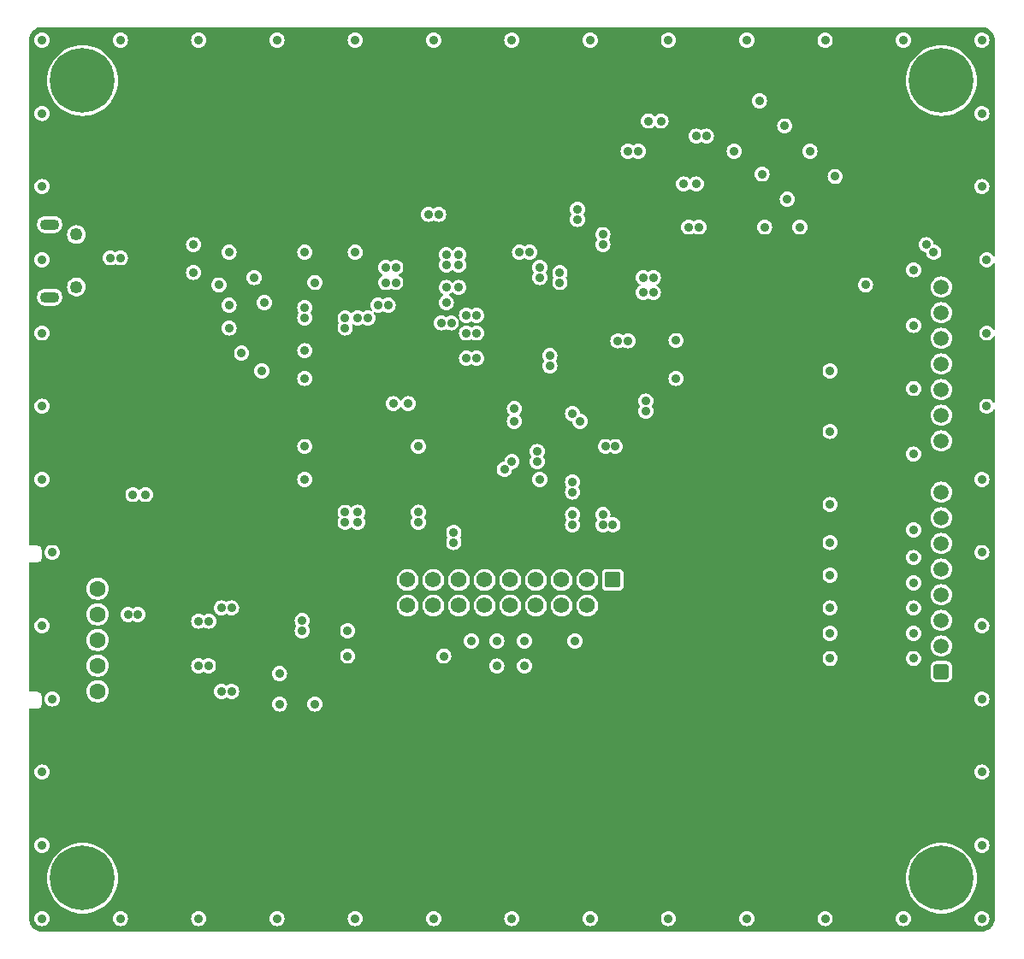
<source format=gbr>
%TF.GenerationSoftware,KiCad,Pcbnew,8.0.8*%
%TF.CreationDate,2025-03-28T17:24:47+01:00*%
%TF.ProjectId,mcu,6d63752e-6b69-4636-9164-5f7063625858,rev?*%
%TF.SameCoordinates,PX47868c0PY8583b00*%
%TF.FileFunction,Copper,L3,Inr*%
%TF.FilePolarity,Positive*%
%FSLAX46Y46*%
G04 Gerber Fmt 4.6, Leading zero omitted, Abs format (unit mm)*
G04 Created by KiCad (PCBNEW 8.0.8) date 2025-03-28 17:24:47*
%MOMM*%
%LPD*%
G01*
G04 APERTURE LIST*
G04 Aperture macros list*
%AMRoundRect*
0 Rectangle with rounded corners*
0 $1 Rounding radius*
0 $2 $3 $4 $5 $6 $7 $8 $9 X,Y pos of 4 corners*
0 Add a 4 corners polygon primitive as box body*
4,1,4,$2,$3,$4,$5,$6,$7,$8,$9,$2,$3,0*
0 Add four circle primitives for the rounded corners*
1,1,$1+$1,$2,$3*
1,1,$1+$1,$4,$5*
1,1,$1+$1,$6,$7*
1,1,$1+$1,$8,$9*
0 Add four rect primitives between the rounded corners*
20,1,$1+$1,$2,$3,$4,$5,0*
20,1,$1+$1,$4,$5,$6,$7,0*
20,1,$1+$1,$6,$7,$8,$9,0*
20,1,$1+$1,$8,$9,$2,$3,0*%
G04 Aperture macros list end*
%TA.AperFunction,ComponentPad*%
%ADD10O,1.900000X1.100000*%
%TD*%
%TA.AperFunction,ComponentPad*%
%ADD11C,1.250000*%
%TD*%
%TA.AperFunction,ComponentPad*%
%ADD12RoundRect,0.250000X-0.552500X0.552500X-0.552500X-0.552500X0.552500X-0.552500X0.552500X0.552500X0*%
%TD*%
%TA.AperFunction,ComponentPad*%
%ADD13C,1.605000*%
%TD*%
%TA.AperFunction,ComponentPad*%
%ADD14RoundRect,0.250000X0.500000X-0.500000X0.500000X0.500000X-0.500000X0.500000X-0.500000X-0.500000X0*%
%TD*%
%TA.AperFunction,ComponentPad*%
%ADD15C,1.500000*%
%TD*%
%TA.AperFunction,ComponentPad*%
%ADD16C,0.800000*%
%TD*%
%TA.AperFunction,ComponentPad*%
%ADD17C,6.400000*%
%TD*%
%TA.AperFunction,ComponentPad*%
%ADD18RoundRect,0.250000X-0.537500X-0.537500X0.537500X-0.537500X0.537500X0.537500X-0.537500X0.537500X0*%
%TD*%
%TA.AperFunction,ComponentPad*%
%ADD19C,1.575000*%
%TD*%
%TA.AperFunction,ViaPad*%
%ADD20C,0.900000*%
%TD*%
G04 APERTURE END LIST*
D10*
%TO.N,GND*%
%TO.C,J3*%
X2250000Y63050000D03*
D11*
X4900000Y64050000D03*
X4900000Y69250000D03*
D10*
X2250000Y70250000D03*
%TD*%
D12*
%TO.N,+3V3*%
%TO.C,J2*%
X7000000Y36700000D03*
D13*
%TO.N,/SWCLK*%
X7000000Y34160000D03*
%TO.N,GND*%
X7000000Y31620000D03*
%TO.N,/SWDIO*%
X7000000Y29080000D03*
%TO.N,/NRST*%
X7000000Y26540000D03*
%TO.N,/TRACE*%
X7000000Y24000000D03*
%TD*%
D14*
%TO.N,/ADC_VBUS*%
%TO.C,J1*%
X90500000Y25950000D03*
D15*
%TO.N,/FLT{slash}*%
X90500000Y28490000D03*
%TO.N,/CAM_SDA*%
X90500000Y31030000D03*
%TO.N,/CAM_SCL*%
X90500000Y33570000D03*
%TO.N,/INT_N*%
X90500000Y36110000D03*
%TO.N,/CC1*%
X90500000Y38650000D03*
%TO.N,/CC2*%
X90500000Y41190000D03*
%TO.N,/NTC_2+*%
X90500000Y43730000D03*
%TO.N,+3V3*%
X90500000Y46270000D03*
%TO.N,/nSEL*%
X90500000Y48810000D03*
%TO.N,/SDI*%
X90500000Y51350000D03*
%TO.N,/SDO*%
X90500000Y53890000D03*
%TO.N,/SCLK*%
X90500000Y56430000D03*
%TO.N,/nIRQ*%
X90500000Y58970000D03*
%TO.N,/COMMAND_DONE*%
X90500000Y61510000D03*
%TO.N,GND*%
X90500000Y64050000D03*
%TD*%
D16*
%TO.N,GND*%
%TO.C,H2*%
X88100000Y84500000D03*
X88802944Y86197056D03*
X88802944Y82802944D03*
X90500000Y86900000D03*
D17*
X90500000Y84500000D03*
D16*
X90500000Y82100000D03*
X92197056Y86197056D03*
X92197056Y82802944D03*
X92900000Y84500000D03*
%TD*%
%TO.N,GND*%
%TO.C,H1*%
X3100000Y84500000D03*
X3802944Y86197056D03*
X3802944Y82802944D03*
X5500000Y86900000D03*
D17*
X5500000Y84500000D03*
D16*
X5500000Y82100000D03*
X7197056Y86197056D03*
X7197056Y82802944D03*
X7900000Y84500000D03*
%TD*%
%TO.N,GND*%
%TO.C,H3*%
X88100000Y5500000D03*
X88802944Y7197056D03*
X88802944Y3802944D03*
X90500000Y7900000D03*
D17*
X90500000Y5500000D03*
D16*
X90500000Y3100000D03*
X92197056Y7197056D03*
X92197056Y3802944D03*
X92900000Y5500000D03*
%TD*%
%TO.N,GND*%
%TO.C,H4*%
X3100000Y5500000D03*
X3802944Y7197056D03*
X3802944Y3802944D03*
X5500000Y7900000D03*
D17*
X5500000Y5500000D03*
D16*
X5500000Y3100000D03*
X7197056Y7197056D03*
X7197056Y3802944D03*
X7900000Y5500000D03*
%TD*%
D18*
%TO.N,/3V3*%
%TO.C,J4*%
X58000000Y35040000D03*
D19*
%TO.N,+3V3*%
X58000000Y32500000D03*
%TO.N,/CAM_SDA*%
X55460000Y35040000D03*
%TO.N,/CAM_SCL*%
X55460000Y32500000D03*
%TO.N,/HS*%
X52920000Y35040000D03*
%TO.N,/VS*%
X52920000Y32500000D03*
%TO.N,/MCLK*%
X50380000Y35040000D03*
%TO.N,/PCLK*%
X50380000Y32500000D03*
%TO.N,/D6*%
X47840000Y35040000D03*
%TO.N,/D7*%
X47840000Y32500000D03*
%TO.N,/D4*%
X45300000Y35040000D03*
%TO.N,/D5*%
X45300000Y32500000D03*
%TO.N,/D2*%
X42760000Y35040000D03*
%TO.N,/D3*%
X42760000Y32500000D03*
%TO.N,/D0*%
X40220000Y35040000D03*
%TO.N,/D1*%
X40220000Y32500000D03*
%TO.N,/PWDN*%
X37680000Y35040000D03*
%TO.N,/RST*%
X37680000Y32500000D03*
%TD*%
D20*
%TO.N,GND*%
X73000000Y70000000D03*
X63500000Y1500000D03*
X48250000Y52000000D03*
X79500000Y27250000D03*
X87750000Y40000000D03*
X1500000Y8750000D03*
X54500000Y71750000D03*
X27500000Y48250000D03*
X57000000Y40500000D03*
X1500000Y30500000D03*
X46500000Y29000000D03*
X10500000Y43500000D03*
X79000000Y1500000D03*
X71250000Y88500000D03*
X24750000Y1500000D03*
X95000000Y66750000D03*
X95000000Y52250000D03*
X11750000Y43500000D03*
X20000000Y60000000D03*
X47250000Y46000000D03*
X65000000Y74250000D03*
X54000000Y51500000D03*
X54500000Y70750000D03*
X55750000Y1500000D03*
X32500000Y67500000D03*
X38750000Y48250000D03*
X38750000Y40750000D03*
X52750000Y65500000D03*
X43500000Y61250000D03*
X41500000Y62500000D03*
X64250000Y58750000D03*
X54000000Y40500000D03*
X79500000Y42500000D03*
X87750000Y60250000D03*
X19000000Y64250000D03*
X86750000Y1500000D03*
X1500000Y81250000D03*
X58500000Y58730000D03*
X49250000Y29000000D03*
X1500000Y74000000D03*
X1500000Y59500000D03*
X86750000Y88500000D03*
X28500000Y22750000D03*
X87750000Y47500000D03*
X48000000Y88500000D03*
X71250000Y1500000D03*
X57000000Y68250000D03*
X70000000Y77500000D03*
X95000000Y59500000D03*
X40250000Y88500000D03*
X49250000Y26500000D03*
X27500000Y55000000D03*
X94500000Y74000000D03*
X76500000Y70000000D03*
X94500000Y30500000D03*
X79500000Y32250000D03*
X42250000Y38750000D03*
X75000000Y80000000D03*
X79500000Y55750000D03*
X27500000Y57750000D03*
X16500000Y68250000D03*
X94500000Y45000000D03*
X57000000Y41500000D03*
X31750000Y30000000D03*
X9250000Y66950000D03*
X48250000Y50750000D03*
X61000000Y65000000D03*
X21250000Y57500000D03*
X25000000Y22750000D03*
X79500000Y38750000D03*
X94500000Y23250000D03*
X42250000Y39750000D03*
X17000000Y1500000D03*
X17000000Y88500000D03*
X87750000Y65750000D03*
X2500000Y37750000D03*
X50750000Y45000000D03*
X94500000Y37750000D03*
X38750000Y41750000D03*
X1500000Y52250000D03*
X1500000Y45000000D03*
X54000000Y41500000D03*
X48000000Y1500000D03*
X36250000Y52500000D03*
X66250000Y74250000D03*
X87750000Y37250000D03*
X27500000Y62000000D03*
X87750000Y32250000D03*
X54250000Y29000000D03*
X46500000Y26500000D03*
X87750000Y34750000D03*
X57000000Y69250000D03*
X72500000Y82500000D03*
X48000000Y46750000D03*
X94500000Y8750000D03*
X52750000Y64500000D03*
X20000000Y62250000D03*
X87750000Y27250000D03*
X87750000Y54000000D03*
X40750000Y71250000D03*
X41250000Y27500000D03*
X83000000Y64250000D03*
X9250000Y88500000D03*
X79500000Y49750000D03*
X8250000Y66950000D03*
X79500000Y29750000D03*
X44500000Y61250000D03*
X28500000Y64500000D03*
X55750000Y88500000D03*
X10000000Y31620000D03*
X23250000Y55750000D03*
X72750000Y75250000D03*
X94500000Y16000000D03*
X22500000Y65000000D03*
X58000000Y40500000D03*
X24750000Y88500000D03*
X79000000Y88500000D03*
X32500000Y1500000D03*
X16500000Y65500000D03*
X54750000Y50750000D03*
X77500000Y77500000D03*
X64250000Y55000000D03*
X31750000Y27500000D03*
X39750000Y71250000D03*
X62000000Y65000000D03*
X37750000Y52500000D03*
X79500000Y35500000D03*
X9250000Y1500000D03*
X44000000Y29000000D03*
X27500000Y61000000D03*
X1500000Y66750000D03*
X25000000Y25750000D03*
X87750000Y29750000D03*
X1500000Y88500000D03*
X1500000Y16000000D03*
X80000000Y75000000D03*
X11000000Y31620000D03*
X27500000Y67500000D03*
X94500000Y1500000D03*
X32500000Y88500000D03*
X75250000Y72750000D03*
X20000000Y67500000D03*
X94500000Y88500000D03*
X40250000Y1500000D03*
X63500000Y88500000D03*
X1500000Y1500000D03*
X23500000Y62500000D03*
X2500000Y23250000D03*
X27500000Y45000000D03*
X59500000Y58730000D03*
X94500000Y81250000D03*
%TO.N,+3V3*%
X63000000Y61046000D03*
X14000000Y36800000D03*
X39000000Y52250000D03*
X51250000Y71000000D03*
X52500000Y72000000D03*
X65750000Y68500000D03*
X35500000Y69250000D03*
X62000000Y61046000D03*
X55000000Y52500000D03*
X15250000Y36800000D03*
X55000000Y53500000D03*
X66750000Y68500000D03*
X36500000Y69250000D03*
X62000000Y58750000D03*
X39000000Y53250000D03*
X61000000Y58750000D03*
X57250000Y29750000D03*
X58500000Y29750000D03*
%TO.N,/NRST*%
X18000000Y30950000D03*
X17000000Y26540000D03*
X62000000Y63500000D03*
X17000000Y30950000D03*
X17960000Y26540000D03*
X61000000Y63500000D03*
%TO.N,/TRACE*%
X19250000Y32250000D03*
X20250000Y32250000D03*
X19250000Y24000000D03*
X20250000Y24000000D03*
%TO.N,/D4*%
X43500000Y57000000D03*
X44500000Y57000000D03*
%TO.N,/D1*%
X32750000Y41750000D03*
X32750000Y61000000D03*
X32750000Y40750000D03*
X33750000Y61000000D03*
%TO.N,/D3*%
X31500000Y60000000D03*
X31500000Y40750000D03*
X31500000Y41750000D03*
X31500000Y61000000D03*
%TO.N,/D0*%
X35750000Y62250000D03*
X34750000Y62250000D03*
%TO.N,/FLT{slash}*%
X60500000Y77500000D03*
X59500000Y77500000D03*
%TO.N,/D5*%
X27250000Y30000000D03*
X27250000Y31000000D03*
%TO.N,/CAM_SCL*%
X42750000Y67250000D03*
X61250000Y52750000D03*
X61250000Y51750000D03*
X42750000Y66250000D03*
%TO.N,/MCLK*%
X44500000Y59500000D03*
X43500000Y59500000D03*
%TO.N,/D2*%
X42000000Y60500000D03*
X41000000Y60500000D03*
%TO.N,/COMMAND_DONE*%
X66250000Y79000000D03*
X67250000Y79000000D03*
%TO.N,/PWDN*%
X35500000Y64500000D03*
X36500000Y64500000D03*
%TO.N,/D6*%
X50500000Y47750000D03*
X50500000Y46750000D03*
%TO.N,/PCLK*%
X50750000Y65000000D03*
X50750000Y66000000D03*
%TO.N,/SDO*%
X89000000Y68250000D03*
X89750000Y67500000D03*
%TO.N,/RST*%
X36500000Y66000000D03*
X35500000Y66000000D03*
%TO.N,/ADC_VBUS*%
X49750000Y67500000D03*
X48750000Y67500000D03*
%TO.N,/CAM_SDA*%
X58250000Y48250000D03*
X41500000Y66250000D03*
X57249997Y48250000D03*
X41500000Y67250000D03*
%TO.N,/NTC_2+*%
X66500000Y70000000D03*
X65500000Y70000000D03*
%TO.N,/nIRQ*%
X62750000Y80500000D03*
X61500000Y80500000D03*
%TO.N,/HS*%
X51750000Y57250000D03*
X51750000Y56250000D03*
%TO.N,/CAM_3V3*%
X54000000Y44750000D03*
X41500000Y64000000D03*
X42750000Y64000000D03*
X54000000Y43750000D03*
%TD*%
%TA.AperFunction,Conductor*%
%TO.N,+3V3*%
G36*
X94502897Y89799272D02*
G01*
X94697487Y89783958D01*
X94708949Y89782142D01*
X94895910Y89737257D01*
X94906938Y89733674D01*
X95070200Y89666049D01*
X95084582Y89660091D01*
X95094928Y89654819D01*
X95258860Y89554362D01*
X95268254Y89547537D01*
X95414456Y89422668D01*
X95422667Y89414457D01*
X95547536Y89268255D01*
X95554361Y89258861D01*
X95654818Y89094929D01*
X95660090Y89084583D01*
X95733670Y88906947D01*
X95737258Y88895903D01*
X95782140Y88708954D01*
X95783957Y88697485D01*
X95799272Y88502898D01*
X95799500Y88497092D01*
X95799500Y67145094D01*
X95777826Y67092768D01*
X95725500Y67071094D01*
X95673174Y67092768D01*
X95662843Y67105723D01*
X95590480Y67220886D01*
X95590478Y67220888D01*
X95590477Y67220890D01*
X95470890Y67340477D01*
X95470887Y67340479D01*
X95470885Y67340481D01*
X95327691Y67430456D01*
X95168067Y67486311D01*
X95168059Y67486313D01*
X95000000Y67505249D01*
X94831940Y67486313D01*
X94831932Y67486311D01*
X94672308Y67430456D01*
X94529114Y67340481D01*
X94409519Y67220886D01*
X94319544Y67077692D01*
X94263689Y66918068D01*
X94263687Y66918060D01*
X94244751Y66750000D01*
X94263687Y66581941D01*
X94263689Y66581933D01*
X94319544Y66422309D01*
X94409519Y66279115D01*
X94409521Y66279113D01*
X94409523Y66279110D01*
X94529110Y66159523D01*
X94529112Y66159522D01*
X94529114Y66159520D01*
X94672308Y66069545D01*
X94672310Y66069544D01*
X94831941Y66013687D01*
X95000000Y65994751D01*
X95168059Y66013687D01*
X95327690Y66069544D01*
X95470890Y66159523D01*
X95590477Y66279110D01*
X95629037Y66340477D01*
X95662843Y66394278D01*
X95709034Y66427052D01*
X95764871Y66417564D01*
X95797645Y66371373D01*
X95799500Y66354907D01*
X95799500Y59895094D01*
X95777826Y59842768D01*
X95725500Y59821094D01*
X95673174Y59842768D01*
X95662843Y59855723D01*
X95590480Y59970886D01*
X95590478Y59970888D01*
X95590477Y59970890D01*
X95470890Y60090477D01*
X95470887Y60090479D01*
X95470885Y60090481D01*
X95327691Y60180456D01*
X95168067Y60236311D01*
X95168059Y60236313D01*
X95000000Y60255249D01*
X94831940Y60236313D01*
X94831932Y60236311D01*
X94672308Y60180456D01*
X94529114Y60090481D01*
X94409519Y59970886D01*
X94319544Y59827692D01*
X94263689Y59668068D01*
X94263687Y59668060D01*
X94244751Y59500000D01*
X94263687Y59331941D01*
X94263689Y59331933D01*
X94319544Y59172309D01*
X94409519Y59029115D01*
X94409521Y59029113D01*
X94409523Y59029110D01*
X94529110Y58909523D01*
X94529112Y58909522D01*
X94529114Y58909520D01*
X94672308Y58819545D01*
X94672310Y58819544D01*
X94778929Y58782237D01*
X94830860Y58764065D01*
X94831941Y58763687D01*
X95000000Y58744751D01*
X95168059Y58763687D01*
X95327690Y58819544D01*
X95470890Y58909523D01*
X95590477Y59029110D01*
X95638104Y59104907D01*
X95662843Y59144278D01*
X95709034Y59177052D01*
X95764871Y59167564D01*
X95797645Y59121373D01*
X95799500Y59104907D01*
X95799500Y52645094D01*
X95777826Y52592768D01*
X95725500Y52571094D01*
X95673174Y52592768D01*
X95662843Y52605723D01*
X95590480Y52720886D01*
X95590478Y52720888D01*
X95590477Y52720890D01*
X95470890Y52840477D01*
X95470887Y52840479D01*
X95470885Y52840481D01*
X95327691Y52930456D01*
X95168067Y52986311D01*
X95168059Y52986313D01*
X95000000Y53005249D01*
X94831940Y52986313D01*
X94831932Y52986311D01*
X94672308Y52930456D01*
X94529114Y52840481D01*
X94409519Y52720886D01*
X94319544Y52577692D01*
X94263689Y52418068D01*
X94263687Y52418060D01*
X94244751Y52250000D01*
X94263687Y52081941D01*
X94263689Y52081933D01*
X94319544Y51922309D01*
X94409519Y51779115D01*
X94409521Y51779113D01*
X94409523Y51779110D01*
X94529110Y51659523D01*
X94529112Y51659522D01*
X94529114Y51659520D01*
X94652580Y51581941D01*
X94672310Y51569544D01*
X94831941Y51513687D01*
X95000000Y51494751D01*
X95168059Y51513687D01*
X95327690Y51569544D01*
X95470890Y51659523D01*
X95590477Y51779110D01*
X95638104Y51854907D01*
X95662843Y51894278D01*
X95709034Y51927052D01*
X95764871Y51917564D01*
X95797645Y51871373D01*
X95799500Y51854907D01*
X95799500Y1502909D01*
X95799272Y1497103D01*
X95783957Y1302516D01*
X95782140Y1291047D01*
X95737258Y1104098D01*
X95733670Y1093054D01*
X95660090Y915418D01*
X95654818Y905072D01*
X95554361Y741140D01*
X95547536Y731746D01*
X95422667Y585544D01*
X95414456Y577333D01*
X95268254Y452464D01*
X95258860Y445639D01*
X95094928Y345182D01*
X95084582Y339910D01*
X94906946Y266330D01*
X94895902Y262742D01*
X94708953Y217860D01*
X94697484Y216043D01*
X94502897Y200728D01*
X94497091Y200500D01*
X1502909Y200500D01*
X1497103Y200728D01*
X1302515Y216043D01*
X1291046Y217860D01*
X1104097Y262742D01*
X1093053Y266330D01*
X915417Y339910D01*
X905071Y345182D01*
X741139Y445639D01*
X731745Y452464D01*
X585543Y577333D01*
X577332Y585544D01*
X452463Y731746D01*
X445638Y741140D01*
X431819Y763690D01*
X345181Y905072D01*
X339909Y915418D01*
X292814Y1029115D01*
X266326Y1093062D01*
X262743Y1104090D01*
X217858Y1291051D01*
X216042Y1302516D01*
X213726Y1331941D01*
X200728Y1497103D01*
X200614Y1500000D01*
X744751Y1500000D01*
X763687Y1331941D01*
X763689Y1331933D01*
X819544Y1172309D01*
X909519Y1029115D01*
X909521Y1029113D01*
X909523Y1029110D01*
X1029110Y909523D01*
X1029112Y909522D01*
X1029114Y909520D01*
X1172308Y819545D01*
X1172310Y819544D01*
X1331941Y763687D01*
X1500000Y744751D01*
X1668059Y763687D01*
X1827690Y819544D01*
X1970890Y909523D01*
X2090477Y1029110D01*
X2180456Y1172310D01*
X2236313Y1331941D01*
X2255249Y1500000D01*
X8494751Y1500000D01*
X8513687Y1331941D01*
X8513689Y1331933D01*
X8569544Y1172309D01*
X8659519Y1029115D01*
X8659521Y1029113D01*
X8659523Y1029110D01*
X8779110Y909523D01*
X8779112Y909522D01*
X8779114Y909520D01*
X8922308Y819545D01*
X8922310Y819544D01*
X9081941Y763687D01*
X9250000Y744751D01*
X9418059Y763687D01*
X9577690Y819544D01*
X9720890Y909523D01*
X9840477Y1029110D01*
X9930456Y1172310D01*
X9986313Y1331941D01*
X10005249Y1500000D01*
X16244751Y1500000D01*
X16263687Y1331941D01*
X16263689Y1331933D01*
X16319544Y1172309D01*
X16409519Y1029115D01*
X16409521Y1029113D01*
X16409523Y1029110D01*
X16529110Y909523D01*
X16529112Y909522D01*
X16529114Y909520D01*
X16672308Y819545D01*
X16672310Y819544D01*
X16831941Y763687D01*
X17000000Y744751D01*
X17168059Y763687D01*
X17327690Y819544D01*
X17470890Y909523D01*
X17590477Y1029110D01*
X17680456Y1172310D01*
X17736313Y1331941D01*
X17755249Y1500000D01*
X23994751Y1500000D01*
X24013687Y1331941D01*
X24013689Y1331933D01*
X24069544Y1172309D01*
X24159519Y1029115D01*
X24159521Y1029113D01*
X24159523Y1029110D01*
X24279110Y909523D01*
X24279112Y909522D01*
X24279114Y909520D01*
X24422308Y819545D01*
X24422310Y819544D01*
X24581941Y763687D01*
X24750000Y744751D01*
X24918059Y763687D01*
X25077690Y819544D01*
X25220890Y909523D01*
X25340477Y1029110D01*
X25430456Y1172310D01*
X25486313Y1331941D01*
X25505249Y1500000D01*
X31744751Y1500000D01*
X31763687Y1331941D01*
X31763689Y1331933D01*
X31819544Y1172309D01*
X31909519Y1029115D01*
X31909521Y1029113D01*
X31909523Y1029110D01*
X32029110Y909523D01*
X32029112Y909522D01*
X32029114Y909520D01*
X32172308Y819545D01*
X32172310Y819544D01*
X32331941Y763687D01*
X32500000Y744751D01*
X32668059Y763687D01*
X32827690Y819544D01*
X32970890Y909523D01*
X33090477Y1029110D01*
X33180456Y1172310D01*
X33236313Y1331941D01*
X33255249Y1500000D01*
X39494751Y1500000D01*
X39513687Y1331941D01*
X39513689Y1331933D01*
X39569544Y1172309D01*
X39659519Y1029115D01*
X39659521Y1029113D01*
X39659523Y1029110D01*
X39779110Y909523D01*
X39779112Y909522D01*
X39779114Y909520D01*
X39922308Y819545D01*
X39922310Y819544D01*
X40081941Y763687D01*
X40250000Y744751D01*
X40418059Y763687D01*
X40577690Y819544D01*
X40720890Y909523D01*
X40840477Y1029110D01*
X40930456Y1172310D01*
X40986313Y1331941D01*
X41005249Y1500000D01*
X47244751Y1500000D01*
X47263687Y1331941D01*
X47263689Y1331933D01*
X47319544Y1172309D01*
X47409519Y1029115D01*
X47409521Y1029113D01*
X47409523Y1029110D01*
X47529110Y909523D01*
X47529112Y909522D01*
X47529114Y909520D01*
X47672308Y819545D01*
X47672310Y819544D01*
X47831941Y763687D01*
X48000000Y744751D01*
X48168059Y763687D01*
X48327690Y819544D01*
X48470890Y909523D01*
X48590477Y1029110D01*
X48680456Y1172310D01*
X48736313Y1331941D01*
X48755249Y1500000D01*
X54994751Y1500000D01*
X55013687Y1331941D01*
X55013689Y1331933D01*
X55069544Y1172309D01*
X55159519Y1029115D01*
X55159521Y1029113D01*
X55159523Y1029110D01*
X55279110Y909523D01*
X55279112Y909522D01*
X55279114Y909520D01*
X55422308Y819545D01*
X55422310Y819544D01*
X55581941Y763687D01*
X55750000Y744751D01*
X55918059Y763687D01*
X56077690Y819544D01*
X56220890Y909523D01*
X56340477Y1029110D01*
X56430456Y1172310D01*
X56486313Y1331941D01*
X56505249Y1500000D01*
X62744751Y1500000D01*
X62763687Y1331941D01*
X62763689Y1331933D01*
X62819544Y1172309D01*
X62909519Y1029115D01*
X62909521Y1029113D01*
X62909523Y1029110D01*
X63029110Y909523D01*
X63029112Y909522D01*
X63029114Y909520D01*
X63172308Y819545D01*
X63172310Y819544D01*
X63331941Y763687D01*
X63500000Y744751D01*
X63668059Y763687D01*
X63827690Y819544D01*
X63970890Y909523D01*
X64090477Y1029110D01*
X64180456Y1172310D01*
X64236313Y1331941D01*
X64255249Y1500000D01*
X70494751Y1500000D01*
X70513687Y1331941D01*
X70513689Y1331933D01*
X70569544Y1172309D01*
X70659519Y1029115D01*
X70659521Y1029113D01*
X70659523Y1029110D01*
X70779110Y909523D01*
X70779112Y909522D01*
X70779114Y909520D01*
X70922308Y819545D01*
X70922310Y819544D01*
X71081941Y763687D01*
X71250000Y744751D01*
X71418059Y763687D01*
X71577690Y819544D01*
X71720890Y909523D01*
X71840477Y1029110D01*
X71930456Y1172310D01*
X71986313Y1331941D01*
X72005249Y1500000D01*
X78244751Y1500000D01*
X78263687Y1331941D01*
X78263689Y1331933D01*
X78319544Y1172309D01*
X78409519Y1029115D01*
X78409521Y1029113D01*
X78409523Y1029110D01*
X78529110Y909523D01*
X78529112Y909522D01*
X78529114Y909520D01*
X78672308Y819545D01*
X78672310Y819544D01*
X78831941Y763687D01*
X79000000Y744751D01*
X79168059Y763687D01*
X79327690Y819544D01*
X79470890Y909523D01*
X79590477Y1029110D01*
X79680456Y1172310D01*
X79736313Y1331941D01*
X79755249Y1500000D01*
X85994751Y1500000D01*
X86013687Y1331941D01*
X86013689Y1331933D01*
X86069544Y1172309D01*
X86159519Y1029115D01*
X86159521Y1029113D01*
X86159523Y1029110D01*
X86279110Y909523D01*
X86279112Y909522D01*
X86279114Y909520D01*
X86422308Y819545D01*
X86422310Y819544D01*
X86581941Y763687D01*
X86750000Y744751D01*
X86918059Y763687D01*
X87077690Y819544D01*
X87220890Y909523D01*
X87340477Y1029110D01*
X87430456Y1172310D01*
X87486313Y1331941D01*
X87505249Y1500000D01*
X93744751Y1500000D01*
X93763687Y1331941D01*
X93763689Y1331933D01*
X93819544Y1172309D01*
X93909519Y1029115D01*
X93909521Y1029113D01*
X93909523Y1029110D01*
X94029110Y909523D01*
X94029112Y909522D01*
X94029114Y909520D01*
X94172308Y819545D01*
X94172310Y819544D01*
X94331941Y763687D01*
X94500000Y744751D01*
X94668059Y763687D01*
X94827690Y819544D01*
X94970890Y909523D01*
X95090477Y1029110D01*
X95180456Y1172310D01*
X95236313Y1331941D01*
X95255249Y1500000D01*
X95236313Y1668059D01*
X95180456Y1827690D01*
X95090477Y1970890D01*
X94970890Y2090477D01*
X94970887Y2090479D01*
X94970885Y2090481D01*
X94827691Y2180456D01*
X94668067Y2236311D01*
X94668059Y2236313D01*
X94500000Y2255249D01*
X94331940Y2236313D01*
X94331932Y2236311D01*
X94172308Y2180456D01*
X94029114Y2090481D01*
X93909519Y1970886D01*
X93819544Y1827692D01*
X93763689Y1668068D01*
X93763687Y1668060D01*
X93744751Y1500000D01*
X87505249Y1500000D01*
X87486313Y1668059D01*
X87430456Y1827690D01*
X87340477Y1970890D01*
X87220890Y2090477D01*
X87220887Y2090479D01*
X87220885Y2090481D01*
X87077691Y2180456D01*
X86918067Y2236311D01*
X86918059Y2236313D01*
X86750000Y2255249D01*
X86581940Y2236313D01*
X86581932Y2236311D01*
X86422308Y2180456D01*
X86279114Y2090481D01*
X86159519Y1970886D01*
X86069544Y1827692D01*
X86013689Y1668068D01*
X86013687Y1668060D01*
X85994751Y1500000D01*
X79755249Y1500000D01*
X79736313Y1668059D01*
X79680456Y1827690D01*
X79590477Y1970890D01*
X79470890Y2090477D01*
X79470887Y2090479D01*
X79470885Y2090481D01*
X79327691Y2180456D01*
X79168067Y2236311D01*
X79168059Y2236313D01*
X79000000Y2255249D01*
X78831940Y2236313D01*
X78831932Y2236311D01*
X78672308Y2180456D01*
X78529114Y2090481D01*
X78409519Y1970886D01*
X78319544Y1827692D01*
X78263689Y1668068D01*
X78263687Y1668060D01*
X78244751Y1500000D01*
X72005249Y1500000D01*
X71986313Y1668059D01*
X71930456Y1827690D01*
X71840477Y1970890D01*
X71720890Y2090477D01*
X71720887Y2090479D01*
X71720885Y2090481D01*
X71577691Y2180456D01*
X71418067Y2236311D01*
X71418059Y2236313D01*
X71250000Y2255249D01*
X71081940Y2236313D01*
X71081932Y2236311D01*
X70922308Y2180456D01*
X70779114Y2090481D01*
X70659519Y1970886D01*
X70569544Y1827692D01*
X70513689Y1668068D01*
X70513687Y1668060D01*
X70494751Y1500000D01*
X64255249Y1500000D01*
X64236313Y1668059D01*
X64180456Y1827690D01*
X64090477Y1970890D01*
X63970890Y2090477D01*
X63970887Y2090479D01*
X63970885Y2090481D01*
X63827691Y2180456D01*
X63668067Y2236311D01*
X63668059Y2236313D01*
X63500000Y2255249D01*
X63331940Y2236313D01*
X63331932Y2236311D01*
X63172308Y2180456D01*
X63029114Y2090481D01*
X62909519Y1970886D01*
X62819544Y1827692D01*
X62763689Y1668068D01*
X62763687Y1668060D01*
X62744751Y1500000D01*
X56505249Y1500000D01*
X56486313Y1668059D01*
X56430456Y1827690D01*
X56340477Y1970890D01*
X56220890Y2090477D01*
X56220887Y2090479D01*
X56220885Y2090481D01*
X56077691Y2180456D01*
X55918067Y2236311D01*
X55918059Y2236313D01*
X55750000Y2255249D01*
X55581940Y2236313D01*
X55581932Y2236311D01*
X55422308Y2180456D01*
X55279114Y2090481D01*
X55159519Y1970886D01*
X55069544Y1827692D01*
X55013689Y1668068D01*
X55013687Y1668060D01*
X54994751Y1500000D01*
X48755249Y1500000D01*
X48736313Y1668059D01*
X48680456Y1827690D01*
X48590477Y1970890D01*
X48470890Y2090477D01*
X48470887Y2090479D01*
X48470885Y2090481D01*
X48327691Y2180456D01*
X48168067Y2236311D01*
X48168059Y2236313D01*
X48000000Y2255249D01*
X47831940Y2236313D01*
X47831932Y2236311D01*
X47672308Y2180456D01*
X47529114Y2090481D01*
X47409519Y1970886D01*
X47319544Y1827692D01*
X47263689Y1668068D01*
X47263687Y1668060D01*
X47244751Y1500000D01*
X41005249Y1500000D01*
X40986313Y1668059D01*
X40930456Y1827690D01*
X40840477Y1970890D01*
X40720890Y2090477D01*
X40720887Y2090479D01*
X40720885Y2090481D01*
X40577691Y2180456D01*
X40418067Y2236311D01*
X40418059Y2236313D01*
X40250000Y2255249D01*
X40081940Y2236313D01*
X40081932Y2236311D01*
X39922308Y2180456D01*
X39779114Y2090481D01*
X39659519Y1970886D01*
X39569544Y1827692D01*
X39513689Y1668068D01*
X39513687Y1668060D01*
X39494751Y1500000D01*
X33255249Y1500000D01*
X33236313Y1668059D01*
X33180456Y1827690D01*
X33090477Y1970890D01*
X32970890Y2090477D01*
X32970887Y2090479D01*
X32970885Y2090481D01*
X32827691Y2180456D01*
X32668067Y2236311D01*
X32668059Y2236313D01*
X32500000Y2255249D01*
X32331940Y2236313D01*
X32331932Y2236311D01*
X32172308Y2180456D01*
X32029114Y2090481D01*
X31909519Y1970886D01*
X31819544Y1827692D01*
X31763689Y1668068D01*
X31763687Y1668060D01*
X31744751Y1500000D01*
X25505249Y1500000D01*
X25486313Y1668059D01*
X25430456Y1827690D01*
X25340477Y1970890D01*
X25220890Y2090477D01*
X25220887Y2090479D01*
X25220885Y2090481D01*
X25077691Y2180456D01*
X24918067Y2236311D01*
X24918059Y2236313D01*
X24750000Y2255249D01*
X24581940Y2236313D01*
X24581932Y2236311D01*
X24422308Y2180456D01*
X24279114Y2090481D01*
X24159519Y1970886D01*
X24069544Y1827692D01*
X24013689Y1668068D01*
X24013687Y1668060D01*
X23994751Y1500000D01*
X17755249Y1500000D01*
X17736313Y1668059D01*
X17680456Y1827690D01*
X17590477Y1970890D01*
X17470890Y2090477D01*
X17470887Y2090479D01*
X17470885Y2090481D01*
X17327691Y2180456D01*
X17168067Y2236311D01*
X17168059Y2236313D01*
X17000000Y2255249D01*
X16831940Y2236313D01*
X16831932Y2236311D01*
X16672308Y2180456D01*
X16529114Y2090481D01*
X16409519Y1970886D01*
X16319544Y1827692D01*
X16263689Y1668068D01*
X16263687Y1668060D01*
X16244751Y1500000D01*
X10005249Y1500000D01*
X9986313Y1668059D01*
X9930456Y1827690D01*
X9840477Y1970890D01*
X9720890Y2090477D01*
X9720887Y2090479D01*
X9720885Y2090481D01*
X9577691Y2180456D01*
X9418067Y2236311D01*
X9418059Y2236313D01*
X9250000Y2255249D01*
X9081940Y2236313D01*
X9081932Y2236311D01*
X8922308Y2180456D01*
X8779114Y2090481D01*
X8659519Y1970886D01*
X8569544Y1827692D01*
X8513689Y1668068D01*
X8513687Y1668060D01*
X8494751Y1500000D01*
X2255249Y1500000D01*
X2236313Y1668059D01*
X2180456Y1827690D01*
X2090477Y1970890D01*
X1970890Y2090477D01*
X1970887Y2090479D01*
X1970885Y2090481D01*
X1827691Y2180456D01*
X1668067Y2236311D01*
X1668059Y2236313D01*
X1500000Y2255249D01*
X1331940Y2236313D01*
X1331932Y2236311D01*
X1172308Y2180456D01*
X1029114Y2090481D01*
X909519Y1970886D01*
X819544Y1827692D01*
X763689Y1668068D01*
X763687Y1668060D01*
X744751Y1500000D01*
X200614Y1500000D01*
X200500Y1502909D01*
X200500Y5500000D01*
X1994696Y5500000D01*
X2013898Y5133593D01*
X2013898Y5133592D01*
X2071295Y4771204D01*
X2166255Y4416808D01*
X2297743Y4074268D01*
X2297747Y4074258D01*
X2464312Y3747357D01*
X2464318Y3747348D01*
X2664149Y3439634D01*
X2895051Y3154494D01*
X3154494Y2895051D01*
X3439634Y2664149D01*
X3747348Y2464318D01*
X3747356Y2464313D01*
X4074257Y2297748D01*
X4074262Y2297746D01*
X4074264Y2297745D01*
X4416801Y2166258D01*
X4416803Y2166258D01*
X4416807Y2166256D01*
X4653071Y2102950D01*
X4771206Y2071295D01*
X5133596Y2013898D01*
X5500000Y1994696D01*
X5866404Y2013898D01*
X6228794Y2071295D01*
X6583199Y2166258D01*
X6925736Y2297745D01*
X6925742Y2297748D01*
X7252643Y2464313D01*
X7252645Y2464315D01*
X7252652Y2464318D01*
X7560366Y2664149D01*
X7845506Y2895051D01*
X8104949Y3154494D01*
X8335851Y3439634D01*
X8535682Y3747348D01*
X8702255Y4074264D01*
X8833742Y4416801D01*
X8928705Y4771206D01*
X8986102Y5133596D01*
X9005304Y5500000D01*
X86994696Y5500000D01*
X87013898Y5133593D01*
X87013898Y5133592D01*
X87071295Y4771204D01*
X87166255Y4416808D01*
X87297743Y4074268D01*
X87297747Y4074258D01*
X87464312Y3747357D01*
X87464318Y3747348D01*
X87664149Y3439634D01*
X87895051Y3154494D01*
X88154494Y2895051D01*
X88439634Y2664149D01*
X88747348Y2464318D01*
X88747356Y2464313D01*
X89074257Y2297748D01*
X89074262Y2297746D01*
X89074264Y2297745D01*
X89416801Y2166258D01*
X89416803Y2166258D01*
X89416807Y2166256D01*
X89653071Y2102950D01*
X89771206Y2071295D01*
X90133596Y2013898D01*
X90500000Y1994696D01*
X90866404Y2013898D01*
X91228794Y2071295D01*
X91583199Y2166258D01*
X91925736Y2297745D01*
X91925742Y2297748D01*
X92252643Y2464313D01*
X92252645Y2464315D01*
X92252652Y2464318D01*
X92560366Y2664149D01*
X92845506Y2895051D01*
X93104949Y3154494D01*
X93335851Y3439634D01*
X93535682Y3747348D01*
X93702255Y4074264D01*
X93833742Y4416801D01*
X93928705Y4771206D01*
X93986102Y5133596D01*
X94005304Y5500000D01*
X93986102Y5866404D01*
X93928705Y6228794D01*
X93833742Y6583199D01*
X93702255Y6925736D01*
X93702254Y6925738D01*
X93702252Y6925743D01*
X93535687Y7252644D01*
X93535682Y7252652D01*
X93335851Y7560366D01*
X93104949Y7845506D01*
X92845506Y8104949D01*
X92560366Y8335851D01*
X92252652Y8535682D01*
X92252653Y8535682D01*
X92252643Y8535688D01*
X91925742Y8702253D01*
X91925732Y8702257D01*
X91801356Y8750000D01*
X93744751Y8750000D01*
X93763687Y8581941D01*
X93763689Y8581933D01*
X93819544Y8422309D01*
X93909519Y8279115D01*
X93909521Y8279113D01*
X93909523Y8279110D01*
X94029110Y8159523D01*
X94029112Y8159522D01*
X94029114Y8159520D01*
X94172308Y8069545D01*
X94172310Y8069544D01*
X94331941Y8013687D01*
X94500000Y7994751D01*
X94668059Y8013687D01*
X94827690Y8069544D01*
X94970890Y8159523D01*
X95090477Y8279110D01*
X95180456Y8422310D01*
X95236313Y8581941D01*
X95255249Y8750000D01*
X95236313Y8918059D01*
X95180456Y9077690D01*
X95090477Y9220890D01*
X94970890Y9340477D01*
X94970887Y9340479D01*
X94970885Y9340481D01*
X94827691Y9430456D01*
X94668067Y9486311D01*
X94668059Y9486313D01*
X94500000Y9505249D01*
X94331940Y9486313D01*
X94331932Y9486311D01*
X94172308Y9430456D01*
X94029114Y9340481D01*
X93909519Y9220886D01*
X93819544Y9077692D01*
X93763689Y8918068D01*
X93763687Y8918060D01*
X93744751Y8750000D01*
X91801356Y8750000D01*
X91583192Y8833745D01*
X91228796Y8928705D01*
X90866408Y8986102D01*
X90500000Y9005304D01*
X90133592Y8986102D01*
X90133591Y8986102D01*
X89771203Y8928705D01*
X89416807Y8833745D01*
X89074267Y8702257D01*
X89074257Y8702253D01*
X88747356Y8535688D01*
X88439632Y8335850D01*
X88154491Y8104947D01*
X87895053Y7845509D01*
X87664150Y7560368D01*
X87464312Y7252644D01*
X87297747Y6925743D01*
X87297743Y6925733D01*
X87166255Y6583193D01*
X87071295Y6228797D01*
X87013898Y5866409D01*
X87013898Y5866408D01*
X86994696Y5500000D01*
X9005304Y5500000D01*
X8986102Y5866404D01*
X8928705Y6228794D01*
X8833742Y6583199D01*
X8702255Y6925736D01*
X8702254Y6925738D01*
X8702252Y6925743D01*
X8535687Y7252644D01*
X8535682Y7252652D01*
X8335851Y7560366D01*
X8104949Y7845506D01*
X7845506Y8104949D01*
X7560366Y8335851D01*
X7252652Y8535682D01*
X7252653Y8535682D01*
X7252643Y8535688D01*
X6925742Y8702253D01*
X6925732Y8702257D01*
X6583192Y8833745D01*
X6228796Y8928705D01*
X5866408Y8986102D01*
X5500000Y9005304D01*
X5133592Y8986102D01*
X5133591Y8986102D01*
X4771203Y8928705D01*
X4416807Y8833745D01*
X4074267Y8702257D01*
X4074257Y8702253D01*
X3747356Y8535688D01*
X3439632Y8335850D01*
X3154491Y8104947D01*
X2895053Y7845509D01*
X2664150Y7560368D01*
X2464312Y7252644D01*
X2297747Y6925743D01*
X2297743Y6925733D01*
X2166255Y6583193D01*
X2071295Y6228797D01*
X2013898Y5866409D01*
X2013898Y5866408D01*
X1994696Y5500000D01*
X200500Y5500000D01*
X200500Y8750000D01*
X744751Y8750000D01*
X763687Y8581941D01*
X763689Y8581933D01*
X819544Y8422309D01*
X909519Y8279115D01*
X909521Y8279113D01*
X909523Y8279110D01*
X1029110Y8159523D01*
X1029112Y8159522D01*
X1029114Y8159520D01*
X1172308Y8069545D01*
X1172310Y8069544D01*
X1331941Y8013687D01*
X1500000Y7994751D01*
X1668059Y8013687D01*
X1827690Y8069544D01*
X1970890Y8159523D01*
X2090477Y8279110D01*
X2180456Y8422310D01*
X2236313Y8581941D01*
X2255249Y8750000D01*
X2236313Y8918059D01*
X2180456Y9077690D01*
X2090477Y9220890D01*
X1970890Y9340477D01*
X1970887Y9340479D01*
X1970885Y9340481D01*
X1827691Y9430456D01*
X1668067Y9486311D01*
X1668059Y9486313D01*
X1500000Y9505249D01*
X1331940Y9486313D01*
X1331932Y9486311D01*
X1172308Y9430456D01*
X1029114Y9340481D01*
X909519Y9220886D01*
X819544Y9077692D01*
X763689Y8918068D01*
X763687Y8918060D01*
X744751Y8750000D01*
X200500Y8750000D01*
X200500Y16000000D01*
X744751Y16000000D01*
X763687Y15831941D01*
X763689Y15831933D01*
X819544Y15672309D01*
X909519Y15529115D01*
X909521Y15529113D01*
X909523Y15529110D01*
X1029110Y15409523D01*
X1029112Y15409522D01*
X1029114Y15409520D01*
X1172308Y15319545D01*
X1172310Y15319544D01*
X1331941Y15263687D01*
X1500000Y15244751D01*
X1668059Y15263687D01*
X1827690Y15319544D01*
X1970890Y15409523D01*
X2090477Y15529110D01*
X2180456Y15672310D01*
X2236313Y15831941D01*
X2255249Y16000000D01*
X93744751Y16000000D01*
X93763687Y15831941D01*
X93763689Y15831933D01*
X93819544Y15672309D01*
X93909519Y15529115D01*
X93909521Y15529113D01*
X93909523Y15529110D01*
X94029110Y15409523D01*
X94029112Y15409522D01*
X94029114Y15409520D01*
X94172308Y15319545D01*
X94172310Y15319544D01*
X94331941Y15263687D01*
X94500000Y15244751D01*
X94668059Y15263687D01*
X94827690Y15319544D01*
X94970890Y15409523D01*
X95090477Y15529110D01*
X95180456Y15672310D01*
X95236313Y15831941D01*
X95255249Y16000000D01*
X95236313Y16168059D01*
X95180456Y16327690D01*
X95090477Y16470890D01*
X94970890Y16590477D01*
X94970887Y16590479D01*
X94970885Y16590481D01*
X94827691Y16680456D01*
X94668067Y16736311D01*
X94668059Y16736313D01*
X94500000Y16755249D01*
X94331940Y16736313D01*
X94331932Y16736311D01*
X94172308Y16680456D01*
X94029114Y16590481D01*
X93909519Y16470886D01*
X93819544Y16327692D01*
X93763689Y16168068D01*
X93763687Y16168060D01*
X93744751Y16000000D01*
X2255249Y16000000D01*
X2236313Y16168059D01*
X2180456Y16327690D01*
X2090477Y16470890D01*
X1970890Y16590477D01*
X1970887Y16590479D01*
X1970885Y16590481D01*
X1827691Y16680456D01*
X1668067Y16736311D01*
X1668059Y16736313D01*
X1500000Y16755249D01*
X1331940Y16736313D01*
X1331932Y16736311D01*
X1172308Y16680456D01*
X1029114Y16590481D01*
X909519Y16470886D01*
X819544Y16327692D01*
X763689Y16168068D01*
X763687Y16168060D01*
X744751Y16000000D01*
X200500Y16000000D01*
X200500Y22225500D01*
X222174Y22277826D01*
X274500Y22299500D01*
X1059311Y22299500D01*
X1059311Y22299501D01*
X1173886Y22330201D01*
X1276613Y22389511D01*
X1360489Y22473387D01*
X1419799Y22576114D01*
X1450499Y22690689D01*
X1450500Y22690689D01*
X1450500Y23250000D01*
X1744751Y23250000D01*
X1763687Y23081941D01*
X1763689Y23081933D01*
X1819544Y22922309D01*
X1909519Y22779115D01*
X1909521Y22779113D01*
X1909523Y22779110D01*
X2029110Y22659523D01*
X2029112Y22659522D01*
X2029114Y22659520D01*
X2172308Y22569545D01*
X2172310Y22569544D01*
X2331941Y22513687D01*
X2500000Y22494751D01*
X2668059Y22513687D01*
X2827690Y22569544D01*
X2970890Y22659523D01*
X3061367Y22750000D01*
X24244751Y22750000D01*
X24263687Y22581941D01*
X24263689Y22581933D01*
X24319544Y22422309D01*
X24409519Y22279115D01*
X24409521Y22279113D01*
X24409523Y22279110D01*
X24529110Y22159523D01*
X24529112Y22159522D01*
X24529114Y22159520D01*
X24672308Y22069545D01*
X24672310Y22069544D01*
X24831941Y22013687D01*
X25000000Y21994751D01*
X25168059Y22013687D01*
X25327690Y22069544D01*
X25470890Y22159523D01*
X25590477Y22279110D01*
X25680456Y22422310D01*
X25736313Y22581941D01*
X25755249Y22750000D01*
X27744751Y22750000D01*
X27763687Y22581941D01*
X27763689Y22581933D01*
X27819544Y22422309D01*
X27909519Y22279115D01*
X27909521Y22279113D01*
X27909523Y22279110D01*
X28029110Y22159523D01*
X28029112Y22159522D01*
X28029114Y22159520D01*
X28172308Y22069545D01*
X28172310Y22069544D01*
X28331941Y22013687D01*
X28500000Y21994751D01*
X28668059Y22013687D01*
X28827690Y22069544D01*
X28970890Y22159523D01*
X29090477Y22279110D01*
X29180456Y22422310D01*
X29236313Y22581941D01*
X29255249Y22750000D01*
X29236313Y22918059D01*
X29180456Y23077690D01*
X29156374Y23116016D01*
X29090480Y23220886D01*
X29090478Y23220888D01*
X29090477Y23220890D01*
X29061367Y23250000D01*
X93744751Y23250000D01*
X93763687Y23081941D01*
X93763689Y23081933D01*
X93819544Y22922309D01*
X93909519Y22779115D01*
X93909521Y22779113D01*
X93909523Y22779110D01*
X94029110Y22659523D01*
X94029112Y22659522D01*
X94029114Y22659520D01*
X94172308Y22569545D01*
X94172310Y22569544D01*
X94331941Y22513687D01*
X94500000Y22494751D01*
X94668059Y22513687D01*
X94827690Y22569544D01*
X94970890Y22659523D01*
X95090477Y22779110D01*
X95180456Y22922310D01*
X95236313Y23081941D01*
X95255249Y23250000D01*
X95236313Y23418059D01*
X95180456Y23577690D01*
X95180455Y23577692D01*
X95090480Y23720886D01*
X95090478Y23720888D01*
X95090477Y23720890D01*
X94970890Y23840477D01*
X94970887Y23840479D01*
X94970885Y23840481D01*
X94827691Y23930456D01*
X94668067Y23986311D01*
X94668059Y23986313D01*
X94500000Y24005249D01*
X94331940Y23986313D01*
X94331932Y23986311D01*
X94172308Y23930456D01*
X94029114Y23840481D01*
X93909519Y23720886D01*
X93819544Y23577692D01*
X93763689Y23418068D01*
X93763687Y23418060D01*
X93744751Y23250000D01*
X29061367Y23250000D01*
X28970890Y23340477D01*
X28970887Y23340479D01*
X28970885Y23340481D01*
X28827691Y23430456D01*
X28668067Y23486311D01*
X28668059Y23486313D01*
X28500000Y23505249D01*
X28331940Y23486313D01*
X28331932Y23486311D01*
X28172308Y23430456D01*
X28029114Y23340481D01*
X27909519Y23220886D01*
X27819544Y23077692D01*
X27763689Y22918068D01*
X27763687Y22918060D01*
X27744751Y22750000D01*
X25755249Y22750000D01*
X25736313Y22918059D01*
X25680456Y23077690D01*
X25656374Y23116016D01*
X25590480Y23220886D01*
X25590478Y23220888D01*
X25590477Y23220890D01*
X25470890Y23340477D01*
X25470887Y23340479D01*
X25470885Y23340481D01*
X25327691Y23430456D01*
X25168067Y23486311D01*
X25168059Y23486313D01*
X25000000Y23505249D01*
X24831940Y23486313D01*
X24831932Y23486311D01*
X24672308Y23430456D01*
X24529114Y23340481D01*
X24409519Y23220886D01*
X24319544Y23077692D01*
X24263689Y22918068D01*
X24263687Y22918060D01*
X24244751Y22750000D01*
X3061367Y22750000D01*
X3090477Y22779110D01*
X3180456Y22922310D01*
X3236313Y23081941D01*
X3255249Y23250000D01*
X3236313Y23418059D01*
X3180456Y23577690D01*
X3180455Y23577692D01*
X3090480Y23720886D01*
X3090478Y23720888D01*
X3090477Y23720890D01*
X2970890Y23840477D01*
X2970887Y23840479D01*
X2970885Y23840481D01*
X2827691Y23930456D01*
X2668067Y23986311D01*
X2668059Y23986313D01*
X2546550Y24000004D01*
X5892275Y24000004D01*
X5892275Y23999997D01*
X5911134Y23796468D01*
X5911136Y23796455D01*
X5956668Y23636426D01*
X5967077Y23599844D01*
X6002296Y23529115D01*
X6058193Y23416857D01*
X6058195Y23416854D01*
X6181379Y23253731D01*
X6181380Y23253730D01*
X6217409Y23220886D01*
X6332447Y23116016D01*
X6506244Y23008405D01*
X6696857Y22934562D01*
X6897792Y22897000D01*
X7102208Y22897000D01*
X7303143Y22934562D01*
X7493756Y23008405D01*
X7667553Y23116016D01*
X7818619Y23253730D01*
X7826141Y23263690D01*
X7941804Y23416854D01*
X7941806Y23416857D01*
X7941805Y23416857D01*
X7941807Y23416858D01*
X8032923Y23599844D01*
X8088864Y23796456D01*
X8094279Y23854903D01*
X8107725Y23999997D01*
X8107725Y24000000D01*
X18494751Y24000000D01*
X18513687Y23831941D01*
X18513689Y23831933D01*
X18569544Y23672309D01*
X18659519Y23529115D01*
X18659521Y23529113D01*
X18659523Y23529110D01*
X18779110Y23409523D01*
X18779112Y23409522D01*
X18779114Y23409520D01*
X18789370Y23403076D01*
X18922310Y23319544D01*
X19081941Y23263687D01*
X19250000Y23244751D01*
X19418059Y23263687D01*
X19577690Y23319544D01*
X19710629Y23403077D01*
X19766466Y23412564D01*
X19789368Y23403077D01*
X19922310Y23319544D01*
X20081941Y23263687D01*
X20250000Y23244751D01*
X20418059Y23263687D01*
X20577690Y23319544D01*
X20720890Y23409523D01*
X20840477Y23529110D01*
X20930456Y23672310D01*
X20986313Y23831941D01*
X21005249Y24000000D01*
X20986313Y24168059D01*
X20930456Y24327690D01*
X20930455Y24327692D01*
X20840480Y24470886D01*
X20840478Y24470888D01*
X20840477Y24470890D01*
X20720890Y24590477D01*
X20720887Y24590479D01*
X20720885Y24590481D01*
X20577691Y24680456D01*
X20418067Y24736311D01*
X20418059Y24736313D01*
X20250000Y24755249D01*
X20081940Y24736313D01*
X20081932Y24736311D01*
X19922308Y24680456D01*
X19789371Y24596925D01*
X19733534Y24587437D01*
X19710629Y24596925D01*
X19577691Y24680456D01*
X19418067Y24736311D01*
X19418059Y24736313D01*
X19250000Y24755249D01*
X19081940Y24736313D01*
X19081932Y24736311D01*
X18922308Y24680456D01*
X18779114Y24590481D01*
X18659519Y24470886D01*
X18569544Y24327692D01*
X18513689Y24168068D01*
X18513687Y24168060D01*
X18494751Y24000000D01*
X8107725Y24000000D01*
X8107725Y24000004D01*
X8088865Y24203533D01*
X8088864Y24203544D01*
X8032923Y24400156D01*
X7941807Y24583142D01*
X7941806Y24583143D01*
X7941806Y24583144D01*
X7941804Y24583147D01*
X7818620Y24746270D01*
X7818619Y24746271D01*
X7667553Y24883984D01*
X7625337Y24910123D01*
X7493756Y24991595D01*
X7493751Y24991597D01*
X7303145Y25065438D01*
X7102211Y25103000D01*
X7102208Y25103000D01*
X6897792Y25103000D01*
X6897788Y25103000D01*
X6696854Y25065438D01*
X6506248Y24991597D01*
X6506239Y24991592D01*
X6332446Y24883984D01*
X6332445Y24883984D01*
X6181380Y24746271D01*
X6181379Y24746270D01*
X6058195Y24583147D01*
X6058193Y24583144D01*
X5967077Y24400156D01*
X5967075Y24400151D01*
X5911136Y24203546D01*
X5911134Y24203533D01*
X5892275Y24000004D01*
X2546550Y24000004D01*
X2500000Y24005249D01*
X2331940Y23986313D01*
X2331932Y23986311D01*
X2172308Y23930456D01*
X2029114Y23840481D01*
X1909519Y23720886D01*
X1819544Y23577692D01*
X1763689Y23418068D01*
X1763687Y23418060D01*
X1744751Y23250000D01*
X1450500Y23250000D01*
X1450500Y23559311D01*
X1450499Y23559312D01*
X1419800Y23673883D01*
X1419798Y23673888D01*
X1360491Y23776610D01*
X1360490Y23776611D01*
X1360489Y23776613D01*
X1276613Y23860489D01*
X1276610Y23860491D01*
X1276609Y23860492D01*
X1173887Y23919799D01*
X1173882Y23919801D01*
X1059311Y23950500D01*
X1059309Y23950500D01*
X1039882Y23950500D01*
X274500Y23950500D01*
X222174Y23972174D01*
X200500Y24024500D01*
X200500Y26540004D01*
X5892275Y26540004D01*
X5892275Y26539997D01*
X5911134Y26336468D01*
X5911136Y26336455D01*
X5967075Y26139850D01*
X5967077Y26139845D01*
X6058193Y25956857D01*
X6058195Y25956854D01*
X6181379Y25793731D01*
X6181380Y25793730D01*
X6319094Y25668189D01*
X6332447Y25656016D01*
X6506244Y25548405D01*
X6696857Y25474562D01*
X6897792Y25437000D01*
X7102208Y25437000D01*
X7303143Y25474562D01*
X7493756Y25548405D01*
X7667553Y25656016D01*
X7770649Y25750000D01*
X24244751Y25750000D01*
X24263687Y25581941D01*
X24263689Y25581933D01*
X24319544Y25422309D01*
X24409519Y25279115D01*
X24409521Y25279113D01*
X24409523Y25279110D01*
X24529110Y25159523D01*
X24529112Y25159522D01*
X24529114Y25159520D01*
X24619065Y25103000D01*
X24672310Y25069544D01*
X24831941Y25013687D01*
X25000000Y24994751D01*
X25168059Y25013687D01*
X25327690Y25069544D01*
X25470890Y25159523D01*
X25590477Y25279110D01*
X25670771Y25406896D01*
X89449499Y25406896D01*
X89460123Y25318437D01*
X89515638Y25177659D01*
X89597625Y25069544D01*
X89607078Y25057078D01*
X89727658Y24965639D01*
X89868436Y24910123D01*
X89939764Y24901558D01*
X89956896Y24899500D01*
X89956898Y24899500D01*
X91043104Y24899500D01*
X91058722Y24901376D01*
X91131564Y24910123D01*
X91272342Y24965639D01*
X91392922Y25057078D01*
X91484361Y25177658D01*
X91539877Y25318436D01*
X91550500Y25406898D01*
X91550500Y26493102D01*
X91539877Y26581564D01*
X91484361Y26722342D01*
X91392922Y26842922D01*
X91272342Y26934361D01*
X91272341Y26934362D01*
X91187079Y26967985D01*
X91131564Y26989877D01*
X91102076Y26993418D01*
X91043104Y27000500D01*
X91043102Y27000500D01*
X89956898Y27000500D01*
X89956896Y27000500D01*
X89868436Y26989877D01*
X89727658Y26934362D01*
X89607078Y26842923D01*
X89607077Y26842922D01*
X89515638Y26722342D01*
X89460123Y26581564D01*
X89450959Y26505249D01*
X89449500Y26493102D01*
X89449500Y25406898D01*
X89449500Y25406896D01*
X89449499Y25406896D01*
X25670771Y25406896D01*
X25680456Y25422310D01*
X25736313Y25581941D01*
X25755249Y25750000D01*
X25736313Y25918059D01*
X25680456Y26077690D01*
X25641402Y26139844D01*
X25590480Y26220886D01*
X25590478Y26220888D01*
X25590477Y26220890D01*
X25470890Y26340477D01*
X25470887Y26340479D01*
X25470885Y26340481D01*
X25327691Y26430456D01*
X25168067Y26486311D01*
X25168059Y26486313D01*
X25046585Y26500000D01*
X45744751Y26500000D01*
X45763687Y26331941D01*
X45763689Y26331933D01*
X45819544Y26172309D01*
X45909519Y26029115D01*
X45909521Y26029113D01*
X45909523Y26029110D01*
X46029110Y25909523D01*
X46029112Y25909522D01*
X46029114Y25909520D01*
X46172308Y25819545D01*
X46172310Y25819544D01*
X46331941Y25763687D01*
X46500000Y25744751D01*
X46668059Y25763687D01*
X46827690Y25819544D01*
X46970890Y25909523D01*
X47090477Y26029110D01*
X47180456Y26172310D01*
X47236313Y26331941D01*
X47255249Y26500000D01*
X48494751Y26500000D01*
X48513687Y26331941D01*
X48513689Y26331933D01*
X48569544Y26172309D01*
X48659519Y26029115D01*
X48659521Y26029113D01*
X48659523Y26029110D01*
X48779110Y25909523D01*
X48779112Y25909522D01*
X48779114Y25909520D01*
X48922308Y25819545D01*
X48922310Y25819544D01*
X49081941Y25763687D01*
X49250000Y25744751D01*
X49418059Y25763687D01*
X49577690Y25819544D01*
X49720890Y25909523D01*
X49840477Y26029110D01*
X49930456Y26172310D01*
X49986313Y26331941D01*
X50005249Y26500000D01*
X49986313Y26668059D01*
X49972316Y26708059D01*
X49930455Y26827692D01*
X49840480Y26970886D01*
X49840478Y26970888D01*
X49840477Y26970890D01*
X49720890Y27090477D01*
X49720887Y27090479D01*
X49720885Y27090481D01*
X49577691Y27180456D01*
X49418067Y27236311D01*
X49418059Y27236313D01*
X49296585Y27250000D01*
X78744751Y27250000D01*
X78763687Y27081941D01*
X78763689Y27081933D01*
X78819544Y26922309D01*
X78909519Y26779115D01*
X78909521Y26779113D01*
X78909523Y26779110D01*
X79029110Y26659523D01*
X79029112Y26659522D01*
X79029114Y26659520D01*
X79153180Y26581564D01*
X79172310Y26569544D01*
X79331941Y26513687D01*
X79500000Y26494751D01*
X79668059Y26513687D01*
X79827690Y26569544D01*
X79970890Y26659523D01*
X80090477Y26779110D01*
X80180456Y26922310D01*
X80236313Y27081941D01*
X80255249Y27250000D01*
X86994751Y27250000D01*
X87013687Y27081941D01*
X87013689Y27081933D01*
X87069544Y26922309D01*
X87159519Y26779115D01*
X87159521Y26779113D01*
X87159523Y26779110D01*
X87279110Y26659523D01*
X87279112Y26659522D01*
X87279114Y26659520D01*
X87403180Y26581564D01*
X87422310Y26569544D01*
X87581941Y26513687D01*
X87750000Y26494751D01*
X87918059Y26513687D01*
X88077690Y26569544D01*
X88220890Y26659523D01*
X88340477Y26779110D01*
X88430456Y26922310D01*
X88486313Y27081941D01*
X88505249Y27250000D01*
X88486313Y27418059D01*
X88473491Y27454701D01*
X88452473Y27514768D01*
X88430456Y27577690D01*
X88373673Y27668059D01*
X88340480Y27720886D01*
X88340478Y27720888D01*
X88340477Y27720890D01*
X88220890Y27840477D01*
X88220887Y27840479D01*
X88220885Y27840481D01*
X88077691Y27930456D01*
X87918067Y27986311D01*
X87918059Y27986313D01*
X87750000Y28005249D01*
X87581940Y27986313D01*
X87581932Y27986311D01*
X87422308Y27930456D01*
X87279114Y27840481D01*
X87159519Y27720886D01*
X87069544Y27577692D01*
X87013689Y27418068D01*
X87013687Y27418060D01*
X86994751Y27250000D01*
X80255249Y27250000D01*
X80236313Y27418059D01*
X80223491Y27454701D01*
X80202473Y27514768D01*
X80180456Y27577690D01*
X80123673Y27668059D01*
X80090480Y27720886D01*
X80090478Y27720888D01*
X80090477Y27720890D01*
X79970890Y27840477D01*
X79970887Y27840479D01*
X79970885Y27840481D01*
X79827691Y27930456D01*
X79668067Y27986311D01*
X79668059Y27986313D01*
X79500000Y28005249D01*
X79331940Y27986313D01*
X79331932Y27986311D01*
X79172308Y27930456D01*
X79029114Y27840481D01*
X78909519Y27720886D01*
X78819544Y27577692D01*
X78763689Y27418068D01*
X78763687Y27418060D01*
X78744751Y27250000D01*
X49296585Y27250000D01*
X49250000Y27255249D01*
X49081940Y27236313D01*
X49081932Y27236311D01*
X48922308Y27180456D01*
X48779114Y27090481D01*
X48659519Y26970886D01*
X48569544Y26827692D01*
X48513689Y26668068D01*
X48513687Y26668060D01*
X48494751Y26500000D01*
X47255249Y26500000D01*
X47236313Y26668059D01*
X47222316Y26708059D01*
X47180455Y26827692D01*
X47090480Y26970886D01*
X47090478Y26970888D01*
X47090477Y26970890D01*
X46970890Y27090477D01*
X46970887Y27090479D01*
X46970885Y27090481D01*
X46827691Y27180456D01*
X46668067Y27236311D01*
X46668059Y27236313D01*
X46500000Y27255249D01*
X46331940Y27236313D01*
X46331932Y27236311D01*
X46172308Y27180456D01*
X46029114Y27090481D01*
X45909519Y26970886D01*
X45819544Y26827692D01*
X45763689Y26668068D01*
X45763687Y26668060D01*
X45744751Y26500000D01*
X25046585Y26500000D01*
X25000000Y26505249D01*
X24831940Y26486313D01*
X24831932Y26486311D01*
X24672308Y26430456D01*
X24529114Y26340481D01*
X24409519Y26220886D01*
X24319544Y26077692D01*
X24263689Y25918068D01*
X24263687Y25918060D01*
X24244751Y25750000D01*
X7770649Y25750000D01*
X7818619Y25793730D01*
X7826141Y25803690D01*
X7941804Y25956854D01*
X7941806Y25956857D01*
X7941805Y25956857D01*
X7941807Y25956858D01*
X8032923Y26139844D01*
X8088864Y26336456D01*
X8103532Y26494752D01*
X8107725Y26539997D01*
X8107725Y26540000D01*
X16244751Y26540000D01*
X16263687Y26371941D01*
X16263689Y26371933D01*
X16319544Y26212309D01*
X16409519Y26069115D01*
X16409521Y26069113D01*
X16409523Y26069110D01*
X16529110Y25949523D01*
X16529112Y25949522D01*
X16529114Y25949520D01*
X16672308Y25859545D01*
X16672310Y25859544D01*
X16831941Y25803687D01*
X17000000Y25784751D01*
X17168059Y25803687D01*
X17327690Y25859544D01*
X17440629Y25930510D01*
X17496466Y25939997D01*
X17519369Y25930510D01*
X17632310Y25859544D01*
X17791941Y25803687D01*
X17960000Y25784751D01*
X18128059Y25803687D01*
X18287690Y25859544D01*
X18430890Y25949523D01*
X18550477Y26069110D01*
X18640456Y26212310D01*
X18696313Y26371941D01*
X18715249Y26540000D01*
X18696313Y26708059D01*
X18640456Y26867690D01*
X18640455Y26867692D01*
X18550480Y27010886D01*
X18550478Y27010888D01*
X18550477Y27010890D01*
X18430890Y27130477D01*
X18430887Y27130479D01*
X18430885Y27130481D01*
X18287691Y27220456D01*
X18128067Y27276311D01*
X18128059Y27276313D01*
X17960000Y27295249D01*
X17791940Y27276313D01*
X17791932Y27276311D01*
X17632308Y27220456D01*
X17519371Y27149492D01*
X17463534Y27140004D01*
X17440629Y27149492D01*
X17327691Y27220456D01*
X17168067Y27276311D01*
X17168059Y27276313D01*
X17000000Y27295249D01*
X16831940Y27276313D01*
X16831932Y27276311D01*
X16672308Y27220456D01*
X16529114Y27130481D01*
X16409519Y27010886D01*
X16319544Y26867692D01*
X16263689Y26708068D01*
X16263687Y26708060D01*
X16244751Y26540000D01*
X8107725Y26540000D01*
X8107725Y26540004D01*
X8088865Y26743533D01*
X8088864Y26743544D01*
X8032923Y26940156D01*
X7941807Y27123142D01*
X7941806Y27123143D01*
X7941806Y27123144D01*
X7941804Y27123147D01*
X7818620Y27286270D01*
X7818619Y27286271D01*
X7667553Y27423984D01*
X7617945Y27454700D01*
X7544783Y27500000D01*
X30994751Y27500000D01*
X31013687Y27331941D01*
X31013689Y27331933D01*
X31069544Y27172309D01*
X31159519Y27029115D01*
X31159521Y27029113D01*
X31159523Y27029110D01*
X31279110Y26909523D01*
X31279112Y26909522D01*
X31279114Y26909520D01*
X31422308Y26819545D01*
X31422310Y26819544D01*
X31581941Y26763687D01*
X31750000Y26744751D01*
X31918059Y26763687D01*
X32077690Y26819544D01*
X32220890Y26909523D01*
X32340477Y27029110D01*
X32430456Y27172310D01*
X32486313Y27331941D01*
X32505249Y27500000D01*
X40494751Y27500000D01*
X40513687Y27331941D01*
X40513689Y27331933D01*
X40569544Y27172309D01*
X40659519Y27029115D01*
X40659521Y27029113D01*
X40659523Y27029110D01*
X40779110Y26909523D01*
X40779112Y26909522D01*
X40779114Y26909520D01*
X40922308Y26819545D01*
X40922310Y26819544D01*
X41081941Y26763687D01*
X41250000Y26744751D01*
X41418059Y26763687D01*
X41577690Y26819544D01*
X41720890Y26909523D01*
X41840477Y27029110D01*
X41930456Y27172310D01*
X41986313Y27331941D01*
X42005249Y27500000D01*
X41986313Y27668059D01*
X41930456Y27827690D01*
X41930455Y27827692D01*
X41840480Y27970886D01*
X41840478Y27970888D01*
X41840477Y27970890D01*
X41720890Y28090477D01*
X41720887Y28090479D01*
X41720885Y28090481D01*
X41577691Y28180456D01*
X41418067Y28236311D01*
X41418059Y28236313D01*
X41250000Y28255249D01*
X41081940Y28236313D01*
X41081932Y28236311D01*
X40922308Y28180456D01*
X40779114Y28090481D01*
X40659519Y27970886D01*
X40569544Y27827692D01*
X40513689Y27668068D01*
X40513687Y27668060D01*
X40494751Y27500000D01*
X32505249Y27500000D01*
X32486313Y27668059D01*
X32430456Y27827690D01*
X32430455Y27827692D01*
X32340480Y27970886D01*
X32340478Y27970888D01*
X32340477Y27970890D01*
X32220890Y28090477D01*
X32220887Y28090479D01*
X32220885Y28090481D01*
X32077691Y28180456D01*
X31918067Y28236311D01*
X31918059Y28236313D01*
X31750000Y28255249D01*
X31581940Y28236313D01*
X31581932Y28236311D01*
X31422308Y28180456D01*
X31279114Y28090481D01*
X31159519Y27970886D01*
X31069544Y27827692D01*
X31013689Y27668068D01*
X31013687Y27668060D01*
X30994751Y27500000D01*
X7544783Y27500000D01*
X7493756Y27531595D01*
X7493751Y27531597D01*
X7303145Y27605438D01*
X7102211Y27643000D01*
X7102208Y27643000D01*
X6897792Y27643000D01*
X6897788Y27643000D01*
X6696854Y27605438D01*
X6506248Y27531597D01*
X6506239Y27531592D01*
X6332446Y27423984D01*
X6332445Y27423984D01*
X6181380Y27286271D01*
X6181379Y27286270D01*
X6058195Y27123147D01*
X6058193Y27123144D01*
X5967077Y26940156D01*
X5967075Y26940151D01*
X5911136Y26743546D01*
X5911134Y26743533D01*
X5892275Y26540004D01*
X200500Y26540004D01*
X200500Y29080004D01*
X5892275Y29080004D01*
X5892275Y29079997D01*
X5911134Y28876468D01*
X5911136Y28876455D01*
X5923801Y28831941D01*
X5967077Y28679844D01*
X5970829Y28672309D01*
X6058193Y28496857D01*
X6058195Y28496854D01*
X6181379Y28333731D01*
X6181380Y28333730D01*
X6258215Y28263687D01*
X6332447Y28196016D01*
X6506244Y28088405D01*
X6696857Y28014562D01*
X6897792Y27977000D01*
X7102208Y27977000D01*
X7303143Y28014562D01*
X7493756Y28088405D01*
X7667553Y28196016D01*
X7818619Y28333730D01*
X7941807Y28496858D01*
X8032923Y28679844D01*
X8088864Y28876456D01*
X8100312Y29000000D01*
X43244751Y29000000D01*
X43263687Y28831941D01*
X43263689Y28831933D01*
X43319544Y28672309D01*
X43409519Y28529115D01*
X43409521Y28529113D01*
X43409523Y28529110D01*
X43529110Y28409523D01*
X43529112Y28409522D01*
X43529114Y28409520D01*
X43649733Y28333730D01*
X43672310Y28319544D01*
X43831941Y28263687D01*
X44000000Y28244751D01*
X44168059Y28263687D01*
X44327690Y28319544D01*
X44470890Y28409523D01*
X44590477Y28529110D01*
X44680456Y28672310D01*
X44736313Y28831941D01*
X44755249Y29000000D01*
X45744751Y29000000D01*
X45763687Y28831941D01*
X45763689Y28831933D01*
X45819544Y28672309D01*
X45909519Y28529115D01*
X45909521Y28529113D01*
X45909523Y28529110D01*
X46029110Y28409523D01*
X46029112Y28409522D01*
X46029114Y28409520D01*
X46149733Y28333730D01*
X46172310Y28319544D01*
X46331941Y28263687D01*
X46500000Y28244751D01*
X46668059Y28263687D01*
X46827690Y28319544D01*
X46970890Y28409523D01*
X47090477Y28529110D01*
X47180456Y28672310D01*
X47236313Y28831941D01*
X47255249Y29000000D01*
X48494751Y29000000D01*
X48513687Y28831941D01*
X48513689Y28831933D01*
X48569544Y28672309D01*
X48659519Y28529115D01*
X48659521Y28529113D01*
X48659523Y28529110D01*
X48779110Y28409523D01*
X48779112Y28409522D01*
X48779114Y28409520D01*
X48899733Y28333730D01*
X48922310Y28319544D01*
X49081941Y28263687D01*
X49250000Y28244751D01*
X49418059Y28263687D01*
X49577690Y28319544D01*
X49720890Y28409523D01*
X49840477Y28529110D01*
X49930456Y28672310D01*
X49986313Y28831941D01*
X50005249Y29000000D01*
X53494751Y29000000D01*
X53513687Y28831941D01*
X53513689Y28831933D01*
X53569544Y28672309D01*
X53659519Y28529115D01*
X53659521Y28529113D01*
X53659523Y28529110D01*
X53779110Y28409523D01*
X53779112Y28409522D01*
X53779114Y28409520D01*
X53899733Y28333730D01*
X53922310Y28319544D01*
X54081941Y28263687D01*
X54250000Y28244751D01*
X54418059Y28263687D01*
X54577690Y28319544D01*
X54720890Y28409523D01*
X54801367Y28490000D01*
X89444417Y28490000D01*
X89464700Y28284065D01*
X89479186Y28236311D01*
X89524768Y28086046D01*
X89622315Y27903550D01*
X89753590Y27743590D01*
X89913550Y27612315D01*
X90096046Y27514768D01*
X90294066Y27454700D01*
X90500000Y27434417D01*
X90705934Y27454700D01*
X90903954Y27514768D01*
X91086450Y27612315D01*
X91246410Y27743590D01*
X91377685Y27903550D01*
X91475232Y28086046D01*
X91535300Y28284066D01*
X91555583Y28490000D01*
X91535300Y28695934D01*
X91475232Y28893954D01*
X91377685Y29076450D01*
X91246410Y29236410D01*
X91236246Y29244751D01*
X91086450Y29367685D01*
X90903956Y29465231D01*
X90903955Y29465232D01*
X90903954Y29465232D01*
X90792158Y29499145D01*
X90705935Y29525300D01*
X90500000Y29545583D01*
X90294064Y29525300D01*
X90096043Y29465231D01*
X89913549Y29367685D01*
X89753590Y29236411D01*
X89753589Y29236410D01*
X89622315Y29076451D01*
X89524769Y28893957D01*
X89464700Y28695936D01*
X89444417Y28490000D01*
X54801367Y28490000D01*
X54840477Y28529110D01*
X54930456Y28672310D01*
X54986313Y28831941D01*
X55005249Y29000000D01*
X54986313Y29168059D01*
X54930456Y29327690D01*
X54930455Y29327692D01*
X54840480Y29470886D01*
X54840478Y29470888D01*
X54840477Y29470890D01*
X54720890Y29590477D01*
X54720887Y29590479D01*
X54720885Y29590481D01*
X54577691Y29680456D01*
X54418067Y29736311D01*
X54418059Y29736313D01*
X54296585Y29750000D01*
X78744751Y29750000D01*
X78763687Y29581941D01*
X78763689Y29581933D01*
X78819544Y29422309D01*
X78909519Y29279115D01*
X78909521Y29279113D01*
X78909523Y29279110D01*
X79029110Y29159523D01*
X79029112Y29159522D01*
X79029114Y29159520D01*
X79161319Y29076450D01*
X79172310Y29069544D01*
X79331941Y29013687D01*
X79500000Y28994751D01*
X79668059Y29013687D01*
X79827690Y29069544D01*
X79970890Y29159523D01*
X80090477Y29279110D01*
X80180456Y29422310D01*
X80236313Y29581941D01*
X80255249Y29750000D01*
X86994751Y29750000D01*
X87013687Y29581941D01*
X87013689Y29581933D01*
X87069544Y29422309D01*
X87159519Y29279115D01*
X87159521Y29279113D01*
X87159523Y29279110D01*
X87279110Y29159523D01*
X87279112Y29159522D01*
X87279114Y29159520D01*
X87411319Y29076450D01*
X87422310Y29069544D01*
X87581941Y29013687D01*
X87750000Y28994751D01*
X87918059Y29013687D01*
X88077690Y29069544D01*
X88220890Y29159523D01*
X88340477Y29279110D01*
X88430456Y29422310D01*
X88486313Y29581941D01*
X88505249Y29750000D01*
X88486313Y29918059D01*
X88430456Y30077690D01*
X88383566Y30152315D01*
X88340480Y30220886D01*
X88340478Y30220888D01*
X88340477Y30220890D01*
X88220890Y30340477D01*
X88220887Y30340479D01*
X88220885Y30340481D01*
X88077691Y30430456D01*
X87918067Y30486311D01*
X87918059Y30486313D01*
X87750000Y30505249D01*
X87581940Y30486313D01*
X87581932Y30486311D01*
X87422308Y30430456D01*
X87279114Y30340481D01*
X87159519Y30220886D01*
X87069544Y30077692D01*
X87013689Y29918068D01*
X87013687Y29918060D01*
X86994751Y29750000D01*
X80255249Y29750000D01*
X80236313Y29918059D01*
X80180456Y30077690D01*
X80133566Y30152315D01*
X80090480Y30220886D01*
X80090478Y30220888D01*
X80090477Y30220890D01*
X79970890Y30340477D01*
X79970887Y30340479D01*
X79970885Y30340481D01*
X79827691Y30430456D01*
X79668067Y30486311D01*
X79668059Y30486313D01*
X79500000Y30505249D01*
X79331940Y30486313D01*
X79331932Y30486311D01*
X79172308Y30430456D01*
X79029114Y30340481D01*
X78909519Y30220886D01*
X78819544Y30077692D01*
X78763689Y29918068D01*
X78763687Y29918060D01*
X78744751Y29750000D01*
X54296585Y29750000D01*
X54250000Y29755249D01*
X54081940Y29736313D01*
X54081932Y29736311D01*
X53922308Y29680456D01*
X53779114Y29590481D01*
X53659519Y29470886D01*
X53569544Y29327692D01*
X53513689Y29168068D01*
X53513687Y29168060D01*
X53494751Y29000000D01*
X50005249Y29000000D01*
X49986313Y29168059D01*
X49930456Y29327690D01*
X49930455Y29327692D01*
X49840480Y29470886D01*
X49840478Y29470888D01*
X49840477Y29470890D01*
X49720890Y29590477D01*
X49720887Y29590479D01*
X49720885Y29590481D01*
X49577691Y29680456D01*
X49418067Y29736311D01*
X49418059Y29736313D01*
X49250000Y29755249D01*
X49081940Y29736313D01*
X49081932Y29736311D01*
X48922308Y29680456D01*
X48779114Y29590481D01*
X48659519Y29470886D01*
X48569544Y29327692D01*
X48513689Y29168068D01*
X48513687Y29168060D01*
X48494751Y29000000D01*
X47255249Y29000000D01*
X47236313Y29168059D01*
X47180456Y29327690D01*
X47180455Y29327692D01*
X47090480Y29470886D01*
X47090478Y29470888D01*
X47090477Y29470890D01*
X46970890Y29590477D01*
X46970887Y29590479D01*
X46970885Y29590481D01*
X46827691Y29680456D01*
X46668067Y29736311D01*
X46668059Y29736313D01*
X46500000Y29755249D01*
X46331940Y29736313D01*
X46331932Y29736311D01*
X46172308Y29680456D01*
X46029114Y29590481D01*
X45909519Y29470886D01*
X45819544Y29327692D01*
X45763689Y29168068D01*
X45763687Y29168060D01*
X45744751Y29000000D01*
X44755249Y29000000D01*
X44736313Y29168059D01*
X44680456Y29327690D01*
X44680455Y29327692D01*
X44590480Y29470886D01*
X44590478Y29470888D01*
X44590477Y29470890D01*
X44470890Y29590477D01*
X44470887Y29590479D01*
X44470885Y29590481D01*
X44327691Y29680456D01*
X44168067Y29736311D01*
X44168059Y29736313D01*
X44000000Y29755249D01*
X43831940Y29736313D01*
X43831932Y29736311D01*
X43672308Y29680456D01*
X43529114Y29590481D01*
X43409519Y29470886D01*
X43319544Y29327692D01*
X43263689Y29168068D01*
X43263687Y29168060D01*
X43244751Y29000000D01*
X8100312Y29000000D01*
X8107725Y29080000D01*
X8100356Y29159520D01*
X8088865Y29283533D01*
X8088864Y29283544D01*
X8032923Y29480156D01*
X7941807Y29663142D01*
X7941806Y29663143D01*
X7941806Y29663144D01*
X7941804Y29663147D01*
X7818620Y29826270D01*
X7818619Y29826271D01*
X7667553Y29963984D01*
X7617945Y29994700D01*
X7493756Y30071595D01*
X7478018Y30077692D01*
X7303145Y30145438D01*
X7102211Y30183000D01*
X7102208Y30183000D01*
X6897792Y30183000D01*
X6897788Y30183000D01*
X6696854Y30145438D01*
X6506248Y30071597D01*
X6506239Y30071592D01*
X6332446Y29963984D01*
X6332445Y29963984D01*
X6181380Y29826271D01*
X6181379Y29826270D01*
X6058195Y29663147D01*
X6058193Y29663144D01*
X5967077Y29480156D01*
X5967075Y29480151D01*
X5911136Y29283546D01*
X5911134Y29283533D01*
X5892275Y29080004D01*
X200500Y29080004D01*
X200500Y30500000D01*
X744751Y30500000D01*
X763687Y30331941D01*
X763689Y30331933D01*
X819544Y30172309D01*
X909519Y30029115D01*
X909521Y30029113D01*
X909523Y30029110D01*
X1029110Y29909523D01*
X1029112Y29909522D01*
X1029114Y29909520D01*
X1172308Y29819545D01*
X1172310Y29819544D01*
X1331941Y29763687D01*
X1500000Y29744751D01*
X1668059Y29763687D01*
X1827690Y29819544D01*
X1970890Y29909523D01*
X2090477Y30029110D01*
X2180456Y30172310D01*
X2236313Y30331941D01*
X2255249Y30500000D01*
X2236313Y30668059D01*
X2180456Y30827690D01*
X2157169Y30864751D01*
X2090480Y30970886D01*
X2090478Y30970888D01*
X2090477Y30970890D01*
X1970890Y31090477D01*
X1970887Y31090479D01*
X1970885Y31090481D01*
X1827691Y31180456D01*
X1668067Y31236311D01*
X1668059Y31236313D01*
X1500000Y31255249D01*
X1331940Y31236313D01*
X1331932Y31236311D01*
X1172308Y31180456D01*
X1029114Y31090481D01*
X909519Y30970886D01*
X819544Y30827692D01*
X763689Y30668068D01*
X763687Y30668060D01*
X744751Y30500000D01*
X200500Y30500000D01*
X200500Y31620004D01*
X5892275Y31620004D01*
X5892275Y31619997D01*
X5911134Y31416468D01*
X5911136Y31416455D01*
X5962391Y31236311D01*
X5967077Y31219844D01*
X5992863Y31168059D01*
X6058193Y31036857D01*
X6058195Y31036854D01*
X6181379Y30873731D01*
X6181380Y30873730D01*
X6235860Y30824066D01*
X6332447Y30736016D01*
X6506244Y30628405D01*
X6696857Y30554562D01*
X6897792Y30517000D01*
X7102208Y30517000D01*
X7303143Y30554562D01*
X7493756Y30628405D01*
X7667553Y30736016D01*
X7818619Y30873730D01*
X7826141Y30883690D01*
X7941804Y31036854D01*
X7941806Y31036857D01*
X7941805Y31036857D01*
X7941807Y31036858D01*
X8032923Y31219844D01*
X8088864Y31416456D01*
X8098634Y31521894D01*
X8107725Y31619997D01*
X8107725Y31620000D01*
X9244751Y31620000D01*
X9263687Y31451941D01*
X9263689Y31451933D01*
X9319544Y31292309D01*
X9409519Y31149115D01*
X9409521Y31149113D01*
X9409523Y31149110D01*
X9529110Y31029523D01*
X9529112Y31029522D01*
X9529114Y31029520D01*
X9655669Y30950000D01*
X9672310Y30939544D01*
X9831941Y30883687D01*
X10000000Y30864751D01*
X10168059Y30883687D01*
X10327690Y30939544D01*
X10460629Y31023077D01*
X10516466Y31032564D01*
X10539368Y31023077D01*
X10672310Y30939544D01*
X10831941Y30883687D01*
X11000000Y30864751D01*
X11168059Y30883687D01*
X11327690Y30939544D01*
X11344331Y30950000D01*
X16244751Y30950000D01*
X16263687Y30781941D01*
X16263689Y30781933D01*
X16319544Y30622309D01*
X16409519Y30479115D01*
X16409521Y30479113D01*
X16409523Y30479110D01*
X16529110Y30359523D01*
X16529112Y30359522D01*
X16529114Y30359520D01*
X16649954Y30283591D01*
X16672310Y30269544D01*
X16831941Y30213687D01*
X17000000Y30194751D01*
X17168059Y30213687D01*
X17327690Y30269544D01*
X17460629Y30353077D01*
X17516466Y30362564D01*
X17539368Y30353077D01*
X17672310Y30269544D01*
X17831941Y30213687D01*
X18000000Y30194751D01*
X18168059Y30213687D01*
X18327690Y30269544D01*
X18470890Y30359523D01*
X18590477Y30479110D01*
X18680456Y30622310D01*
X18736313Y30781941D01*
X18755249Y30950000D01*
X18749615Y31000000D01*
X26494751Y31000000D01*
X26513687Y30831941D01*
X26513689Y30831933D01*
X26569544Y30672309D01*
X26653075Y30539371D01*
X26662563Y30483534D01*
X26653075Y30460629D01*
X26569544Y30327692D01*
X26513689Y30168068D01*
X26513687Y30168060D01*
X26494751Y30000000D01*
X26513687Y29831941D01*
X26513689Y29831933D01*
X26569544Y29672309D01*
X26659519Y29529115D01*
X26659521Y29529113D01*
X26659523Y29529110D01*
X26779110Y29409523D01*
X26779112Y29409522D01*
X26779114Y29409520D01*
X26922308Y29319545D01*
X26922310Y29319544D01*
X27081941Y29263687D01*
X27250000Y29244751D01*
X27418059Y29263687D01*
X27577690Y29319544D01*
X27720890Y29409523D01*
X27840477Y29529110D01*
X27930456Y29672310D01*
X27986313Y29831941D01*
X28005249Y30000000D01*
X30994751Y30000000D01*
X31013687Y29831941D01*
X31013689Y29831933D01*
X31069544Y29672309D01*
X31159519Y29529115D01*
X31159521Y29529113D01*
X31159523Y29529110D01*
X31279110Y29409523D01*
X31279112Y29409522D01*
X31279114Y29409520D01*
X31422308Y29319545D01*
X31422310Y29319544D01*
X31581941Y29263687D01*
X31750000Y29244751D01*
X31918059Y29263687D01*
X32077690Y29319544D01*
X32220890Y29409523D01*
X32340477Y29529110D01*
X32430456Y29672310D01*
X32486313Y29831941D01*
X32505249Y30000000D01*
X32486313Y30168059D01*
X32430456Y30327690D01*
X32427785Y30331941D01*
X32340480Y30470886D01*
X32340478Y30470888D01*
X32340477Y30470890D01*
X32220890Y30590477D01*
X32220887Y30590479D01*
X32220885Y30590481D01*
X32077691Y30680456D01*
X31918067Y30736311D01*
X31918059Y30736313D01*
X31750000Y30755249D01*
X31581940Y30736313D01*
X31581932Y30736311D01*
X31422308Y30680456D01*
X31279114Y30590481D01*
X31159519Y30470886D01*
X31069544Y30327692D01*
X31013689Y30168068D01*
X31013687Y30168060D01*
X30994751Y30000000D01*
X28005249Y30000000D01*
X27986313Y30168059D01*
X27930456Y30327690D01*
X27922421Y30340477D01*
X27892163Y30388633D01*
X27846923Y30460630D01*
X27837436Y30516466D01*
X27846924Y30539371D01*
X27856470Y30554562D01*
X27930456Y30672310D01*
X27986313Y30831941D01*
X28005249Y31000000D01*
X28001869Y31030000D01*
X89444417Y31030000D01*
X89464700Y30824066D01*
X89524052Y30628405D01*
X89524769Y30626044D01*
X89622315Y30443550D01*
X89713909Y30331941D01*
X89753590Y30283590D01*
X89913550Y30152315D01*
X90096046Y30054768D01*
X90294066Y29994700D01*
X90500000Y29974417D01*
X90705934Y29994700D01*
X90903954Y30054768D01*
X91086450Y30152315D01*
X91246410Y30283590D01*
X91377685Y30443550D01*
X91407858Y30500000D01*
X93744751Y30500000D01*
X93763687Y30331941D01*
X93763689Y30331933D01*
X93819544Y30172309D01*
X93909519Y30029115D01*
X93909521Y30029113D01*
X93909523Y30029110D01*
X94029110Y29909523D01*
X94029112Y29909522D01*
X94029114Y29909520D01*
X94172308Y29819545D01*
X94172310Y29819544D01*
X94331941Y29763687D01*
X94500000Y29744751D01*
X94668059Y29763687D01*
X94827690Y29819544D01*
X94970890Y29909523D01*
X95090477Y30029110D01*
X95180456Y30172310D01*
X95236313Y30331941D01*
X95255249Y30500000D01*
X95236313Y30668059D01*
X95180456Y30827690D01*
X95157169Y30864751D01*
X95090480Y30970886D01*
X95090478Y30970888D01*
X95090477Y30970890D01*
X94970890Y31090477D01*
X94970887Y31090479D01*
X94970885Y31090481D01*
X94827691Y31180456D01*
X94668067Y31236311D01*
X94668059Y31236313D01*
X94500000Y31255249D01*
X94331940Y31236313D01*
X94331932Y31236311D01*
X94172308Y31180456D01*
X94029114Y31090481D01*
X93909519Y30970886D01*
X93819544Y30827692D01*
X93763689Y30668068D01*
X93763687Y30668060D01*
X93744751Y30500000D01*
X91407858Y30500000D01*
X91475232Y30626046D01*
X91535300Y30824066D01*
X91555583Y31030000D01*
X91535300Y31235934D01*
X91475232Y31433954D01*
X91377685Y31616450D01*
X91246410Y31776410D01*
X91232214Y31788060D01*
X91086450Y31907685D01*
X90903956Y32005231D01*
X90903955Y32005232D01*
X90903954Y32005232D01*
X90792158Y32039145D01*
X90705935Y32065300D01*
X90500000Y32085583D01*
X90294064Y32065300D01*
X90096043Y32005231D01*
X89913549Y31907685D01*
X89753590Y31776411D01*
X89753589Y31776410D01*
X89622315Y31616451D01*
X89524769Y31433957D01*
X89464700Y31235936D01*
X89447237Y31058633D01*
X89444417Y31030000D01*
X28001869Y31030000D01*
X27986313Y31168059D01*
X27930456Y31327690D01*
X27930455Y31327692D01*
X27840480Y31470886D01*
X27840478Y31470888D01*
X27840477Y31470890D01*
X27720890Y31590477D01*
X27720887Y31590479D01*
X27720885Y31590481D01*
X27577691Y31680456D01*
X27418067Y31736311D01*
X27418059Y31736313D01*
X27250000Y31755249D01*
X27081940Y31736313D01*
X27081932Y31736311D01*
X26922308Y31680456D01*
X26779114Y31590481D01*
X26659519Y31470886D01*
X26569544Y31327692D01*
X26513689Y31168068D01*
X26513687Y31168060D01*
X26494751Y31000000D01*
X18749615Y31000000D01*
X18736313Y31118059D01*
X18680456Y31277690D01*
X18680455Y31277692D01*
X18590480Y31420886D01*
X18590478Y31420888D01*
X18590477Y31420890D01*
X18470890Y31540477D01*
X18470887Y31540479D01*
X18470885Y31540481D01*
X18327691Y31630456D01*
X18168067Y31686311D01*
X18168059Y31686313D01*
X18000000Y31705249D01*
X17831940Y31686313D01*
X17831932Y31686311D01*
X17672308Y31630456D01*
X17539371Y31546925D01*
X17483534Y31537437D01*
X17460629Y31546925D01*
X17327691Y31630456D01*
X17168067Y31686311D01*
X17168059Y31686313D01*
X17000000Y31705249D01*
X16831940Y31686313D01*
X16831932Y31686311D01*
X16672308Y31630456D01*
X16529114Y31540481D01*
X16409519Y31420886D01*
X16319544Y31277692D01*
X16263689Y31118068D01*
X16263687Y31118060D01*
X16244751Y30950000D01*
X11344331Y30950000D01*
X11470890Y31029523D01*
X11590477Y31149110D01*
X11680456Y31292310D01*
X11736313Y31451941D01*
X11755249Y31620000D01*
X11736313Y31788059D01*
X11680456Y31947690D01*
X11680455Y31947692D01*
X11590480Y32090886D01*
X11590478Y32090888D01*
X11590477Y32090890D01*
X11470890Y32210477D01*
X11470887Y32210479D01*
X11470885Y32210481D01*
X11407991Y32250000D01*
X18494751Y32250000D01*
X18513687Y32081941D01*
X18513689Y32081933D01*
X18569544Y31922309D01*
X18659519Y31779115D01*
X18659521Y31779113D01*
X18659523Y31779110D01*
X18779110Y31659523D01*
X18779112Y31659522D01*
X18779114Y31659520D01*
X18888989Y31590481D01*
X18922310Y31569544D01*
X18986952Y31546925D01*
X19058486Y31521894D01*
X19081941Y31513687D01*
X19250000Y31494751D01*
X19418059Y31513687D01*
X19577690Y31569544D01*
X19710629Y31653077D01*
X19766466Y31662564D01*
X19789368Y31653077D01*
X19922310Y31569544D01*
X19986952Y31546925D01*
X20058486Y31521894D01*
X20081941Y31513687D01*
X20250000Y31494751D01*
X20418059Y31513687D01*
X20577690Y31569544D01*
X20720890Y31659523D01*
X20840477Y31779110D01*
X20930456Y31922310D01*
X20986313Y32081941D01*
X21005249Y32250000D01*
X20986313Y32418059D01*
X20957639Y32500004D01*
X36587339Y32500004D01*
X36587339Y32499997D01*
X36605942Y32299230D01*
X36661122Y32105290D01*
X36661123Y32105288D01*
X36661124Y32105285D01*
X36672748Y32081941D01*
X36751001Y31924787D01*
X36751003Y31924785D01*
X36793724Y31868214D01*
X36863050Y31776411D01*
X36872516Y31763877D01*
X36902755Y31736311D01*
X37021525Y31628038D01*
X37192959Y31521890D01*
X37353232Y31459800D01*
X37373539Y31451933D01*
X37380979Y31449051D01*
X37579182Y31412000D01*
X37780818Y31412000D01*
X37979021Y31449051D01*
X38167041Y31521890D01*
X38338475Y31628038D01*
X38487486Y31763879D01*
X38608999Y31924788D01*
X38698876Y32105285D01*
X38754056Y32299224D01*
X38754171Y32300456D01*
X38772661Y32499997D01*
X38772661Y32500004D01*
X39127339Y32500004D01*
X39127339Y32499997D01*
X39145942Y32299230D01*
X39201122Y32105290D01*
X39201123Y32105288D01*
X39201124Y32105285D01*
X39212748Y32081941D01*
X39291001Y31924787D01*
X39291003Y31924785D01*
X39333724Y31868214D01*
X39403050Y31776411D01*
X39412516Y31763877D01*
X39442755Y31736311D01*
X39561525Y31628038D01*
X39732959Y31521890D01*
X39893232Y31459800D01*
X39913539Y31451933D01*
X39920979Y31449051D01*
X40119182Y31412000D01*
X40320818Y31412000D01*
X40519021Y31449051D01*
X40707041Y31521890D01*
X40878475Y31628038D01*
X41027486Y31763879D01*
X41148999Y31924788D01*
X41238876Y32105285D01*
X41294056Y32299224D01*
X41294171Y32300456D01*
X41312661Y32499997D01*
X41312661Y32500004D01*
X41667339Y32500004D01*
X41667339Y32499997D01*
X41685942Y32299230D01*
X41741122Y32105290D01*
X41741123Y32105288D01*
X41741124Y32105285D01*
X41752748Y32081941D01*
X41831001Y31924787D01*
X41831003Y31924785D01*
X41873724Y31868214D01*
X41943050Y31776411D01*
X41952516Y31763877D01*
X41982755Y31736311D01*
X42101525Y31628038D01*
X42272959Y31521890D01*
X42433232Y31459800D01*
X42453539Y31451933D01*
X42460979Y31449051D01*
X42659182Y31412000D01*
X42860818Y31412000D01*
X43059021Y31449051D01*
X43247041Y31521890D01*
X43418475Y31628038D01*
X43567486Y31763879D01*
X43688999Y31924788D01*
X43778876Y32105285D01*
X43834056Y32299224D01*
X43834171Y32300456D01*
X43852661Y32499997D01*
X43852661Y32500004D01*
X44207339Y32500004D01*
X44207339Y32499997D01*
X44225942Y32299230D01*
X44281122Y32105290D01*
X44281123Y32105288D01*
X44281124Y32105285D01*
X44292748Y32081941D01*
X44371001Y31924787D01*
X44371003Y31924785D01*
X44413724Y31868214D01*
X44483050Y31776411D01*
X44492516Y31763877D01*
X44522755Y31736311D01*
X44641525Y31628038D01*
X44812959Y31521890D01*
X44973232Y31459800D01*
X44993539Y31451933D01*
X45000979Y31449051D01*
X45199182Y31412000D01*
X45400818Y31412000D01*
X45599021Y31449051D01*
X45787041Y31521890D01*
X45958475Y31628038D01*
X46107486Y31763879D01*
X46228999Y31924788D01*
X46318876Y32105285D01*
X46374056Y32299224D01*
X46374171Y32300456D01*
X46392661Y32499997D01*
X46392661Y32500004D01*
X46747339Y32500004D01*
X46747339Y32499997D01*
X46765942Y32299230D01*
X46821122Y32105290D01*
X46821123Y32105288D01*
X46821124Y32105285D01*
X46832748Y32081941D01*
X46911001Y31924787D01*
X46911003Y31924785D01*
X46953724Y31868214D01*
X47023050Y31776411D01*
X47032516Y31763877D01*
X47062755Y31736311D01*
X47181525Y31628038D01*
X47352959Y31521890D01*
X47513232Y31459800D01*
X47533539Y31451933D01*
X47540979Y31449051D01*
X47739182Y31412000D01*
X47940818Y31412000D01*
X48139021Y31449051D01*
X48327041Y31521890D01*
X48498475Y31628038D01*
X48647486Y31763879D01*
X48768999Y31924788D01*
X48858876Y32105285D01*
X48914056Y32299224D01*
X48914171Y32300456D01*
X48932661Y32499997D01*
X48932661Y32500004D01*
X49287339Y32500004D01*
X49287339Y32499997D01*
X49305942Y32299230D01*
X49361122Y32105290D01*
X49361123Y32105288D01*
X49361124Y32105285D01*
X49372748Y32081941D01*
X49451001Y31924787D01*
X49451003Y31924785D01*
X49493724Y31868214D01*
X49563050Y31776411D01*
X49572516Y31763877D01*
X49602755Y31736311D01*
X49721525Y31628038D01*
X49892959Y31521890D01*
X50053232Y31459800D01*
X50073539Y31451933D01*
X50080979Y31449051D01*
X50279182Y31412000D01*
X50480818Y31412000D01*
X50679021Y31449051D01*
X50867041Y31521890D01*
X51038475Y31628038D01*
X51187486Y31763879D01*
X51308999Y31924788D01*
X51398876Y32105285D01*
X51454056Y32299224D01*
X51454171Y32300456D01*
X51472661Y32499997D01*
X51472661Y32500004D01*
X51827339Y32500004D01*
X51827339Y32499997D01*
X51845942Y32299230D01*
X51901122Y32105290D01*
X51901123Y32105288D01*
X51901124Y32105285D01*
X51912748Y32081941D01*
X51991001Y31924787D01*
X51991003Y31924785D01*
X52033724Y31868214D01*
X52103050Y31776411D01*
X52112516Y31763877D01*
X52142755Y31736311D01*
X52261525Y31628038D01*
X52432959Y31521890D01*
X52593232Y31459800D01*
X52613539Y31451933D01*
X52620979Y31449051D01*
X52819182Y31412000D01*
X53020818Y31412000D01*
X53219021Y31449051D01*
X53407041Y31521890D01*
X53578475Y31628038D01*
X53727486Y31763879D01*
X53848999Y31924788D01*
X53938876Y32105285D01*
X53994056Y32299224D01*
X53994171Y32300456D01*
X54012661Y32499997D01*
X54012661Y32500004D01*
X54367339Y32500004D01*
X54367339Y32499997D01*
X54385942Y32299230D01*
X54441122Y32105290D01*
X54441123Y32105288D01*
X54441124Y32105285D01*
X54452748Y32081941D01*
X54531001Y31924787D01*
X54531003Y31924785D01*
X54573724Y31868214D01*
X54643050Y31776411D01*
X54652516Y31763877D01*
X54682755Y31736311D01*
X54801525Y31628038D01*
X54972959Y31521890D01*
X55133232Y31459800D01*
X55153539Y31451933D01*
X55160979Y31449051D01*
X55359182Y31412000D01*
X55560818Y31412000D01*
X55759021Y31449051D01*
X55947041Y31521890D01*
X56118475Y31628038D01*
X56267486Y31763879D01*
X56388999Y31924788D01*
X56478876Y32105285D01*
X56520051Y32250000D01*
X78744751Y32250000D01*
X78763687Y32081941D01*
X78763689Y32081933D01*
X78819544Y31922309D01*
X78909519Y31779115D01*
X78909521Y31779113D01*
X78909523Y31779110D01*
X79029110Y31659523D01*
X79029112Y31659522D01*
X79029114Y31659520D01*
X79138989Y31590481D01*
X79172310Y31569544D01*
X79236952Y31546925D01*
X79308486Y31521894D01*
X79331941Y31513687D01*
X79500000Y31494751D01*
X79668059Y31513687D01*
X79827690Y31569544D01*
X79970890Y31659523D01*
X80090477Y31779110D01*
X80180456Y31922310D01*
X80236313Y32081941D01*
X80255249Y32250000D01*
X86994751Y32250000D01*
X87013687Y32081941D01*
X87013689Y32081933D01*
X87069544Y31922309D01*
X87159519Y31779115D01*
X87159521Y31779113D01*
X87159523Y31779110D01*
X87279110Y31659523D01*
X87279112Y31659522D01*
X87279114Y31659520D01*
X87388989Y31590481D01*
X87422310Y31569544D01*
X87486952Y31546925D01*
X87558486Y31521894D01*
X87581941Y31513687D01*
X87750000Y31494751D01*
X87918059Y31513687D01*
X88077690Y31569544D01*
X88220890Y31659523D01*
X88340477Y31779110D01*
X88430456Y31922310D01*
X88486313Y32081941D01*
X88505249Y32250000D01*
X88486313Y32418059D01*
X88430456Y32577690D01*
X88409151Y32611597D01*
X88340480Y32720886D01*
X88340478Y32720888D01*
X88340477Y32720890D01*
X88220890Y32840477D01*
X88220887Y32840479D01*
X88220885Y32840481D01*
X88077691Y32930456D01*
X87918067Y32986311D01*
X87918059Y32986313D01*
X87750000Y33005249D01*
X87581940Y32986313D01*
X87581932Y32986311D01*
X87422308Y32930456D01*
X87279114Y32840481D01*
X87159519Y32720886D01*
X87069544Y32577692D01*
X87013689Y32418068D01*
X87013687Y32418060D01*
X86994751Y32250000D01*
X80255249Y32250000D01*
X80236313Y32418059D01*
X80180456Y32577690D01*
X80159151Y32611597D01*
X80090480Y32720886D01*
X80090478Y32720888D01*
X80090477Y32720890D01*
X79970890Y32840477D01*
X79970887Y32840479D01*
X79970885Y32840481D01*
X79827691Y32930456D01*
X79668067Y32986311D01*
X79668059Y32986313D01*
X79500000Y33005249D01*
X79331940Y32986313D01*
X79331932Y32986311D01*
X79172308Y32930456D01*
X79029114Y32840481D01*
X78909519Y32720886D01*
X78819544Y32577692D01*
X78763689Y32418068D01*
X78763687Y32418060D01*
X78744751Y32250000D01*
X56520051Y32250000D01*
X56534056Y32299224D01*
X56534171Y32300456D01*
X56552661Y32499997D01*
X56552661Y32500004D01*
X56534057Y32700771D01*
X56527732Y32723000D01*
X56478876Y32894715D01*
X56388999Y33075212D01*
X56388998Y33075213D01*
X56388998Y33075214D01*
X56388996Y33075216D01*
X56385671Y33079619D01*
X56267486Y33236121D01*
X56118475Y33371962D01*
X55947041Y33478110D01*
X55891548Y33499608D01*
X55759023Y33550949D01*
X55657111Y33570000D01*
X89444417Y33570000D01*
X89464700Y33364066D01*
X89524052Y33168405D01*
X89524769Y33166044D01*
X89622315Y32983550D01*
X89734439Y32846925D01*
X89753590Y32823590D01*
X89913550Y32692315D01*
X90096046Y32594768D01*
X90294066Y32534700D01*
X90500000Y32514417D01*
X90705934Y32534700D01*
X90903954Y32594768D01*
X91086450Y32692315D01*
X91246410Y32823590D01*
X91377685Y32983550D01*
X91475232Y33166046D01*
X91535300Y33364066D01*
X91555583Y33570000D01*
X91535300Y33775934D01*
X91475232Y33973954D01*
X91377685Y34156450D01*
X91246410Y34316410D01*
X91179969Y34370936D01*
X91086450Y34447685D01*
X90903956Y34545231D01*
X90903955Y34545232D01*
X90903954Y34545232D01*
X90782939Y34581941D01*
X90705935Y34605300D01*
X90500000Y34625583D01*
X90294064Y34605300D01*
X90096043Y34545231D01*
X89913549Y34447685D01*
X89753590Y34316411D01*
X89753589Y34316410D01*
X89622315Y34156451D01*
X89524769Y33973957D01*
X89464700Y33775936D01*
X89464700Y33775934D01*
X89444417Y33570000D01*
X55657111Y33570000D01*
X55560821Y33588000D01*
X55560818Y33588000D01*
X55359182Y33588000D01*
X55359178Y33588000D01*
X55160976Y33550949D01*
X54972964Y33478112D01*
X54972959Y33478110D01*
X54972954Y33478108D01*
X54972954Y33478107D01*
X54801524Y33371962D01*
X54801523Y33371962D01*
X54652516Y33236124D01*
X54531003Y33075216D01*
X54531001Y33075214D01*
X54441124Y32894715D01*
X54441122Y32894711D01*
X54385942Y32700771D01*
X54367339Y32500004D01*
X54012661Y32500004D01*
X53994057Y32700771D01*
X53987732Y32723000D01*
X53938876Y32894715D01*
X53848999Y33075212D01*
X53848998Y33075213D01*
X53848998Y33075214D01*
X53848996Y33075216D01*
X53845671Y33079619D01*
X53727486Y33236121D01*
X53578475Y33371962D01*
X53407041Y33478110D01*
X53351548Y33499608D01*
X53219023Y33550949D01*
X53020821Y33588000D01*
X53020818Y33588000D01*
X52819182Y33588000D01*
X52819178Y33588000D01*
X52620976Y33550949D01*
X52432964Y33478112D01*
X52432959Y33478110D01*
X52432954Y33478108D01*
X52432954Y33478107D01*
X52261524Y33371962D01*
X52261523Y33371962D01*
X52112516Y33236124D01*
X51991003Y33075216D01*
X51991001Y33075214D01*
X51901124Y32894715D01*
X51901122Y32894711D01*
X51845942Y32700771D01*
X51827339Y32500004D01*
X51472661Y32500004D01*
X51454057Y32700771D01*
X51447732Y32723000D01*
X51398876Y32894715D01*
X51308999Y33075212D01*
X51308998Y33075213D01*
X51308998Y33075214D01*
X51308996Y33075216D01*
X51305671Y33079619D01*
X51187486Y33236121D01*
X51038475Y33371962D01*
X50867041Y33478110D01*
X50811548Y33499608D01*
X50679023Y33550949D01*
X50480821Y33588000D01*
X50480818Y33588000D01*
X50279182Y33588000D01*
X50279178Y33588000D01*
X50080976Y33550949D01*
X49892964Y33478112D01*
X49892959Y33478110D01*
X49892954Y33478108D01*
X49892954Y33478107D01*
X49721524Y33371962D01*
X49721523Y33371962D01*
X49572516Y33236124D01*
X49451003Y33075216D01*
X49451001Y33075214D01*
X49361124Y32894715D01*
X49361122Y32894711D01*
X49305942Y32700771D01*
X49287339Y32500004D01*
X48932661Y32500004D01*
X48914057Y32700771D01*
X48907732Y32723000D01*
X48858876Y32894715D01*
X48768999Y33075212D01*
X48768998Y33075213D01*
X48768998Y33075214D01*
X48768996Y33075216D01*
X48765671Y33079619D01*
X48647486Y33236121D01*
X48498475Y33371962D01*
X48327041Y33478110D01*
X48271548Y33499608D01*
X48139023Y33550949D01*
X47940821Y33588000D01*
X47940818Y33588000D01*
X47739182Y33588000D01*
X47739178Y33588000D01*
X47540976Y33550949D01*
X47352964Y33478112D01*
X47352959Y33478110D01*
X47352954Y33478108D01*
X47352954Y33478107D01*
X47181524Y33371962D01*
X47181523Y33371962D01*
X47032516Y33236124D01*
X46911003Y33075216D01*
X46911001Y33075214D01*
X46821124Y32894715D01*
X46821122Y32894711D01*
X46765942Y32700771D01*
X46747339Y32500004D01*
X46392661Y32500004D01*
X46374057Y32700771D01*
X46367732Y32723000D01*
X46318876Y32894715D01*
X46228999Y33075212D01*
X46228998Y33075213D01*
X46228998Y33075214D01*
X46228996Y33075216D01*
X46225671Y33079619D01*
X46107486Y33236121D01*
X45958475Y33371962D01*
X45787041Y33478110D01*
X45731548Y33499608D01*
X45599023Y33550949D01*
X45400821Y33588000D01*
X45400818Y33588000D01*
X45199182Y33588000D01*
X45199178Y33588000D01*
X45000976Y33550949D01*
X44812964Y33478112D01*
X44812959Y33478110D01*
X44812954Y33478108D01*
X44812954Y33478107D01*
X44641524Y33371962D01*
X44641523Y33371962D01*
X44492516Y33236124D01*
X44371003Y33075216D01*
X44371001Y33075214D01*
X44281124Y32894715D01*
X44281122Y32894711D01*
X44225942Y32700771D01*
X44207339Y32500004D01*
X43852661Y32500004D01*
X43834057Y32700771D01*
X43827732Y32723000D01*
X43778876Y32894715D01*
X43688999Y33075212D01*
X43688998Y33075213D01*
X43688998Y33075214D01*
X43688996Y33075216D01*
X43685671Y33079619D01*
X43567486Y33236121D01*
X43418475Y33371962D01*
X43247041Y33478110D01*
X43191548Y33499608D01*
X43059023Y33550949D01*
X42860821Y33588000D01*
X42860818Y33588000D01*
X42659182Y33588000D01*
X42659178Y33588000D01*
X42460976Y33550949D01*
X42272964Y33478112D01*
X42272959Y33478110D01*
X42272954Y33478108D01*
X42272954Y33478107D01*
X42101524Y33371962D01*
X42101523Y33371962D01*
X41952516Y33236124D01*
X41831003Y33075216D01*
X41831001Y33075214D01*
X41741124Y32894715D01*
X41741122Y32894711D01*
X41685942Y32700771D01*
X41667339Y32500004D01*
X41312661Y32500004D01*
X41294057Y32700771D01*
X41287732Y32723000D01*
X41238876Y32894715D01*
X41148999Y33075212D01*
X41148998Y33075213D01*
X41148998Y33075214D01*
X41148996Y33075216D01*
X41145671Y33079619D01*
X41027486Y33236121D01*
X40878475Y33371962D01*
X40707041Y33478110D01*
X40651548Y33499608D01*
X40519023Y33550949D01*
X40320821Y33588000D01*
X40320818Y33588000D01*
X40119182Y33588000D01*
X40119178Y33588000D01*
X39920976Y33550949D01*
X39732964Y33478112D01*
X39732959Y33478110D01*
X39732954Y33478108D01*
X39732954Y33478107D01*
X39561524Y33371962D01*
X39561523Y33371962D01*
X39412516Y33236124D01*
X39291003Y33075216D01*
X39291001Y33075214D01*
X39201124Y32894715D01*
X39201122Y32894711D01*
X39145942Y32700771D01*
X39127339Y32500004D01*
X38772661Y32500004D01*
X38754057Y32700771D01*
X38747732Y32723000D01*
X38698876Y32894715D01*
X38608999Y33075212D01*
X38608998Y33075213D01*
X38608998Y33075214D01*
X38608996Y33075216D01*
X38605671Y33079619D01*
X38487486Y33236121D01*
X38338475Y33371962D01*
X38167041Y33478110D01*
X38111548Y33499608D01*
X37979023Y33550949D01*
X37780821Y33588000D01*
X37780818Y33588000D01*
X37579182Y33588000D01*
X37579178Y33588000D01*
X37380976Y33550949D01*
X37192964Y33478112D01*
X37192959Y33478110D01*
X37192954Y33478108D01*
X37192954Y33478107D01*
X37021524Y33371962D01*
X37021523Y33371962D01*
X36872516Y33236124D01*
X36751003Y33075216D01*
X36751001Y33075214D01*
X36661124Y32894715D01*
X36661122Y32894711D01*
X36605942Y32700771D01*
X36587339Y32500004D01*
X20957639Y32500004D01*
X20930456Y32577690D01*
X20909151Y32611597D01*
X20840480Y32720886D01*
X20840478Y32720888D01*
X20840477Y32720890D01*
X20720890Y32840477D01*
X20720887Y32840479D01*
X20720885Y32840481D01*
X20577691Y32930456D01*
X20418067Y32986311D01*
X20418059Y32986313D01*
X20250000Y33005249D01*
X20081940Y32986313D01*
X20081932Y32986311D01*
X19922308Y32930456D01*
X19789371Y32846925D01*
X19733534Y32837437D01*
X19710629Y32846925D01*
X19577691Y32930456D01*
X19418067Y32986311D01*
X19418059Y32986313D01*
X19250000Y33005249D01*
X19081940Y32986313D01*
X19081932Y32986311D01*
X18922308Y32930456D01*
X18779114Y32840481D01*
X18659519Y32720886D01*
X18569544Y32577692D01*
X18513689Y32418068D01*
X18513687Y32418060D01*
X18494751Y32250000D01*
X11407991Y32250000D01*
X11327691Y32300456D01*
X11168067Y32356311D01*
X11168059Y32356313D01*
X11000000Y32375249D01*
X10831940Y32356313D01*
X10831932Y32356311D01*
X10672308Y32300456D01*
X10539371Y32216925D01*
X10483534Y32207437D01*
X10460629Y32216925D01*
X10327691Y32300456D01*
X10168067Y32356311D01*
X10168059Y32356313D01*
X10000000Y32375249D01*
X9831940Y32356313D01*
X9831932Y32356311D01*
X9672308Y32300456D01*
X9529114Y32210481D01*
X9409519Y32090886D01*
X9319544Y31947692D01*
X9263689Y31788068D01*
X9263687Y31788060D01*
X9244751Y31620000D01*
X8107725Y31620000D01*
X8107725Y31620004D01*
X8088865Y31823533D01*
X8088864Y31823544D01*
X8032923Y32020156D01*
X7941807Y32203142D01*
X7941806Y32203143D01*
X7941806Y32203144D01*
X7941804Y32203147D01*
X7818620Y32366270D01*
X7818619Y32366271D01*
X7667553Y32503984D01*
X7617945Y32534700D01*
X7493756Y32611595D01*
X7493751Y32611597D01*
X7303145Y32685438D01*
X7102211Y32723000D01*
X7102208Y32723000D01*
X6897792Y32723000D01*
X6897788Y32723000D01*
X6696854Y32685438D01*
X6506248Y32611597D01*
X6506239Y32611592D01*
X6332446Y32503984D01*
X6332445Y32503984D01*
X6181380Y32366271D01*
X6181379Y32366270D01*
X6058195Y32203147D01*
X6058193Y32203144D01*
X5967077Y32020156D01*
X5967075Y32020151D01*
X5911136Y31823546D01*
X5911134Y31823533D01*
X5892275Y31620004D01*
X200500Y31620004D01*
X200500Y34160004D01*
X5892275Y34160004D01*
X5892275Y34159997D01*
X5911134Y33956468D01*
X5911136Y33956455D01*
X5967075Y33759850D01*
X5967077Y33759845D01*
X6058193Y33576857D01*
X6058195Y33576854D01*
X6181379Y33413731D01*
X6181380Y33413730D01*
X6235860Y33364066D01*
X6332447Y33276016D01*
X6506244Y33168405D01*
X6696857Y33094562D01*
X6897792Y33057000D01*
X7102208Y33057000D01*
X7303143Y33094562D01*
X7493756Y33168405D01*
X7667553Y33276016D01*
X7818619Y33413730D01*
X7941807Y33576858D01*
X8032923Y33759844D01*
X8088864Y33956456D01*
X8107725Y34160000D01*
X8106980Y34168038D01*
X8088865Y34363533D01*
X8088864Y34363544D01*
X8032923Y34560156D01*
X7941807Y34743142D01*
X7941806Y34743143D01*
X7941806Y34743144D01*
X7941804Y34743147D01*
X7818620Y34906270D01*
X7818619Y34906271D01*
X7671919Y35040004D01*
X36587339Y35040004D01*
X36587339Y35039997D01*
X36605942Y34839230D01*
X36661122Y34645290D01*
X36661123Y34645288D01*
X36661124Y34645285D01*
X36681034Y34605300D01*
X36751001Y34464787D01*
X36751003Y34464785D01*
X36783079Y34422310D01*
X36872514Y34303879D01*
X37021525Y34168038D01*
X37192959Y34061890D01*
X37317386Y34013687D01*
X37366265Y33994751D01*
X37380979Y33989051D01*
X37579182Y33952000D01*
X37780818Y33952000D01*
X37979021Y33989051D01*
X38167041Y34061890D01*
X38338475Y34168038D01*
X38487486Y34303879D01*
X38608999Y34464788D01*
X38698876Y34645285D01*
X38754056Y34839224D01*
X38760571Y34909523D01*
X38772661Y35039997D01*
X38772661Y35040004D01*
X39127339Y35040004D01*
X39127339Y35039997D01*
X39145942Y34839230D01*
X39201122Y34645290D01*
X39201123Y34645288D01*
X39201124Y34645285D01*
X39221034Y34605300D01*
X39291001Y34464787D01*
X39291003Y34464785D01*
X39323079Y34422310D01*
X39412514Y34303879D01*
X39561525Y34168038D01*
X39732959Y34061890D01*
X39857386Y34013687D01*
X39906265Y33994751D01*
X39920979Y33989051D01*
X40119182Y33952000D01*
X40320818Y33952000D01*
X40519021Y33989051D01*
X40707041Y34061890D01*
X40878475Y34168038D01*
X41027486Y34303879D01*
X41148999Y34464788D01*
X41238876Y34645285D01*
X41294056Y34839224D01*
X41300571Y34909523D01*
X41312661Y35039997D01*
X41312661Y35040004D01*
X41667339Y35040004D01*
X41667339Y35039997D01*
X41685942Y34839230D01*
X41741122Y34645290D01*
X41741123Y34645288D01*
X41741124Y34645285D01*
X41761034Y34605300D01*
X41831001Y34464787D01*
X41831003Y34464785D01*
X41863079Y34422310D01*
X41952514Y34303879D01*
X42101525Y34168038D01*
X42272959Y34061890D01*
X42397386Y34013687D01*
X42446265Y33994751D01*
X42460979Y33989051D01*
X42659182Y33952000D01*
X42860818Y33952000D01*
X43059021Y33989051D01*
X43247041Y34061890D01*
X43418475Y34168038D01*
X43567486Y34303879D01*
X43688999Y34464788D01*
X43778876Y34645285D01*
X43834056Y34839224D01*
X43840571Y34909523D01*
X43852661Y35039997D01*
X43852661Y35040004D01*
X44207339Y35040004D01*
X44207339Y35039997D01*
X44225942Y34839230D01*
X44281122Y34645290D01*
X44281123Y34645288D01*
X44281124Y34645285D01*
X44301034Y34605300D01*
X44371001Y34464787D01*
X44371003Y34464785D01*
X44403079Y34422310D01*
X44492514Y34303879D01*
X44641525Y34168038D01*
X44812959Y34061890D01*
X44937386Y34013687D01*
X44986265Y33994751D01*
X45000979Y33989051D01*
X45199182Y33952000D01*
X45400818Y33952000D01*
X45599021Y33989051D01*
X45787041Y34061890D01*
X45958475Y34168038D01*
X46107486Y34303879D01*
X46228999Y34464788D01*
X46318876Y34645285D01*
X46374056Y34839224D01*
X46380571Y34909523D01*
X46392661Y35039997D01*
X46392661Y35040004D01*
X46747339Y35040004D01*
X46747339Y35039997D01*
X46765942Y34839230D01*
X46821122Y34645290D01*
X46821123Y34645288D01*
X46821124Y34645285D01*
X46841034Y34605300D01*
X46911001Y34464787D01*
X46911003Y34464785D01*
X46943079Y34422310D01*
X47032514Y34303879D01*
X47181525Y34168038D01*
X47352959Y34061890D01*
X47477386Y34013687D01*
X47526265Y33994751D01*
X47540979Y33989051D01*
X47739182Y33952000D01*
X47940818Y33952000D01*
X48139021Y33989051D01*
X48327041Y34061890D01*
X48498475Y34168038D01*
X48647486Y34303879D01*
X48768999Y34464788D01*
X48858876Y34645285D01*
X48914056Y34839224D01*
X48920571Y34909523D01*
X48932661Y35039997D01*
X48932661Y35040004D01*
X49287339Y35040004D01*
X49287339Y35039997D01*
X49305942Y34839230D01*
X49361122Y34645290D01*
X49361123Y34645288D01*
X49361124Y34645285D01*
X49381034Y34605300D01*
X49451001Y34464787D01*
X49451003Y34464785D01*
X49483079Y34422310D01*
X49572514Y34303879D01*
X49721525Y34168038D01*
X49892959Y34061890D01*
X50017386Y34013687D01*
X50066265Y33994751D01*
X50080979Y33989051D01*
X50279182Y33952000D01*
X50480818Y33952000D01*
X50679021Y33989051D01*
X50867041Y34061890D01*
X51038475Y34168038D01*
X51187486Y34303879D01*
X51308999Y34464788D01*
X51398876Y34645285D01*
X51454056Y34839224D01*
X51460571Y34909523D01*
X51472661Y35039997D01*
X51472661Y35040004D01*
X51827339Y35040004D01*
X51827339Y35039997D01*
X51845942Y34839230D01*
X51901122Y34645290D01*
X51901123Y34645288D01*
X51901124Y34645285D01*
X51921034Y34605300D01*
X51991001Y34464787D01*
X51991003Y34464785D01*
X52023079Y34422310D01*
X52112514Y34303879D01*
X52261525Y34168038D01*
X52432959Y34061890D01*
X52557386Y34013687D01*
X52606265Y33994751D01*
X52620979Y33989051D01*
X52819182Y33952000D01*
X53020818Y33952000D01*
X53219021Y33989051D01*
X53407041Y34061890D01*
X53578475Y34168038D01*
X53727486Y34303879D01*
X53848999Y34464788D01*
X53938876Y34645285D01*
X53994056Y34839224D01*
X54000571Y34909523D01*
X54012661Y35039997D01*
X54012661Y35040004D01*
X54367339Y35040004D01*
X54367339Y35039997D01*
X54385942Y34839230D01*
X54441122Y34645290D01*
X54441123Y34645288D01*
X54441124Y34645285D01*
X54461034Y34605300D01*
X54531001Y34464787D01*
X54531003Y34464785D01*
X54563079Y34422310D01*
X54652514Y34303879D01*
X54801525Y34168038D01*
X54972959Y34061890D01*
X55097386Y34013687D01*
X55146265Y33994751D01*
X55160979Y33989051D01*
X55359182Y33952000D01*
X55560818Y33952000D01*
X55759021Y33989051D01*
X55947041Y34061890D01*
X56118475Y34168038D01*
X56267486Y34303879D01*
X56384927Y34459396D01*
X56911999Y34459396D01*
X56921685Y34378747D01*
X56922623Y34370936D01*
X56944125Y34316411D01*
X56978138Y34230159D01*
X57034034Y34156450D01*
X57069578Y34109578D01*
X57190158Y34018139D01*
X57330936Y33962623D01*
X57402264Y33954058D01*
X57419396Y33952000D01*
X57419398Y33952000D01*
X58580604Y33952000D01*
X58596222Y33953876D01*
X58669064Y33962623D01*
X58809842Y34018139D01*
X58930422Y34109578D01*
X59021861Y34230158D01*
X59077377Y34370936D01*
X59088000Y34459398D01*
X59088000Y35500000D01*
X78744751Y35500000D01*
X78763687Y35331941D01*
X78763689Y35331933D01*
X78819544Y35172309D01*
X78909519Y35029115D01*
X78909521Y35029113D01*
X78909523Y35029110D01*
X79029110Y34909523D01*
X79029112Y34909522D01*
X79029114Y34909520D01*
X79172308Y34819545D01*
X79172310Y34819544D01*
X79331941Y34763687D01*
X79500000Y34744751D01*
X79546585Y34750000D01*
X86994751Y34750000D01*
X87013687Y34581941D01*
X87013689Y34581933D01*
X87069544Y34422309D01*
X87159519Y34279115D01*
X87159521Y34279113D01*
X87159523Y34279110D01*
X87279110Y34159523D01*
X87279112Y34159522D01*
X87279114Y34159520D01*
X87422308Y34069545D01*
X87422310Y34069544D01*
X87581941Y34013687D01*
X87750000Y33994751D01*
X87918059Y34013687D01*
X88077690Y34069544D01*
X88220890Y34159523D01*
X88340477Y34279110D01*
X88430456Y34422310D01*
X88486313Y34581941D01*
X88505249Y34750000D01*
X88486313Y34918059D01*
X88430456Y35077690D01*
X88430455Y35077692D01*
X88340480Y35220886D01*
X88340478Y35220888D01*
X88340477Y35220890D01*
X88220890Y35340477D01*
X88220887Y35340479D01*
X88220885Y35340481D01*
X88077691Y35430456D01*
X87918067Y35486311D01*
X87918059Y35486313D01*
X87750000Y35505249D01*
X87581940Y35486313D01*
X87581932Y35486311D01*
X87422308Y35430456D01*
X87279114Y35340481D01*
X87159519Y35220886D01*
X87069544Y35077692D01*
X87013689Y34918068D01*
X87013687Y34918060D01*
X86994751Y34750000D01*
X79546585Y34750000D01*
X79668059Y34763687D01*
X79827690Y34819544D01*
X79970890Y34909523D01*
X80090477Y35029110D01*
X80180456Y35172310D01*
X80236313Y35331941D01*
X80255249Y35500000D01*
X80236313Y35668059D01*
X80180456Y35827690D01*
X80166537Y35849842D01*
X80090480Y35970886D01*
X80090478Y35970888D01*
X80090477Y35970890D01*
X79970890Y36090477D01*
X79970887Y36090479D01*
X79970885Y36090481D01*
X79939821Y36110000D01*
X89444417Y36110000D01*
X89464700Y35904065D01*
X89524769Y35706044D01*
X89622315Y35523550D01*
X89695219Y35434715D01*
X89753590Y35363590D01*
X89913550Y35232315D01*
X90096046Y35134768D01*
X90294066Y35074700D01*
X90500000Y35054417D01*
X90705934Y35074700D01*
X90903954Y35134768D01*
X91086450Y35232315D01*
X91246410Y35363590D01*
X91377685Y35523550D01*
X91475232Y35706046D01*
X91535300Y35904066D01*
X91555583Y36110000D01*
X91535300Y36315934D01*
X91475232Y36513954D01*
X91377685Y36696450D01*
X91246410Y36856410D01*
X91086450Y36987685D01*
X91037802Y37013688D01*
X90903956Y37085231D01*
X90903955Y37085232D01*
X90903954Y37085232D01*
X90792158Y37119145D01*
X90705935Y37145300D01*
X90500000Y37165583D01*
X90294064Y37145300D01*
X90096043Y37085231D01*
X89913549Y36987685D01*
X89753590Y36856411D01*
X89753589Y36856410D01*
X89622315Y36696451D01*
X89524769Y36513957D01*
X89464700Y36315936D01*
X89444417Y36110000D01*
X79939821Y36110000D01*
X79827691Y36180456D01*
X79668067Y36236311D01*
X79668059Y36236313D01*
X79500000Y36255249D01*
X79331940Y36236313D01*
X79331932Y36236311D01*
X79172308Y36180456D01*
X79029114Y36090481D01*
X78909519Y35970886D01*
X78819544Y35827692D01*
X78763689Y35668068D01*
X78763687Y35668060D01*
X78744751Y35500000D01*
X59088000Y35500000D01*
X59088000Y35620602D01*
X59077377Y35709064D01*
X59021861Y35849842D01*
X58930422Y35970422D01*
X58809842Y36061861D01*
X58809841Y36061862D01*
X58724579Y36095485D01*
X58669064Y36117377D01*
X58639576Y36120918D01*
X58580604Y36128000D01*
X58580602Y36128000D01*
X57419398Y36128000D01*
X57419396Y36128000D01*
X57330936Y36117377D01*
X57190158Y36061862D01*
X57069578Y35970423D01*
X57069577Y35970422D01*
X56978138Y35849842D01*
X56949068Y35776124D01*
X56922623Y35709064D01*
X56912000Y35620602D01*
X56912000Y34459398D01*
X56912000Y34459396D01*
X56911999Y34459396D01*
X56384927Y34459396D01*
X56388999Y34464788D01*
X56478876Y34645285D01*
X56534056Y34839224D01*
X56540571Y34909523D01*
X56552661Y35039997D01*
X56552661Y35040004D01*
X56534057Y35240771D01*
X56527732Y35263000D01*
X56478876Y35434715D01*
X56388999Y35615212D01*
X56388998Y35615213D01*
X56388998Y35615214D01*
X56388996Y35615216D01*
X56349084Y35668068D01*
X56267486Y35776121D01*
X56118475Y35911962D01*
X55947041Y36018110D01*
X55891548Y36039608D01*
X55759023Y36090949D01*
X55560821Y36128000D01*
X55560818Y36128000D01*
X55359182Y36128000D01*
X55359178Y36128000D01*
X55160976Y36090949D01*
X54972964Y36018112D01*
X54972959Y36018110D01*
X54972954Y36018108D01*
X54972954Y36018107D01*
X54801524Y35911962D01*
X54801523Y35911962D01*
X54652516Y35776124D01*
X54531003Y35615216D01*
X54531001Y35615214D01*
X54441124Y35434715D01*
X54441122Y35434711D01*
X54385942Y35240771D01*
X54367339Y35040004D01*
X54012661Y35040004D01*
X53994057Y35240771D01*
X53987732Y35263000D01*
X53938876Y35434715D01*
X53848999Y35615212D01*
X53848998Y35615213D01*
X53848998Y35615214D01*
X53848996Y35615216D01*
X53809084Y35668068D01*
X53727486Y35776121D01*
X53578475Y35911962D01*
X53407041Y36018110D01*
X53351548Y36039608D01*
X53219023Y36090949D01*
X53020821Y36128000D01*
X53020818Y36128000D01*
X52819182Y36128000D01*
X52819178Y36128000D01*
X52620976Y36090949D01*
X52432964Y36018112D01*
X52432959Y36018110D01*
X52432954Y36018108D01*
X52432954Y36018107D01*
X52261524Y35911962D01*
X52261523Y35911962D01*
X52112516Y35776124D01*
X51991003Y35615216D01*
X51991001Y35615214D01*
X51901124Y35434715D01*
X51901122Y35434711D01*
X51845942Y35240771D01*
X51827339Y35040004D01*
X51472661Y35040004D01*
X51454057Y35240771D01*
X51447732Y35263000D01*
X51398876Y35434715D01*
X51308999Y35615212D01*
X51308998Y35615213D01*
X51308998Y35615214D01*
X51308996Y35615216D01*
X51269084Y35668068D01*
X51187486Y35776121D01*
X51038475Y35911962D01*
X50867041Y36018110D01*
X50811548Y36039608D01*
X50679023Y36090949D01*
X50480821Y36128000D01*
X50480818Y36128000D01*
X50279182Y36128000D01*
X50279178Y36128000D01*
X50080976Y36090949D01*
X49892964Y36018112D01*
X49892959Y36018110D01*
X49892954Y36018108D01*
X49892954Y36018107D01*
X49721524Y35911962D01*
X49721523Y35911962D01*
X49572516Y35776124D01*
X49451003Y35615216D01*
X49451001Y35615214D01*
X49361124Y35434715D01*
X49361122Y35434711D01*
X49305942Y35240771D01*
X49287339Y35040004D01*
X48932661Y35040004D01*
X48914057Y35240771D01*
X48907732Y35263000D01*
X48858876Y35434715D01*
X48768999Y35615212D01*
X48768998Y35615213D01*
X48768998Y35615214D01*
X48768996Y35615216D01*
X48729084Y35668068D01*
X48647486Y35776121D01*
X48498475Y35911962D01*
X48327041Y36018110D01*
X48271548Y36039608D01*
X48139023Y36090949D01*
X47940821Y36128000D01*
X47940818Y36128000D01*
X47739182Y36128000D01*
X47739178Y36128000D01*
X47540976Y36090949D01*
X47352964Y36018112D01*
X47352959Y36018110D01*
X47352954Y36018108D01*
X47352954Y36018107D01*
X47181524Y35911962D01*
X47181523Y35911962D01*
X47032516Y35776124D01*
X46911003Y35615216D01*
X46911001Y35615214D01*
X46821124Y35434715D01*
X46821122Y35434711D01*
X46765942Y35240771D01*
X46747339Y35040004D01*
X46392661Y35040004D01*
X46374057Y35240771D01*
X46367732Y35263000D01*
X46318876Y35434715D01*
X46228999Y35615212D01*
X46228998Y35615213D01*
X46228998Y35615214D01*
X46228996Y35615216D01*
X46189084Y35668068D01*
X46107486Y35776121D01*
X45958475Y35911962D01*
X45787041Y36018110D01*
X45731548Y36039608D01*
X45599023Y36090949D01*
X45400821Y36128000D01*
X45400818Y36128000D01*
X45199182Y36128000D01*
X45199178Y36128000D01*
X45000976Y36090949D01*
X44812964Y36018112D01*
X44812959Y36018110D01*
X44812954Y36018108D01*
X44812954Y36018107D01*
X44641524Y35911962D01*
X44641523Y35911962D01*
X44492516Y35776124D01*
X44371003Y35615216D01*
X44371001Y35615214D01*
X44281124Y35434715D01*
X44281122Y35434711D01*
X44225942Y35240771D01*
X44207339Y35040004D01*
X43852661Y35040004D01*
X43834057Y35240771D01*
X43827732Y35263000D01*
X43778876Y35434715D01*
X43688999Y35615212D01*
X43688998Y35615213D01*
X43688998Y35615214D01*
X43688996Y35615216D01*
X43649084Y35668068D01*
X43567486Y35776121D01*
X43418475Y35911962D01*
X43247041Y36018110D01*
X43191548Y36039608D01*
X43059023Y36090949D01*
X42860821Y36128000D01*
X42860818Y36128000D01*
X42659182Y36128000D01*
X42659178Y36128000D01*
X42460976Y36090949D01*
X42272964Y36018112D01*
X42272959Y36018110D01*
X42272954Y36018108D01*
X42272954Y36018107D01*
X42101524Y35911962D01*
X42101523Y35911962D01*
X41952516Y35776124D01*
X41831003Y35615216D01*
X41831001Y35615214D01*
X41741124Y35434715D01*
X41741122Y35434711D01*
X41685942Y35240771D01*
X41667339Y35040004D01*
X41312661Y35040004D01*
X41294057Y35240771D01*
X41287732Y35263000D01*
X41238876Y35434715D01*
X41148999Y35615212D01*
X41148998Y35615213D01*
X41148998Y35615214D01*
X41148996Y35615216D01*
X41109084Y35668068D01*
X41027486Y35776121D01*
X40878475Y35911962D01*
X40707041Y36018110D01*
X40651548Y36039608D01*
X40519023Y36090949D01*
X40320821Y36128000D01*
X40320818Y36128000D01*
X40119182Y36128000D01*
X40119178Y36128000D01*
X39920976Y36090949D01*
X39732964Y36018112D01*
X39732959Y36018110D01*
X39732954Y36018108D01*
X39732954Y36018107D01*
X39561524Y35911962D01*
X39561523Y35911962D01*
X39412516Y35776124D01*
X39291003Y35615216D01*
X39291001Y35615214D01*
X39201124Y35434715D01*
X39201122Y35434711D01*
X39145942Y35240771D01*
X39127339Y35040004D01*
X38772661Y35040004D01*
X38754057Y35240771D01*
X38747732Y35263000D01*
X38698876Y35434715D01*
X38608999Y35615212D01*
X38608998Y35615213D01*
X38608998Y35615214D01*
X38608996Y35615216D01*
X38569084Y35668068D01*
X38487486Y35776121D01*
X38338475Y35911962D01*
X38167041Y36018110D01*
X38111548Y36039608D01*
X37979023Y36090949D01*
X37780821Y36128000D01*
X37780818Y36128000D01*
X37579182Y36128000D01*
X37579178Y36128000D01*
X37380976Y36090949D01*
X37192964Y36018112D01*
X37192959Y36018110D01*
X37192954Y36018108D01*
X37192954Y36018107D01*
X37021524Y35911962D01*
X37021523Y35911962D01*
X36872516Y35776124D01*
X36751003Y35615216D01*
X36751001Y35615214D01*
X36661124Y35434715D01*
X36661122Y35434711D01*
X36605942Y35240771D01*
X36587339Y35040004D01*
X7671919Y35040004D01*
X7667553Y35043984D01*
X7617945Y35074700D01*
X7493756Y35151595D01*
X7493751Y35151597D01*
X7303145Y35225438D01*
X7102211Y35263000D01*
X7102208Y35263000D01*
X6897792Y35263000D01*
X6897788Y35263000D01*
X6696854Y35225438D01*
X6506248Y35151597D01*
X6506239Y35151592D01*
X6332446Y35043984D01*
X6332445Y35043984D01*
X6181380Y34906271D01*
X6181379Y34906270D01*
X6058195Y34743147D01*
X6058193Y34743144D01*
X5967077Y34560156D01*
X5967075Y34560151D01*
X5911136Y34363546D01*
X5911134Y34363533D01*
X5892275Y34160004D01*
X200500Y34160004D01*
X200500Y36725500D01*
X222174Y36777826D01*
X274500Y36799500D01*
X1059311Y36799500D01*
X1059311Y36799501D01*
X1173886Y36830201D01*
X1276613Y36889511D01*
X1360489Y36973387D01*
X1419799Y37076114D01*
X1450499Y37190689D01*
X1450500Y37190689D01*
X1450500Y37750000D01*
X1744751Y37750000D01*
X1763687Y37581941D01*
X1763689Y37581933D01*
X1819544Y37422309D01*
X1909519Y37279115D01*
X1909521Y37279113D01*
X1909523Y37279110D01*
X2029110Y37159523D01*
X2029112Y37159522D01*
X2029114Y37159520D01*
X2172308Y37069545D01*
X2172310Y37069544D01*
X2331941Y37013687D01*
X2500000Y36994751D01*
X2668059Y37013687D01*
X2827690Y37069544D01*
X2970890Y37159523D01*
X3061367Y37250000D01*
X86994751Y37250000D01*
X87013687Y37081941D01*
X87013689Y37081933D01*
X87069544Y36922309D01*
X87159519Y36779115D01*
X87159521Y36779113D01*
X87159523Y36779110D01*
X87279110Y36659523D01*
X87279112Y36659522D01*
X87279114Y36659520D01*
X87422308Y36569545D01*
X87422310Y36569544D01*
X87581941Y36513687D01*
X87750000Y36494751D01*
X87918059Y36513687D01*
X88077690Y36569544D01*
X88220890Y36659523D01*
X88340477Y36779110D01*
X88430456Y36922310D01*
X88486313Y37081941D01*
X88505249Y37250000D01*
X88486313Y37418059D01*
X88430456Y37577690D01*
X88407201Y37614700D01*
X88340480Y37720886D01*
X88340478Y37720888D01*
X88340477Y37720890D01*
X88220890Y37840477D01*
X88220887Y37840479D01*
X88220885Y37840481D01*
X88077691Y37930456D01*
X87918067Y37986311D01*
X87918059Y37986313D01*
X87750000Y38005249D01*
X87581940Y37986313D01*
X87581932Y37986311D01*
X87422308Y37930456D01*
X87279114Y37840481D01*
X87159519Y37720886D01*
X87069544Y37577692D01*
X87013689Y37418068D01*
X87013687Y37418060D01*
X86994751Y37250000D01*
X3061367Y37250000D01*
X3090477Y37279110D01*
X3180456Y37422310D01*
X3236313Y37581941D01*
X3255249Y37750000D01*
X3236313Y37918059D01*
X3180456Y38077690D01*
X3180455Y38077692D01*
X3090480Y38220886D01*
X3090478Y38220888D01*
X3090477Y38220890D01*
X2970890Y38340477D01*
X2970887Y38340479D01*
X2970885Y38340481D01*
X2827691Y38430456D01*
X2668067Y38486311D01*
X2668059Y38486313D01*
X2500000Y38505249D01*
X2331940Y38486313D01*
X2331932Y38486311D01*
X2172308Y38430456D01*
X2029114Y38340481D01*
X1909519Y38220886D01*
X1819544Y38077692D01*
X1763689Y37918068D01*
X1763687Y37918060D01*
X1744751Y37750000D01*
X1450500Y37750000D01*
X1450500Y38059311D01*
X1450499Y38059312D01*
X1449363Y38063550D01*
X1435149Y38116598D01*
X1419800Y38173883D01*
X1419798Y38173888D01*
X1360491Y38276610D01*
X1360490Y38276611D01*
X1360489Y38276613D01*
X1276613Y38360489D01*
X1276610Y38360491D01*
X1276609Y38360492D01*
X1173887Y38419799D01*
X1173882Y38419801D01*
X1059311Y38450500D01*
X1059309Y38450500D01*
X1039882Y38450500D01*
X274500Y38450500D01*
X222174Y38472174D01*
X200500Y38524500D01*
X200500Y39750000D01*
X41494751Y39750000D01*
X41513687Y39581941D01*
X41513689Y39581933D01*
X41569544Y39422309D01*
X41653075Y39289371D01*
X41662563Y39233534D01*
X41653075Y39210629D01*
X41569544Y39077692D01*
X41513689Y38918068D01*
X41513687Y38918060D01*
X41494751Y38750000D01*
X41513687Y38581941D01*
X41513689Y38581933D01*
X41569544Y38422309D01*
X41659519Y38279115D01*
X41659521Y38279113D01*
X41659523Y38279110D01*
X41779110Y38159523D01*
X41779112Y38159522D01*
X41779114Y38159520D01*
X41922308Y38069545D01*
X41922310Y38069544D01*
X41979593Y38049500D01*
X42050324Y38024750D01*
X42081941Y38013687D01*
X42250000Y37994751D01*
X42418059Y38013687D01*
X42577690Y38069544D01*
X42720890Y38159523D01*
X42840477Y38279110D01*
X42930456Y38422310D01*
X42986313Y38581941D01*
X43005249Y38750000D01*
X78744751Y38750000D01*
X78763687Y38581941D01*
X78763689Y38581933D01*
X78819544Y38422309D01*
X78909519Y38279115D01*
X78909521Y38279113D01*
X78909523Y38279110D01*
X79029110Y38159523D01*
X79029112Y38159522D01*
X79029114Y38159520D01*
X79172308Y38069545D01*
X79172310Y38069544D01*
X79229593Y38049500D01*
X79300324Y38024750D01*
X79331941Y38013687D01*
X79500000Y37994751D01*
X79668059Y38013687D01*
X79827690Y38069544D01*
X79970890Y38159523D01*
X80090477Y38279110D01*
X80180456Y38422310D01*
X80236313Y38581941D01*
X80243982Y38650000D01*
X89444417Y38650000D01*
X89464700Y38444065D01*
X89490855Y38357842D01*
X89514738Y38279110D01*
X89524769Y38246044D01*
X89622315Y38063550D01*
X89678776Y37994751D01*
X89753590Y37903590D01*
X89913550Y37772315D01*
X90096046Y37674768D01*
X90294066Y37614700D01*
X90500000Y37594417D01*
X90705934Y37614700D01*
X90903954Y37674768D01*
X91044702Y37750000D01*
X93744751Y37750000D01*
X93763687Y37581941D01*
X93763689Y37581933D01*
X93819544Y37422309D01*
X93909519Y37279115D01*
X93909521Y37279113D01*
X93909523Y37279110D01*
X94029110Y37159523D01*
X94029112Y37159522D01*
X94029114Y37159520D01*
X94172308Y37069545D01*
X94172310Y37069544D01*
X94331941Y37013687D01*
X94500000Y36994751D01*
X94668059Y37013687D01*
X94827690Y37069544D01*
X94970890Y37159523D01*
X95090477Y37279110D01*
X95180456Y37422310D01*
X95236313Y37581941D01*
X95255249Y37750000D01*
X95236313Y37918059D01*
X95180456Y38077690D01*
X95180455Y38077692D01*
X95090480Y38220886D01*
X95090478Y38220888D01*
X95090477Y38220890D01*
X94970890Y38340477D01*
X94970887Y38340479D01*
X94970885Y38340481D01*
X94827691Y38430456D01*
X94668067Y38486311D01*
X94668059Y38486313D01*
X94500000Y38505249D01*
X94331940Y38486313D01*
X94331932Y38486311D01*
X94172308Y38430456D01*
X94029114Y38340481D01*
X93909519Y38220886D01*
X93819544Y38077692D01*
X93763689Y37918068D01*
X93763687Y37918060D01*
X93744751Y37750000D01*
X91044702Y37750000D01*
X91086450Y37772315D01*
X91246410Y37903590D01*
X91377685Y38063550D01*
X91475232Y38246046D01*
X91535300Y38444066D01*
X91555583Y38650000D01*
X91535300Y38855934D01*
X91475232Y39053954D01*
X91377685Y39236450D01*
X91246410Y39396410D01*
X91230435Y39409520D01*
X91086450Y39527685D01*
X90903956Y39625231D01*
X90903955Y39625232D01*
X90903954Y39625232D01*
X90792158Y39659145D01*
X90705935Y39685300D01*
X90500000Y39705583D01*
X90294064Y39685300D01*
X90096043Y39625231D01*
X89913549Y39527685D01*
X89753590Y39396411D01*
X89753589Y39396410D01*
X89622315Y39236451D01*
X89524769Y39053957D01*
X89464700Y38855936D01*
X89444417Y38650000D01*
X80243982Y38650000D01*
X80255249Y38750000D01*
X80236313Y38918059D01*
X80180456Y39077690D01*
X80180455Y39077692D01*
X80090480Y39220886D01*
X80090478Y39220888D01*
X80090477Y39220890D01*
X79970890Y39340477D01*
X79970887Y39340479D01*
X79970885Y39340481D01*
X79827691Y39430456D01*
X79668067Y39486311D01*
X79668059Y39486313D01*
X79500000Y39505249D01*
X79331940Y39486313D01*
X79331932Y39486311D01*
X79172308Y39430456D01*
X79029114Y39340481D01*
X78909519Y39220886D01*
X78819544Y39077692D01*
X78763689Y38918068D01*
X78763687Y38918060D01*
X78744751Y38750000D01*
X43005249Y38750000D01*
X42986313Y38918059D01*
X42930456Y39077690D01*
X42846923Y39210630D01*
X42837436Y39266466D01*
X42846924Y39289371D01*
X42865884Y39319544D01*
X42930456Y39422310D01*
X42986313Y39581941D01*
X43005249Y39750000D01*
X42986313Y39918059D01*
X42930456Y40077690D01*
X42894812Y40134417D01*
X42840480Y40220886D01*
X42840478Y40220888D01*
X42840477Y40220890D01*
X42720890Y40340477D01*
X42720887Y40340479D01*
X42720885Y40340481D01*
X42577691Y40430456D01*
X42418067Y40486311D01*
X42418059Y40486313D01*
X42250000Y40505249D01*
X42081940Y40486313D01*
X42081932Y40486311D01*
X41922308Y40430456D01*
X41779114Y40340481D01*
X41659519Y40220886D01*
X41569544Y40077692D01*
X41513689Y39918068D01*
X41513687Y39918060D01*
X41494751Y39750000D01*
X200500Y39750000D01*
X200500Y41750000D01*
X30744751Y41750000D01*
X30763687Y41581941D01*
X30763689Y41581933D01*
X30819544Y41422309D01*
X30903075Y41289371D01*
X30912563Y41233534D01*
X30903075Y41210629D01*
X30819544Y41077692D01*
X30763689Y40918068D01*
X30763687Y40918060D01*
X30744751Y40750000D01*
X30763687Y40581941D01*
X30763689Y40581933D01*
X30819544Y40422309D01*
X30909519Y40279115D01*
X30909521Y40279113D01*
X30909523Y40279110D01*
X31029110Y40159523D01*
X31029112Y40159522D01*
X31029114Y40159520D01*
X31172308Y40069545D01*
X31172310Y40069544D01*
X31331941Y40013687D01*
X31500000Y39994751D01*
X31668059Y40013687D01*
X31827690Y40069544D01*
X31970890Y40159523D01*
X32072675Y40261309D01*
X32125000Y40282982D01*
X32177324Y40261309D01*
X32279110Y40159523D01*
X32279112Y40159522D01*
X32279114Y40159520D01*
X32422308Y40069545D01*
X32422310Y40069544D01*
X32581941Y40013687D01*
X32750000Y39994751D01*
X32918059Y40013687D01*
X33077690Y40069544D01*
X33220890Y40159523D01*
X33340477Y40279110D01*
X33430456Y40422310D01*
X33486313Y40581941D01*
X33505249Y40750000D01*
X33486313Y40918059D01*
X33430456Y41077690D01*
X33422421Y41090477D01*
X33400017Y41126133D01*
X33346923Y41210630D01*
X33337436Y41266466D01*
X33346924Y41289371D01*
X33371693Y41328789D01*
X33430456Y41422310D01*
X33486313Y41581941D01*
X33505249Y41750000D01*
X37994751Y41750000D01*
X38013687Y41581941D01*
X38013689Y41581933D01*
X38069544Y41422309D01*
X38153075Y41289371D01*
X38162563Y41233534D01*
X38153075Y41210629D01*
X38069544Y41077692D01*
X38013689Y40918068D01*
X38013687Y40918060D01*
X37994751Y40750000D01*
X38013687Y40581941D01*
X38013689Y40581933D01*
X38069544Y40422309D01*
X38159519Y40279115D01*
X38159521Y40279113D01*
X38159523Y40279110D01*
X38279110Y40159523D01*
X38279112Y40159522D01*
X38279114Y40159520D01*
X38422308Y40069545D01*
X38422310Y40069544D01*
X38581941Y40013687D01*
X38750000Y39994751D01*
X38918059Y40013687D01*
X39077690Y40069544D01*
X39220890Y40159523D01*
X39340477Y40279110D01*
X39430456Y40422310D01*
X39486313Y40581941D01*
X39505249Y40750000D01*
X39486313Y40918059D01*
X39430456Y41077690D01*
X39422421Y41090477D01*
X39400017Y41126133D01*
X39346923Y41210630D01*
X39337436Y41266466D01*
X39346924Y41289371D01*
X39371693Y41328789D01*
X39430456Y41422310D01*
X39457641Y41500000D01*
X53244751Y41500000D01*
X53263687Y41331941D01*
X53263689Y41331933D01*
X53319544Y41172309D01*
X53403075Y41039371D01*
X53412563Y40983534D01*
X53403075Y40960629D01*
X53319544Y40827692D01*
X53263689Y40668068D01*
X53263687Y40668060D01*
X53244751Y40500000D01*
X53263687Y40331941D01*
X53263689Y40331933D01*
X53319544Y40172309D01*
X53409519Y40029115D01*
X53409521Y40029113D01*
X53409523Y40029110D01*
X53529110Y39909523D01*
X53529112Y39909522D01*
X53529114Y39909520D01*
X53539370Y39903076D01*
X53672310Y39819544D01*
X53831941Y39763687D01*
X54000000Y39744751D01*
X54168059Y39763687D01*
X54327690Y39819544D01*
X54470890Y39909523D01*
X54590477Y40029110D01*
X54680456Y40172310D01*
X54736313Y40331941D01*
X54755249Y40500000D01*
X54736313Y40668059D01*
X54680456Y40827690D01*
X54596923Y40960630D01*
X54587436Y41016466D01*
X54596924Y41039371D01*
X54629037Y41090477D01*
X54680456Y41172310D01*
X54736313Y41331941D01*
X54755249Y41500000D01*
X56244751Y41500000D01*
X56263687Y41331941D01*
X56263689Y41331933D01*
X56319544Y41172309D01*
X56403075Y41039371D01*
X56412563Y40983534D01*
X56403075Y40960629D01*
X56319544Y40827692D01*
X56263689Y40668068D01*
X56263687Y40668060D01*
X56244751Y40500000D01*
X56263687Y40331941D01*
X56263689Y40331933D01*
X56319544Y40172309D01*
X56409519Y40029115D01*
X56409521Y40029113D01*
X56409523Y40029110D01*
X56529110Y39909523D01*
X56529112Y39909522D01*
X56529114Y39909520D01*
X56539370Y39903076D01*
X56672310Y39819544D01*
X56831941Y39763687D01*
X57000000Y39744751D01*
X57168059Y39763687D01*
X57327690Y39819544D01*
X57460629Y39903077D01*
X57516466Y39912564D01*
X57539368Y39903077D01*
X57672310Y39819544D01*
X57831941Y39763687D01*
X58000000Y39744751D01*
X58168059Y39763687D01*
X58327690Y39819544D01*
X58470890Y39909523D01*
X58561367Y40000000D01*
X86994751Y40000000D01*
X87013687Y39831941D01*
X87013689Y39831933D01*
X87069544Y39672309D01*
X87159519Y39529115D01*
X87159521Y39529113D01*
X87159523Y39529110D01*
X87279110Y39409523D01*
X87279112Y39409522D01*
X87279114Y39409520D01*
X87388989Y39340481D01*
X87422310Y39319544D01*
X87581941Y39263687D01*
X87750000Y39244751D01*
X87918059Y39263687D01*
X88077690Y39319544D01*
X88220890Y39409523D01*
X88340477Y39529110D01*
X88430456Y39672310D01*
X88486313Y39831941D01*
X88505249Y40000000D01*
X88486313Y40168059D01*
X88430456Y40327690D01*
X88426458Y40334053D01*
X88340480Y40470886D01*
X88340478Y40470888D01*
X88340477Y40470890D01*
X88220890Y40590477D01*
X88220887Y40590479D01*
X88220885Y40590481D01*
X88077691Y40680456D01*
X87918067Y40736311D01*
X87918059Y40736313D01*
X87750000Y40755249D01*
X87581940Y40736313D01*
X87581932Y40736311D01*
X87422308Y40680456D01*
X87279114Y40590481D01*
X87159519Y40470886D01*
X87069544Y40327692D01*
X87013689Y40168068D01*
X87013687Y40168060D01*
X86994751Y40000000D01*
X58561367Y40000000D01*
X58590477Y40029110D01*
X58680456Y40172310D01*
X58736313Y40331941D01*
X58755249Y40500000D01*
X58736313Y40668059D01*
X58680456Y40827690D01*
X58623673Y40918059D01*
X58590480Y40970886D01*
X58590478Y40970888D01*
X58590477Y40970890D01*
X58470890Y41090477D01*
X58470887Y41090479D01*
X58470885Y41090481D01*
X58327691Y41180456D01*
X58300416Y41190000D01*
X89444417Y41190000D01*
X89464700Y40984065D01*
X89524769Y40786044D01*
X89622315Y40603550D01*
X89731185Y40470890D01*
X89753590Y40443590D01*
X89913550Y40312315D01*
X90096046Y40214768D01*
X90294066Y40154700D01*
X90500000Y40134417D01*
X90705934Y40154700D01*
X90903954Y40214768D01*
X91086450Y40312315D01*
X91246410Y40443590D01*
X91377685Y40603550D01*
X91475232Y40786046D01*
X91535300Y40984066D01*
X91555583Y41190000D01*
X91535300Y41395934D01*
X91475232Y41593954D01*
X91377685Y41776450D01*
X91246410Y41936410D01*
X91086450Y42067685D01*
X90903954Y42165232D01*
X90792158Y42199145D01*
X90705935Y42225300D01*
X90500000Y42245583D01*
X90294064Y42225300D01*
X90146233Y42180456D01*
X90098407Y42165948D01*
X90096043Y42165231D01*
X89913549Y42067685D01*
X89753590Y41936411D01*
X89753589Y41936410D01*
X89622315Y41776451D01*
X89524769Y41593957D01*
X89464700Y41395936D01*
X89444417Y41190000D01*
X58300416Y41190000D01*
X58168067Y41236311D01*
X58168059Y41236313D01*
X58000000Y41255249D01*
X57831940Y41236313D01*
X57831932Y41236311D01*
X57829870Y41235589D01*
X57828988Y41235639D01*
X57827886Y41235387D01*
X57827813Y41235705D01*
X57773323Y41238773D01*
X57735588Y41281009D01*
X57735592Y41327840D01*
X57735387Y41327886D01*
X57735592Y41328789D01*
X57735592Y41329884D01*
X57736313Y41331941D01*
X57755249Y41500000D01*
X57736313Y41668059D01*
X57680456Y41827690D01*
X57623673Y41918059D01*
X57590480Y41970886D01*
X57590478Y41970888D01*
X57590477Y41970890D01*
X57470890Y42090477D01*
X57470887Y42090479D01*
X57470885Y42090481D01*
X57327691Y42180456D01*
X57168067Y42236311D01*
X57168059Y42236313D01*
X57000000Y42255249D01*
X56831940Y42236313D01*
X56831932Y42236311D01*
X56672308Y42180456D01*
X56529114Y42090481D01*
X56409519Y41970886D01*
X56319544Y41827692D01*
X56263689Y41668068D01*
X56263687Y41668060D01*
X56244751Y41500000D01*
X54755249Y41500000D01*
X54736313Y41668059D01*
X54680456Y41827690D01*
X54623673Y41918059D01*
X54590480Y41970886D01*
X54590478Y41970888D01*
X54590477Y41970890D01*
X54470890Y42090477D01*
X54470887Y42090479D01*
X54470885Y42090481D01*
X54327691Y42180456D01*
X54168067Y42236311D01*
X54168059Y42236313D01*
X54000000Y42255249D01*
X53831940Y42236313D01*
X53831932Y42236311D01*
X53672308Y42180456D01*
X53529114Y42090481D01*
X53409519Y41970886D01*
X53319544Y41827692D01*
X53263689Y41668068D01*
X53263687Y41668060D01*
X53244751Y41500000D01*
X39457641Y41500000D01*
X39486313Y41581941D01*
X39505249Y41750000D01*
X39486313Y41918059D01*
X39430456Y42077690D01*
X39430455Y42077692D01*
X39340480Y42220886D01*
X39340478Y42220888D01*
X39340477Y42220890D01*
X39220890Y42340477D01*
X39220887Y42340479D01*
X39220885Y42340481D01*
X39077691Y42430456D01*
X38918067Y42486311D01*
X38918059Y42486313D01*
X38796585Y42500000D01*
X78744751Y42500000D01*
X78763687Y42331941D01*
X78763689Y42331933D01*
X78819544Y42172309D01*
X78909519Y42029115D01*
X78909521Y42029113D01*
X78909523Y42029110D01*
X79029110Y41909523D01*
X79029112Y41909522D01*
X79029114Y41909520D01*
X79172308Y41819545D01*
X79172310Y41819544D01*
X79331941Y41763687D01*
X79500000Y41744751D01*
X79668059Y41763687D01*
X79827690Y41819544D01*
X79970890Y41909523D01*
X80090477Y42029110D01*
X80180456Y42172310D01*
X80236313Y42331941D01*
X80255249Y42500000D01*
X80236313Y42668059D01*
X80180456Y42827690D01*
X80164983Y42852315D01*
X80090480Y42970886D01*
X80090478Y42970888D01*
X80090477Y42970890D01*
X79970890Y43090477D01*
X79970887Y43090479D01*
X79970885Y43090481D01*
X79827691Y43180456D01*
X79668067Y43236311D01*
X79668059Y43236313D01*
X79500000Y43255249D01*
X79331940Y43236313D01*
X79331932Y43236311D01*
X79172308Y43180456D01*
X79029114Y43090481D01*
X78909519Y42970886D01*
X78819544Y42827692D01*
X78763689Y42668068D01*
X78763687Y42668060D01*
X78744751Y42500000D01*
X38796585Y42500000D01*
X38750000Y42505249D01*
X38581940Y42486313D01*
X38581932Y42486311D01*
X38422308Y42430456D01*
X38279114Y42340481D01*
X38159519Y42220886D01*
X38069544Y42077692D01*
X38013689Y41918068D01*
X38013687Y41918060D01*
X37994751Y41750000D01*
X33505249Y41750000D01*
X33486313Y41918059D01*
X33430456Y42077690D01*
X33430455Y42077692D01*
X33340480Y42220886D01*
X33340478Y42220888D01*
X33340477Y42220890D01*
X33220890Y42340477D01*
X33220887Y42340479D01*
X33220885Y42340481D01*
X33077691Y42430456D01*
X32918067Y42486311D01*
X32918059Y42486313D01*
X32750000Y42505249D01*
X32581940Y42486313D01*
X32581932Y42486311D01*
X32422308Y42430456D01*
X32279114Y42340481D01*
X32279113Y42340480D01*
X32279110Y42340478D01*
X32279110Y42340477D01*
X32177324Y42238692D01*
X32125000Y42217018D01*
X32072675Y42238692D01*
X31970890Y42340477D01*
X31970887Y42340479D01*
X31970885Y42340481D01*
X31827691Y42430456D01*
X31668067Y42486311D01*
X31668059Y42486313D01*
X31500000Y42505249D01*
X31331940Y42486313D01*
X31331932Y42486311D01*
X31172308Y42430456D01*
X31029114Y42340481D01*
X30909519Y42220886D01*
X30819544Y42077692D01*
X30763689Y41918068D01*
X30763687Y41918060D01*
X30744751Y41750000D01*
X200500Y41750000D01*
X200500Y43500000D01*
X9744751Y43500000D01*
X9763687Y43331941D01*
X9763689Y43331933D01*
X9819544Y43172309D01*
X9909519Y43029115D01*
X9909521Y43029113D01*
X9909523Y43029110D01*
X10029110Y42909523D01*
X10029112Y42909522D01*
X10029114Y42909520D01*
X10172308Y42819545D01*
X10172310Y42819544D01*
X10331941Y42763687D01*
X10500000Y42744751D01*
X10668059Y42763687D01*
X10827690Y42819544D01*
X10970890Y42909523D01*
X11072675Y43011309D01*
X11125000Y43032982D01*
X11177324Y43011309D01*
X11279110Y42909523D01*
X11279112Y42909522D01*
X11279114Y42909520D01*
X11422308Y42819545D01*
X11422310Y42819544D01*
X11581941Y42763687D01*
X11750000Y42744751D01*
X11918059Y42763687D01*
X12077690Y42819544D01*
X12220890Y42909523D01*
X12340477Y43029110D01*
X12430456Y43172310D01*
X12486313Y43331941D01*
X12505249Y43500000D01*
X12486313Y43668059D01*
X12430456Y43827690D01*
X12373673Y43918059D01*
X12340480Y43970886D01*
X12340478Y43970888D01*
X12340477Y43970890D01*
X12220890Y44090477D01*
X12220887Y44090479D01*
X12220885Y44090481D01*
X12077691Y44180456D01*
X11918067Y44236311D01*
X11918059Y44236313D01*
X11750000Y44255249D01*
X11581940Y44236313D01*
X11581932Y44236311D01*
X11422308Y44180456D01*
X11279114Y44090481D01*
X11279113Y44090480D01*
X11279110Y44090478D01*
X11279110Y44090477D01*
X11177324Y43988692D01*
X11125000Y43967018D01*
X11072675Y43988692D01*
X10970890Y44090477D01*
X10970887Y44090479D01*
X10970885Y44090481D01*
X10827691Y44180456D01*
X10668067Y44236311D01*
X10668059Y44236313D01*
X10500000Y44255249D01*
X10331940Y44236313D01*
X10331932Y44236311D01*
X10172308Y44180456D01*
X10029114Y44090481D01*
X9909519Y43970886D01*
X9819544Y43827692D01*
X9763689Y43668068D01*
X9763687Y43668060D01*
X9744751Y43500000D01*
X200500Y43500000D01*
X200500Y45000000D01*
X744751Y45000000D01*
X763687Y44831941D01*
X763689Y44831933D01*
X819544Y44672309D01*
X909519Y44529115D01*
X909521Y44529113D01*
X909523Y44529110D01*
X1029110Y44409523D01*
X1029112Y44409522D01*
X1029114Y44409520D01*
X1172308Y44319545D01*
X1172310Y44319544D01*
X1331941Y44263687D01*
X1500000Y44244751D01*
X1668059Y44263687D01*
X1827690Y44319544D01*
X1970890Y44409523D01*
X2090477Y44529110D01*
X2180456Y44672310D01*
X2236313Y44831941D01*
X2255249Y45000000D01*
X26744751Y45000000D01*
X26763687Y44831941D01*
X26763689Y44831933D01*
X26819544Y44672309D01*
X26909519Y44529115D01*
X26909521Y44529113D01*
X26909523Y44529110D01*
X27029110Y44409523D01*
X27029112Y44409522D01*
X27029114Y44409520D01*
X27172308Y44319545D01*
X27172310Y44319544D01*
X27331941Y44263687D01*
X27500000Y44244751D01*
X27668059Y44263687D01*
X27827690Y44319544D01*
X27970890Y44409523D01*
X28090477Y44529110D01*
X28180456Y44672310D01*
X28236313Y44831941D01*
X28255249Y45000000D01*
X49994751Y45000000D01*
X50013687Y44831941D01*
X50013689Y44831933D01*
X50069544Y44672309D01*
X50159519Y44529115D01*
X50159521Y44529113D01*
X50159523Y44529110D01*
X50279110Y44409523D01*
X50279112Y44409522D01*
X50279114Y44409520D01*
X50422308Y44319545D01*
X50422310Y44319544D01*
X50581941Y44263687D01*
X50750000Y44244751D01*
X50918059Y44263687D01*
X51077690Y44319544D01*
X51220890Y44409523D01*
X51340477Y44529110D01*
X51430456Y44672310D01*
X51457641Y44750000D01*
X53244751Y44750000D01*
X53263687Y44581941D01*
X53263689Y44581933D01*
X53319544Y44422309D01*
X53403075Y44289371D01*
X53412563Y44233534D01*
X53403075Y44210629D01*
X53319544Y44077692D01*
X53263689Y43918068D01*
X53263687Y43918060D01*
X53244751Y43750000D01*
X53263687Y43581941D01*
X53263689Y43581933D01*
X53319544Y43422309D01*
X53409519Y43279115D01*
X53409521Y43279113D01*
X53409523Y43279110D01*
X53529110Y43159523D01*
X53529112Y43159522D01*
X53529114Y43159520D01*
X53638989Y43090481D01*
X53672310Y43069544D01*
X53831941Y43013687D01*
X54000000Y42994751D01*
X54168059Y43013687D01*
X54327690Y43069544D01*
X54470890Y43159523D01*
X54590477Y43279110D01*
X54680456Y43422310D01*
X54736313Y43581941D01*
X54752996Y43730000D01*
X89444417Y43730000D01*
X89459000Y43581933D01*
X89464700Y43524066D01*
X89522982Y43331933D01*
X89524769Y43326044D01*
X89622315Y43143550D01*
X89744429Y42994752D01*
X89753590Y42983590D01*
X89913550Y42852315D01*
X90096046Y42754768D01*
X90294066Y42694700D01*
X90500000Y42674417D01*
X90705934Y42694700D01*
X90903954Y42754768D01*
X91086450Y42852315D01*
X91246410Y42983590D01*
X91377685Y43143550D01*
X91475232Y43326046D01*
X91535300Y43524066D01*
X91555583Y43730000D01*
X91535300Y43935934D01*
X91475232Y44133954D01*
X91377685Y44316450D01*
X91246410Y44476410D01*
X91182194Y44529110D01*
X91086450Y44607685D01*
X90903956Y44705231D01*
X90903955Y44705232D01*
X90903954Y44705232D01*
X90756372Y44750000D01*
X90705935Y44765300D01*
X90500000Y44785583D01*
X90294064Y44765300D01*
X90096043Y44705231D01*
X89913549Y44607685D01*
X89753590Y44476411D01*
X89753589Y44476410D01*
X89622315Y44316451D01*
X89524769Y44133957D01*
X89464700Y43935936D01*
X89444417Y43730000D01*
X54752996Y43730000D01*
X54755249Y43750000D01*
X54736313Y43918059D01*
X54680456Y44077690D01*
X54672421Y44090477D01*
X54645101Y44133957D01*
X54596923Y44210630D01*
X54587436Y44266466D01*
X54596924Y44289371D01*
X54615884Y44319544D01*
X54680456Y44422310D01*
X54736313Y44581941D01*
X54755249Y44750000D01*
X54736313Y44918059D01*
X54707641Y45000000D01*
X93744751Y45000000D01*
X93763687Y44831941D01*
X93763689Y44831933D01*
X93819544Y44672309D01*
X93909519Y44529115D01*
X93909521Y44529113D01*
X93909523Y44529110D01*
X94029110Y44409523D01*
X94029112Y44409522D01*
X94029114Y44409520D01*
X94172308Y44319545D01*
X94172310Y44319544D01*
X94331941Y44263687D01*
X94500000Y44244751D01*
X94668059Y44263687D01*
X94827690Y44319544D01*
X94970890Y44409523D01*
X95090477Y44529110D01*
X95180456Y44672310D01*
X95236313Y44831941D01*
X95255249Y45000000D01*
X95236313Y45168059D01*
X95180456Y45327690D01*
X95180455Y45327692D01*
X95090480Y45470886D01*
X95090478Y45470888D01*
X95090477Y45470890D01*
X94970890Y45590477D01*
X94970887Y45590479D01*
X94970885Y45590481D01*
X94827691Y45680456D01*
X94668067Y45736311D01*
X94668059Y45736313D01*
X94500000Y45755249D01*
X94331940Y45736313D01*
X94331932Y45736311D01*
X94172308Y45680456D01*
X94029114Y45590481D01*
X93909519Y45470886D01*
X93819544Y45327692D01*
X93763689Y45168068D01*
X93763687Y45168060D01*
X93744751Y45000000D01*
X54707641Y45000000D01*
X54680456Y45077690D01*
X54623673Y45168059D01*
X54590480Y45220886D01*
X54590478Y45220888D01*
X54590477Y45220890D01*
X54470890Y45340477D01*
X54470887Y45340479D01*
X54470885Y45340481D01*
X54327691Y45430456D01*
X54168067Y45486311D01*
X54168059Y45486313D01*
X54000000Y45505249D01*
X53831940Y45486313D01*
X53831932Y45486311D01*
X53672308Y45430456D01*
X53529114Y45340481D01*
X53409519Y45220886D01*
X53319544Y45077692D01*
X53263689Y44918068D01*
X53263687Y44918060D01*
X53244751Y44750000D01*
X51457641Y44750000D01*
X51486313Y44831941D01*
X51505249Y45000000D01*
X51486313Y45168059D01*
X51430456Y45327690D01*
X51430455Y45327692D01*
X51340480Y45470886D01*
X51340478Y45470888D01*
X51340477Y45470890D01*
X51220890Y45590477D01*
X51220887Y45590479D01*
X51220885Y45590481D01*
X51077691Y45680456D01*
X50918067Y45736311D01*
X50918059Y45736313D01*
X50750000Y45755249D01*
X50581940Y45736313D01*
X50581932Y45736311D01*
X50422308Y45680456D01*
X50279114Y45590481D01*
X50159519Y45470886D01*
X50069544Y45327692D01*
X50013689Y45168068D01*
X50013687Y45168060D01*
X49994751Y45000000D01*
X28255249Y45000000D01*
X28236313Y45168059D01*
X28180456Y45327690D01*
X28180455Y45327692D01*
X28090480Y45470886D01*
X28090478Y45470888D01*
X28090477Y45470890D01*
X27970890Y45590477D01*
X27970887Y45590479D01*
X27970885Y45590481D01*
X27827691Y45680456D01*
X27668067Y45736311D01*
X27668059Y45736313D01*
X27500000Y45755249D01*
X27331940Y45736313D01*
X27331932Y45736311D01*
X27172308Y45680456D01*
X27029114Y45590481D01*
X26909519Y45470886D01*
X26819544Y45327692D01*
X26763689Y45168068D01*
X26763687Y45168060D01*
X26744751Y45000000D01*
X2255249Y45000000D01*
X2236313Y45168059D01*
X2180456Y45327690D01*
X2180455Y45327692D01*
X2090480Y45470886D01*
X2090478Y45470888D01*
X2090477Y45470890D01*
X1970890Y45590477D01*
X1970887Y45590479D01*
X1970885Y45590481D01*
X1827691Y45680456D01*
X1668067Y45736311D01*
X1668059Y45736313D01*
X1500000Y45755249D01*
X1331940Y45736313D01*
X1331932Y45736311D01*
X1172308Y45680456D01*
X1029114Y45590481D01*
X909519Y45470886D01*
X819544Y45327692D01*
X763689Y45168068D01*
X763687Y45168060D01*
X744751Y45000000D01*
X200500Y45000000D01*
X200500Y46000000D01*
X46494751Y46000000D01*
X46513687Y45831941D01*
X46513689Y45831933D01*
X46569544Y45672309D01*
X46659519Y45529115D01*
X46659521Y45529113D01*
X46659523Y45529110D01*
X46779110Y45409523D01*
X46779112Y45409522D01*
X46779114Y45409520D01*
X46922308Y45319545D01*
X46922310Y45319544D01*
X47081941Y45263687D01*
X47250000Y45244751D01*
X47418059Y45263687D01*
X47577690Y45319544D01*
X47720890Y45409523D01*
X47840477Y45529110D01*
X47930456Y45672310D01*
X47986313Y45831941D01*
X47998109Y45936643D01*
X48025506Y45986211D01*
X48063356Y46001891D01*
X48168059Y46013687D01*
X48327690Y46069544D01*
X48470890Y46159523D01*
X48590477Y46279110D01*
X48680456Y46422310D01*
X48736313Y46581941D01*
X48755249Y46750000D01*
X48736313Y46918059D01*
X48680456Y47077690D01*
X48621002Y47172310D01*
X48590480Y47220886D01*
X48590478Y47220888D01*
X48590477Y47220890D01*
X48470890Y47340477D01*
X48470887Y47340479D01*
X48470885Y47340481D01*
X48327691Y47430456D01*
X48168067Y47486311D01*
X48168059Y47486313D01*
X48000000Y47505249D01*
X47831940Y47486313D01*
X47831932Y47486311D01*
X47672308Y47430456D01*
X47529114Y47340481D01*
X47409519Y47220886D01*
X47319544Y47077692D01*
X47263689Y46918068D01*
X47263687Y46918060D01*
X47251889Y46813359D01*
X47224491Y46763790D01*
X47186641Y46748111D01*
X47081940Y46736313D01*
X47081932Y46736311D01*
X46922308Y46680456D01*
X46779114Y46590481D01*
X46659519Y46470886D01*
X46569544Y46327692D01*
X46513689Y46168068D01*
X46513687Y46168060D01*
X46494751Y46000000D01*
X200500Y46000000D01*
X200500Y48250000D01*
X26744751Y48250000D01*
X26763687Y48081941D01*
X26763689Y48081933D01*
X26819544Y47922309D01*
X26909519Y47779115D01*
X26909521Y47779113D01*
X26909523Y47779110D01*
X27029110Y47659523D01*
X27029112Y47659522D01*
X27029114Y47659520D01*
X27152580Y47581941D01*
X27172310Y47569544D01*
X27331941Y47513687D01*
X27500000Y47494751D01*
X27668059Y47513687D01*
X27827690Y47569544D01*
X27970890Y47659523D01*
X28090477Y47779110D01*
X28180456Y47922310D01*
X28236313Y48081941D01*
X28255249Y48250000D01*
X37994751Y48250000D01*
X38013687Y48081941D01*
X38013689Y48081933D01*
X38069544Y47922309D01*
X38159519Y47779115D01*
X38159521Y47779113D01*
X38159523Y47779110D01*
X38279110Y47659523D01*
X38279112Y47659522D01*
X38279114Y47659520D01*
X38402580Y47581941D01*
X38422310Y47569544D01*
X38581941Y47513687D01*
X38750000Y47494751D01*
X38918059Y47513687D01*
X39077690Y47569544D01*
X39220890Y47659523D01*
X39311367Y47750000D01*
X49744751Y47750000D01*
X49763687Y47581941D01*
X49763689Y47581933D01*
X49819544Y47422309D01*
X49903075Y47289371D01*
X49912563Y47233534D01*
X49903075Y47210629D01*
X49819544Y47077692D01*
X49763689Y46918068D01*
X49763687Y46918060D01*
X49744751Y46750000D01*
X49763687Y46581941D01*
X49763689Y46581933D01*
X49819544Y46422309D01*
X49909519Y46279115D01*
X49909521Y46279113D01*
X49909523Y46279110D01*
X50029110Y46159523D01*
X50029112Y46159522D01*
X50029114Y46159520D01*
X50172308Y46069545D01*
X50172310Y46069544D01*
X50331941Y46013687D01*
X50500000Y45994751D01*
X50668059Y46013687D01*
X50827690Y46069544D01*
X50970890Y46159523D01*
X51090477Y46279110D01*
X51180456Y46422310D01*
X51236313Y46581941D01*
X51255249Y46750000D01*
X51236313Y46918059D01*
X51180456Y47077690D01*
X51096923Y47210630D01*
X51087436Y47266466D01*
X51096924Y47289371D01*
X51129037Y47340477D01*
X51180456Y47422310D01*
X51236313Y47581941D01*
X51255249Y47750000D01*
X51236313Y47918059D01*
X51180456Y48077690D01*
X51177785Y48081941D01*
X51090480Y48220886D01*
X51090478Y48220888D01*
X51090477Y48220890D01*
X51061367Y48250000D01*
X56494748Y48250000D01*
X56513684Y48081941D01*
X56513686Y48081933D01*
X56569541Y47922309D01*
X56659516Y47779115D01*
X56659518Y47779113D01*
X56659520Y47779110D01*
X56779107Y47659523D01*
X56779109Y47659522D01*
X56779111Y47659520D01*
X56902577Y47581941D01*
X56922307Y47569544D01*
X57081938Y47513687D01*
X57249997Y47494751D01*
X57418056Y47513687D01*
X57577687Y47569544D01*
X57710628Y47653078D01*
X57766464Y47662565D01*
X57789368Y47653078D01*
X57922310Y47569544D01*
X58081941Y47513687D01*
X58250000Y47494751D01*
X58296585Y47500000D01*
X86994751Y47500000D01*
X87013687Y47331941D01*
X87013689Y47331933D01*
X87069544Y47172309D01*
X87159519Y47029115D01*
X87159521Y47029113D01*
X87159523Y47029110D01*
X87279110Y46909523D01*
X87279112Y46909522D01*
X87279114Y46909520D01*
X87422308Y46819545D01*
X87422310Y46819544D01*
X87528929Y46782237D01*
X87581646Y46763790D01*
X87581941Y46763687D01*
X87750000Y46744751D01*
X87918059Y46763687D01*
X88077690Y46819544D01*
X88220890Y46909523D01*
X88340477Y47029110D01*
X88430456Y47172310D01*
X88486313Y47331941D01*
X88505249Y47500000D01*
X88486313Y47668059D01*
X88430456Y47827690D01*
X88426009Y47834768D01*
X88340480Y47970886D01*
X88340478Y47970888D01*
X88340477Y47970890D01*
X88220890Y48090477D01*
X88220887Y48090479D01*
X88220885Y48090481D01*
X88077691Y48180456D01*
X87918067Y48236311D01*
X87918059Y48236313D01*
X87750000Y48255249D01*
X87581940Y48236313D01*
X87581932Y48236311D01*
X87422308Y48180456D01*
X87279114Y48090481D01*
X87159519Y47970886D01*
X87069544Y47827692D01*
X87013689Y47668068D01*
X87013687Y47668060D01*
X86994751Y47500000D01*
X58296585Y47500000D01*
X58418059Y47513687D01*
X58577690Y47569544D01*
X58720890Y47659523D01*
X58840477Y47779110D01*
X58930456Y47922310D01*
X58986313Y48081941D01*
X59005249Y48250000D01*
X58986313Y48418059D01*
X58930456Y48577690D01*
X58930455Y48577692D01*
X58840480Y48720886D01*
X58840478Y48720888D01*
X58840477Y48720890D01*
X58751367Y48810000D01*
X89444417Y48810000D01*
X89464700Y48604066D01*
X89521121Y48418068D01*
X89524769Y48406044D01*
X89622315Y48223550D01*
X89731524Y48090477D01*
X89753590Y48063590D01*
X89913550Y47932315D01*
X90096046Y47834768D01*
X90294066Y47774700D01*
X90500000Y47754417D01*
X90705934Y47774700D01*
X90903954Y47834768D01*
X91086450Y47932315D01*
X91246410Y48063590D01*
X91377685Y48223550D01*
X91475232Y48406046D01*
X91535300Y48604066D01*
X91555583Y48810000D01*
X91535300Y49015934D01*
X91475232Y49213954D01*
X91377685Y49396450D01*
X91246410Y49556410D01*
X91086450Y49687685D01*
X90903954Y49785232D01*
X90792158Y49819145D01*
X90705935Y49845300D01*
X90500000Y49865583D01*
X90294064Y49845300D01*
X90096043Y49785231D01*
X89913549Y49687685D01*
X89753590Y49556411D01*
X89753589Y49556410D01*
X89622315Y49396451D01*
X89524769Y49213957D01*
X89464700Y49015936D01*
X89461782Y48986311D01*
X89444417Y48810000D01*
X58751367Y48810000D01*
X58720890Y48840477D01*
X58720887Y48840479D01*
X58720885Y48840481D01*
X58577691Y48930456D01*
X58418067Y48986311D01*
X58418059Y48986313D01*
X58250000Y49005249D01*
X58081940Y48986313D01*
X58081932Y48986311D01*
X57922309Y48930457D01*
X57789368Y48846924D01*
X57733531Y48837437D01*
X57710628Y48846924D01*
X57577687Y48930457D01*
X57418064Y48986311D01*
X57418056Y48986313D01*
X57249997Y49005249D01*
X57081937Y48986313D01*
X57081929Y48986311D01*
X56922305Y48930456D01*
X56779111Y48840481D01*
X56659516Y48720886D01*
X56569541Y48577692D01*
X56513686Y48418068D01*
X56513684Y48418060D01*
X56494748Y48250000D01*
X51061367Y48250000D01*
X50970890Y48340477D01*
X50970887Y48340479D01*
X50970885Y48340481D01*
X50827691Y48430456D01*
X50668067Y48486311D01*
X50668059Y48486313D01*
X50500000Y48505249D01*
X50331940Y48486313D01*
X50331932Y48486311D01*
X50172308Y48430456D01*
X50029114Y48340481D01*
X49909519Y48220886D01*
X49819544Y48077692D01*
X49763689Y47918068D01*
X49763687Y47918060D01*
X49744751Y47750000D01*
X39311367Y47750000D01*
X39340477Y47779110D01*
X39430456Y47922310D01*
X39486313Y48081941D01*
X39505249Y48250000D01*
X39486313Y48418059D01*
X39430456Y48577690D01*
X39430455Y48577692D01*
X39340480Y48720886D01*
X39340478Y48720888D01*
X39340477Y48720890D01*
X39220890Y48840477D01*
X39220887Y48840479D01*
X39220885Y48840481D01*
X39077691Y48930456D01*
X38918067Y48986311D01*
X38918059Y48986313D01*
X38750000Y49005249D01*
X38581940Y48986313D01*
X38581932Y48986311D01*
X38422308Y48930456D01*
X38279114Y48840481D01*
X38159519Y48720886D01*
X38069544Y48577692D01*
X38013689Y48418068D01*
X38013687Y48418060D01*
X37994751Y48250000D01*
X28255249Y48250000D01*
X28236313Y48418059D01*
X28180456Y48577690D01*
X28180455Y48577692D01*
X28090480Y48720886D01*
X28090478Y48720888D01*
X28090477Y48720890D01*
X27970890Y48840477D01*
X27970887Y48840479D01*
X27970885Y48840481D01*
X27827691Y48930456D01*
X27668067Y48986311D01*
X27668059Y48986313D01*
X27500000Y49005249D01*
X27331940Y48986313D01*
X27331932Y48986311D01*
X27172308Y48930456D01*
X27029114Y48840481D01*
X26909519Y48720886D01*
X26819544Y48577692D01*
X26763689Y48418068D01*
X26763687Y48418060D01*
X26744751Y48250000D01*
X200500Y48250000D01*
X200500Y49750000D01*
X78744751Y49750000D01*
X78763687Y49581941D01*
X78763689Y49581933D01*
X78819544Y49422309D01*
X78909519Y49279115D01*
X78909521Y49279113D01*
X78909523Y49279110D01*
X79029110Y49159523D01*
X79029112Y49159522D01*
X79029114Y49159520D01*
X79172308Y49069545D01*
X79172310Y49069544D01*
X79278929Y49032237D01*
X79325513Y49015936D01*
X79331941Y49013687D01*
X79500000Y48994751D01*
X79668059Y49013687D01*
X79827690Y49069544D01*
X79970890Y49159523D01*
X80090477Y49279110D01*
X80180456Y49422310D01*
X80236313Y49581941D01*
X80255249Y49750000D01*
X80236313Y49918059D01*
X80180456Y50077690D01*
X80090477Y50220890D01*
X79970890Y50340477D01*
X79970887Y50340479D01*
X79970885Y50340481D01*
X79827691Y50430456D01*
X79668067Y50486311D01*
X79668059Y50486313D01*
X79500000Y50505249D01*
X79331940Y50486313D01*
X79331932Y50486311D01*
X79172308Y50430456D01*
X79029114Y50340481D01*
X78909519Y50220886D01*
X78819544Y50077692D01*
X78763689Y49918068D01*
X78763687Y49918060D01*
X78744751Y49750000D01*
X200500Y49750000D01*
X200500Y52250000D01*
X744751Y52250000D01*
X763687Y52081941D01*
X763689Y52081933D01*
X819544Y51922309D01*
X909519Y51779115D01*
X909521Y51779113D01*
X909523Y51779110D01*
X1029110Y51659523D01*
X1029112Y51659522D01*
X1029114Y51659520D01*
X1152580Y51581941D01*
X1172310Y51569544D01*
X1331941Y51513687D01*
X1500000Y51494751D01*
X1668059Y51513687D01*
X1827690Y51569544D01*
X1970890Y51659523D01*
X2090477Y51779110D01*
X2180456Y51922310D01*
X2236313Y52081941D01*
X2255249Y52250000D01*
X2236313Y52418059D01*
X2223941Y52453415D01*
X2207641Y52500000D01*
X35494751Y52500000D01*
X35513687Y52331941D01*
X35513689Y52331933D01*
X35569544Y52172309D01*
X35659519Y52029115D01*
X35659521Y52029113D01*
X35659523Y52029110D01*
X35779110Y51909523D01*
X35779112Y51909522D01*
X35779114Y51909520D01*
X35922308Y51819545D01*
X35922310Y51819544D01*
X36081941Y51763687D01*
X36250000Y51744751D01*
X36418059Y51763687D01*
X36577690Y51819544D01*
X36720890Y51909523D01*
X36840477Y52029110D01*
X36882765Y52096411D01*
X36930456Y52172309D01*
X36932258Y52176051D01*
X36933666Y52175373D01*
X36967886Y52213672D01*
X37024434Y52216853D01*
X37066669Y52179117D01*
X37069150Y52173126D01*
X37069543Y52172309D01*
X37159519Y52029115D01*
X37159521Y52029113D01*
X37159523Y52029110D01*
X37279110Y51909523D01*
X37279112Y51909522D01*
X37279114Y51909520D01*
X37422308Y51819545D01*
X37422310Y51819544D01*
X37581941Y51763687D01*
X37750000Y51744751D01*
X37918059Y51763687D01*
X38077690Y51819544D01*
X38220890Y51909523D01*
X38311367Y52000000D01*
X47494751Y52000000D01*
X47513687Y51831941D01*
X47513689Y51831933D01*
X47569544Y51672309D01*
X47659519Y51529115D01*
X47659520Y51529114D01*
X47659523Y51529110D01*
X47761308Y51427325D01*
X47782982Y51375000D01*
X47761308Y51322676D01*
X47659523Y51220890D01*
X47659520Y51220887D01*
X47659519Y51220886D01*
X47569544Y51077692D01*
X47513689Y50918068D01*
X47513687Y50918060D01*
X47494751Y50750000D01*
X47513687Y50581941D01*
X47513689Y50581933D01*
X47569544Y50422309D01*
X47659519Y50279115D01*
X47659521Y50279113D01*
X47659523Y50279110D01*
X47779110Y50159523D01*
X47779112Y50159522D01*
X47779114Y50159520D01*
X47922308Y50069545D01*
X47922310Y50069544D01*
X48081941Y50013687D01*
X48250000Y49994751D01*
X48418059Y50013687D01*
X48577690Y50069544D01*
X48720890Y50159523D01*
X48840477Y50279110D01*
X48930456Y50422310D01*
X48986313Y50581941D01*
X49005249Y50750000D01*
X48986313Y50918059D01*
X48930456Y51077690D01*
X48840477Y51220890D01*
X48738691Y51322676D01*
X48717018Y51375000D01*
X48738691Y51427325D01*
X48811367Y51500000D01*
X53244751Y51500000D01*
X53263687Y51331941D01*
X53263689Y51331933D01*
X53319544Y51172309D01*
X53409519Y51029115D01*
X53409521Y51029113D01*
X53409523Y51029110D01*
X53529110Y50909523D01*
X53529112Y50909522D01*
X53529114Y50909520D01*
X53672308Y50819545D01*
X53672310Y50819544D01*
X53831941Y50763687D01*
X53936640Y50751891D01*
X53986210Y50724494D01*
X54001889Y50686643D01*
X54013687Y50581940D01*
X54013689Y50581933D01*
X54069544Y50422309D01*
X54159519Y50279115D01*
X54159521Y50279113D01*
X54159523Y50279110D01*
X54279110Y50159523D01*
X54279112Y50159522D01*
X54279114Y50159520D01*
X54422308Y50069545D01*
X54422310Y50069544D01*
X54581941Y50013687D01*
X54750000Y49994751D01*
X54918059Y50013687D01*
X55077690Y50069544D01*
X55220890Y50159523D01*
X55340477Y50279110D01*
X55430456Y50422310D01*
X55486313Y50581941D01*
X55505249Y50750000D01*
X55486313Y50918059D01*
X55430456Y51077690D01*
X55340477Y51220890D01*
X55220890Y51340477D01*
X55220887Y51340479D01*
X55220885Y51340481D01*
X55077691Y51430456D01*
X54918067Y51486311D01*
X54918060Y51486313D01*
X54813357Y51498111D01*
X54763788Y51525509D01*
X54748109Y51563360D01*
X54736313Y51668059D01*
X54680456Y51827690D01*
X54677785Y51831941D01*
X54590480Y51970886D01*
X54590478Y51970888D01*
X54590477Y51970890D01*
X54470890Y52090477D01*
X54470887Y52090479D01*
X54470885Y52090481D01*
X54327691Y52180456D01*
X54168067Y52236311D01*
X54168059Y52236313D01*
X54000000Y52255249D01*
X53831940Y52236313D01*
X53831932Y52236311D01*
X53672308Y52180456D01*
X53529114Y52090481D01*
X53409519Y51970886D01*
X53319544Y51827692D01*
X53263689Y51668068D01*
X53263687Y51668060D01*
X53244751Y51500000D01*
X48811367Y51500000D01*
X48840477Y51529110D01*
X48930456Y51672310D01*
X48986313Y51831941D01*
X49005249Y52000000D01*
X48986313Y52168059D01*
X48983516Y52176051D01*
X48930455Y52327692D01*
X48840480Y52470886D01*
X48840478Y52470888D01*
X48840477Y52470890D01*
X48720890Y52590477D01*
X48720887Y52590479D01*
X48720885Y52590481D01*
X48577691Y52680456D01*
X48418067Y52736311D01*
X48418059Y52736313D01*
X48296585Y52750000D01*
X60494751Y52750000D01*
X60513687Y52581941D01*
X60513689Y52581933D01*
X60569544Y52422309D01*
X60653075Y52289371D01*
X60662563Y52233534D01*
X60653075Y52210629D01*
X60569544Y52077692D01*
X60513689Y51918068D01*
X60513687Y51918060D01*
X60494751Y51750000D01*
X60513687Y51581941D01*
X60513689Y51581933D01*
X60569544Y51422309D01*
X60659519Y51279115D01*
X60659521Y51279113D01*
X60659523Y51279110D01*
X60779110Y51159523D01*
X60779112Y51159522D01*
X60779114Y51159520D01*
X60922308Y51069545D01*
X60922310Y51069544D01*
X61081941Y51013687D01*
X61250000Y50994751D01*
X61418059Y51013687D01*
X61577690Y51069544D01*
X61720890Y51159523D01*
X61840477Y51279110D01*
X61885020Y51350000D01*
X89444417Y51350000D01*
X89464700Y51144066D01*
X89509993Y50994752D01*
X89524769Y50946044D01*
X89622315Y50763550D01*
X89685430Y50686643D01*
X89753590Y50603590D01*
X89913550Y50472315D01*
X90096046Y50374768D01*
X90294066Y50314700D01*
X90500000Y50294417D01*
X90705934Y50314700D01*
X90903954Y50374768D01*
X91086450Y50472315D01*
X91246410Y50603590D01*
X91377685Y50763550D01*
X91475232Y50946046D01*
X91535300Y51144066D01*
X91555583Y51350000D01*
X91535300Y51555934D01*
X91475232Y51753954D01*
X91377685Y51936450D01*
X91246410Y52096410D01*
X91086450Y52227685D01*
X91034882Y52255249D01*
X90903956Y52325231D01*
X90903955Y52325232D01*
X90903954Y52325232D01*
X90792158Y52359145D01*
X90705935Y52385300D01*
X90500000Y52405583D01*
X90294064Y52385300D01*
X90121616Y52332989D01*
X90118137Y52331933D01*
X90096043Y52325231D01*
X89913549Y52227685D01*
X89753590Y52096411D01*
X89753589Y52096410D01*
X89622315Y51936451D01*
X89524769Y51753957D01*
X89464700Y51555936D01*
X89459191Y51500000D01*
X89444417Y51350000D01*
X61885020Y51350000D01*
X61930456Y51422310D01*
X61986313Y51581941D01*
X62005249Y51750000D01*
X61986313Y51918059D01*
X61930456Y52077690D01*
X61922421Y52090477D01*
X61873667Y52168068D01*
X61846923Y52210630D01*
X61837436Y52266466D01*
X61846924Y52289371D01*
X61869457Y52325231D01*
X61930456Y52422310D01*
X61986313Y52581941D01*
X62005249Y52750000D01*
X61986313Y52918059D01*
X61930456Y53077690D01*
X61930455Y53077692D01*
X61840480Y53220886D01*
X61840478Y53220888D01*
X61840477Y53220890D01*
X61720890Y53340477D01*
X61720887Y53340479D01*
X61720885Y53340481D01*
X61577691Y53430456D01*
X61418067Y53486311D01*
X61418059Y53486313D01*
X61250000Y53505249D01*
X61081940Y53486313D01*
X61081932Y53486311D01*
X60922308Y53430456D01*
X60779114Y53340481D01*
X60659519Y53220886D01*
X60569544Y53077692D01*
X60513689Y52918068D01*
X60513687Y52918060D01*
X60494751Y52750000D01*
X48296585Y52750000D01*
X48250000Y52755249D01*
X48081940Y52736313D01*
X48081932Y52736311D01*
X47922308Y52680456D01*
X47779114Y52590481D01*
X47659519Y52470886D01*
X47569544Y52327692D01*
X47513689Y52168068D01*
X47513687Y52168060D01*
X47494751Y52000000D01*
X38311367Y52000000D01*
X38340477Y52029110D01*
X38430456Y52172310D01*
X38486313Y52331941D01*
X38505249Y52500000D01*
X38486313Y52668059D01*
X38430456Y52827690D01*
X38426229Y52834417D01*
X38340480Y52970886D01*
X38340478Y52970888D01*
X38340477Y52970890D01*
X38220890Y53090477D01*
X38220887Y53090479D01*
X38220885Y53090481D01*
X38077691Y53180456D01*
X37918067Y53236311D01*
X37918059Y53236313D01*
X37750000Y53255249D01*
X37581940Y53236313D01*
X37581932Y53236311D01*
X37422308Y53180456D01*
X37279114Y53090481D01*
X37159519Y52970886D01*
X37069543Y52827692D01*
X37067742Y52823949D01*
X37066334Y52824627D01*
X37032107Y52786326D01*
X36975559Y52783151D01*
X36933328Y52820891D01*
X36930852Y52826868D01*
X36930456Y52827692D01*
X36840480Y52970886D01*
X36840478Y52970888D01*
X36840477Y52970890D01*
X36720890Y53090477D01*
X36720887Y53090479D01*
X36720885Y53090481D01*
X36577691Y53180456D01*
X36418067Y53236311D01*
X36418059Y53236313D01*
X36250000Y53255249D01*
X36081940Y53236313D01*
X36081932Y53236311D01*
X35922308Y53180456D01*
X35779114Y53090481D01*
X35659519Y52970886D01*
X35569544Y52827692D01*
X35513689Y52668068D01*
X35513687Y52668060D01*
X35494751Y52500000D01*
X2207641Y52500000D01*
X2180456Y52577690D01*
X2177785Y52581941D01*
X2090480Y52720886D01*
X2090478Y52720888D01*
X2090477Y52720890D01*
X1970890Y52840477D01*
X1970887Y52840479D01*
X1970885Y52840481D01*
X1827691Y52930456D01*
X1668067Y52986311D01*
X1668059Y52986313D01*
X1500000Y53005249D01*
X1331940Y52986313D01*
X1331932Y52986311D01*
X1172308Y52930456D01*
X1029114Y52840481D01*
X909519Y52720886D01*
X819544Y52577692D01*
X763689Y52418068D01*
X763687Y52418060D01*
X744751Y52250000D01*
X200500Y52250000D01*
X200500Y54000000D01*
X86994751Y54000000D01*
X87013687Y53831941D01*
X87013689Y53831933D01*
X87069544Y53672309D01*
X87159519Y53529115D01*
X87159521Y53529113D01*
X87159523Y53529110D01*
X87279110Y53409523D01*
X87279112Y53409522D01*
X87279114Y53409520D01*
X87388989Y53340481D01*
X87422310Y53319544D01*
X87581941Y53263687D01*
X87750000Y53244751D01*
X87918059Y53263687D01*
X88077690Y53319544D01*
X88220890Y53409523D01*
X88340477Y53529110D01*
X88430456Y53672310D01*
X88486313Y53831941D01*
X88492855Y53890000D01*
X89444417Y53890000D01*
X89464700Y53684066D01*
X89511703Y53529115D01*
X89524769Y53486044D01*
X89622315Y53303550D01*
X89655029Y53263687D01*
X89753590Y53143590D01*
X89913550Y53012315D01*
X90096046Y52914768D01*
X90294066Y52854700D01*
X90500000Y52834417D01*
X90705934Y52854700D01*
X90903954Y52914768D01*
X91086450Y53012315D01*
X91246410Y53143590D01*
X91377685Y53303550D01*
X91475232Y53486046D01*
X91535300Y53684066D01*
X91555583Y53890000D01*
X91535300Y54095934D01*
X91475232Y54293954D01*
X91377685Y54476450D01*
X91246410Y54636410D01*
X91202665Y54672310D01*
X91086450Y54767685D01*
X90903956Y54865231D01*
X90903955Y54865232D01*
X90903954Y54865232D01*
X90792158Y54899145D01*
X90705935Y54925300D01*
X90500000Y54945583D01*
X90294064Y54925300D01*
X90096043Y54865231D01*
X89913549Y54767685D01*
X89753590Y54636411D01*
X89753589Y54636410D01*
X89622315Y54476451D01*
X89524769Y54293957D01*
X89464700Y54095936D01*
X89464700Y54095934D01*
X89444417Y53890000D01*
X88492855Y53890000D01*
X88505249Y54000000D01*
X88486313Y54168059D01*
X88430456Y54327690D01*
X88340477Y54470890D01*
X88220890Y54590477D01*
X88220887Y54590479D01*
X88220885Y54590481D01*
X88077691Y54680456D01*
X87918067Y54736311D01*
X87918059Y54736313D01*
X87750000Y54755249D01*
X87581940Y54736313D01*
X87581932Y54736311D01*
X87422308Y54680456D01*
X87279114Y54590481D01*
X87159519Y54470886D01*
X87069544Y54327692D01*
X87013689Y54168068D01*
X87013687Y54168060D01*
X86994751Y54000000D01*
X200500Y54000000D01*
X200500Y55750000D01*
X22494751Y55750000D01*
X22513687Y55581941D01*
X22513689Y55581933D01*
X22569544Y55422309D01*
X22659519Y55279115D01*
X22659521Y55279113D01*
X22659523Y55279110D01*
X22779110Y55159523D01*
X22779112Y55159522D01*
X22779114Y55159520D01*
X22922308Y55069545D01*
X22922310Y55069544D01*
X23081941Y55013687D01*
X23250000Y54994751D01*
X23296585Y55000000D01*
X26744751Y55000000D01*
X26763687Y54831941D01*
X26763689Y54831933D01*
X26819544Y54672309D01*
X26909519Y54529115D01*
X26909521Y54529113D01*
X26909523Y54529110D01*
X27029110Y54409523D01*
X27029112Y54409522D01*
X27029114Y54409520D01*
X27172308Y54319545D01*
X27172310Y54319544D01*
X27331941Y54263687D01*
X27500000Y54244751D01*
X27668059Y54263687D01*
X27827690Y54319544D01*
X27970890Y54409523D01*
X28090477Y54529110D01*
X28180456Y54672310D01*
X28236313Y54831941D01*
X28255249Y55000000D01*
X63494751Y55000000D01*
X63513687Y54831941D01*
X63513689Y54831933D01*
X63569544Y54672309D01*
X63659519Y54529115D01*
X63659521Y54529113D01*
X63659523Y54529110D01*
X63779110Y54409523D01*
X63779112Y54409522D01*
X63779114Y54409520D01*
X63922308Y54319545D01*
X63922310Y54319544D01*
X64081941Y54263687D01*
X64250000Y54244751D01*
X64418059Y54263687D01*
X64577690Y54319544D01*
X64720890Y54409523D01*
X64840477Y54529110D01*
X64930456Y54672310D01*
X64986313Y54831941D01*
X65005249Y55000000D01*
X64986313Y55168059D01*
X64930456Y55327690D01*
X64930455Y55327692D01*
X64840480Y55470886D01*
X64840478Y55470888D01*
X64840477Y55470890D01*
X64720890Y55590477D01*
X64720887Y55590479D01*
X64720885Y55590481D01*
X64577691Y55680456D01*
X64418067Y55736311D01*
X64418059Y55736313D01*
X64296585Y55750000D01*
X78744751Y55750000D01*
X78763687Y55581941D01*
X78763689Y55581933D01*
X78819544Y55422309D01*
X78909519Y55279115D01*
X78909521Y55279113D01*
X78909523Y55279110D01*
X79029110Y55159523D01*
X79029112Y55159522D01*
X79029114Y55159520D01*
X79172308Y55069545D01*
X79172310Y55069544D01*
X79331941Y55013687D01*
X79500000Y54994751D01*
X79668059Y55013687D01*
X79827690Y55069544D01*
X79970890Y55159523D01*
X80090477Y55279110D01*
X80180456Y55422310D01*
X80236313Y55581941D01*
X80255249Y55750000D01*
X80236313Y55918059D01*
X80180456Y56077690D01*
X80090477Y56220890D01*
X79970890Y56340477D01*
X79970887Y56340479D01*
X79970885Y56340481D01*
X79828417Y56430000D01*
X89444417Y56430000D01*
X89464700Y56224065D01*
X89524769Y56026044D01*
X89622315Y55843550D01*
X89710321Y55736313D01*
X89753590Y55683590D01*
X89913550Y55552315D01*
X90096046Y55454768D01*
X90294066Y55394700D01*
X90500000Y55374417D01*
X90705934Y55394700D01*
X90903954Y55454768D01*
X91086450Y55552315D01*
X91246410Y55683590D01*
X91377685Y55843550D01*
X91475232Y56026046D01*
X91535300Y56224066D01*
X91555583Y56430000D01*
X91535300Y56635934D01*
X91475232Y56833954D01*
X91377685Y57016450D01*
X91246410Y57176410D01*
X91086450Y57307685D01*
X90903954Y57405232D01*
X90792158Y57439145D01*
X90705935Y57465300D01*
X90500000Y57485583D01*
X90294064Y57465300D01*
X90096043Y57405231D01*
X89913549Y57307685D01*
X89753590Y57176411D01*
X89753589Y57176410D01*
X89622315Y57016451D01*
X89524769Y56833957D01*
X89464700Y56635936D01*
X89444417Y56430000D01*
X79828417Y56430000D01*
X79827691Y56430456D01*
X79668067Y56486311D01*
X79668059Y56486313D01*
X79500000Y56505249D01*
X79331940Y56486313D01*
X79331932Y56486311D01*
X79172308Y56430456D01*
X79029114Y56340481D01*
X78909519Y56220886D01*
X78819544Y56077692D01*
X78763689Y55918068D01*
X78763687Y55918060D01*
X78744751Y55750000D01*
X64296585Y55750000D01*
X64250000Y55755249D01*
X64081940Y55736313D01*
X64081932Y55736311D01*
X63922308Y55680456D01*
X63779114Y55590481D01*
X63659519Y55470886D01*
X63569544Y55327692D01*
X63513689Y55168068D01*
X63513687Y55168060D01*
X63494751Y55000000D01*
X28255249Y55000000D01*
X28236313Y55168059D01*
X28180456Y55327690D01*
X28180455Y55327692D01*
X28090480Y55470886D01*
X28090478Y55470888D01*
X28090477Y55470890D01*
X27970890Y55590477D01*
X27970887Y55590479D01*
X27970885Y55590481D01*
X27827691Y55680456D01*
X27668067Y55736311D01*
X27668059Y55736313D01*
X27500000Y55755249D01*
X27331940Y55736313D01*
X27331932Y55736311D01*
X27172308Y55680456D01*
X27029114Y55590481D01*
X26909519Y55470886D01*
X26819544Y55327692D01*
X26763689Y55168068D01*
X26763687Y55168060D01*
X26744751Y55000000D01*
X23296585Y55000000D01*
X23418059Y55013687D01*
X23577690Y55069544D01*
X23720890Y55159523D01*
X23840477Y55279110D01*
X23930456Y55422310D01*
X23986313Y55581941D01*
X24005249Y55750000D01*
X23986313Y55918059D01*
X23930456Y56077690D01*
X23840477Y56220890D01*
X23720890Y56340477D01*
X23720887Y56340479D01*
X23720885Y56340481D01*
X23577691Y56430456D01*
X23418067Y56486311D01*
X23418059Y56486313D01*
X23250000Y56505249D01*
X23081940Y56486313D01*
X23081932Y56486311D01*
X22922308Y56430456D01*
X22779114Y56340481D01*
X22659519Y56220886D01*
X22569544Y56077692D01*
X22513689Y55918068D01*
X22513687Y55918060D01*
X22494751Y55750000D01*
X200500Y55750000D01*
X200500Y57500000D01*
X20494751Y57500000D01*
X20513687Y57331941D01*
X20513689Y57331933D01*
X20569544Y57172309D01*
X20659519Y57029115D01*
X20659521Y57029113D01*
X20659523Y57029110D01*
X20779110Y56909523D01*
X20779112Y56909522D01*
X20779114Y56909520D01*
X20902580Y56831941D01*
X20922310Y56819544D01*
X21081941Y56763687D01*
X21250000Y56744751D01*
X21418059Y56763687D01*
X21577690Y56819544D01*
X21720890Y56909523D01*
X21840477Y57029110D01*
X21930456Y57172310D01*
X21986313Y57331941D01*
X22005249Y57500000D01*
X21986313Y57668059D01*
X21957641Y57750000D01*
X26744751Y57750000D01*
X26763687Y57581941D01*
X26763689Y57581933D01*
X26819544Y57422309D01*
X26909519Y57279115D01*
X26909521Y57279113D01*
X26909523Y57279110D01*
X27029110Y57159523D01*
X27029112Y57159522D01*
X27029114Y57159520D01*
X27152580Y57081941D01*
X27172310Y57069544D01*
X27278929Y57032237D01*
X27324044Y57016450D01*
X27331941Y57013687D01*
X27500000Y56994751D01*
X27546585Y57000000D01*
X42744751Y57000000D01*
X42763687Y56831941D01*
X42763689Y56831933D01*
X42819544Y56672309D01*
X42909519Y56529115D01*
X42909521Y56529113D01*
X42909523Y56529110D01*
X43029110Y56409523D01*
X43029112Y56409522D01*
X43029114Y56409520D01*
X43039370Y56403076D01*
X43172310Y56319544D01*
X43331941Y56263687D01*
X43500000Y56244751D01*
X43668059Y56263687D01*
X43827690Y56319544D01*
X43960629Y56403077D01*
X44016466Y56412564D01*
X44039368Y56403077D01*
X44172310Y56319544D01*
X44331941Y56263687D01*
X44500000Y56244751D01*
X44668059Y56263687D01*
X44827690Y56319544D01*
X44970890Y56409523D01*
X45090477Y56529110D01*
X45180456Y56672310D01*
X45236313Y56831941D01*
X45255249Y57000000D01*
X45236313Y57168059D01*
X45207641Y57250000D01*
X50994751Y57250000D01*
X51013687Y57081941D01*
X51013689Y57081933D01*
X51069544Y56922309D01*
X51153075Y56789371D01*
X51162563Y56733534D01*
X51153075Y56710629D01*
X51069544Y56577692D01*
X51013689Y56418068D01*
X51013687Y56418060D01*
X50994751Y56250000D01*
X51013687Y56081941D01*
X51013689Y56081933D01*
X51069544Y55922309D01*
X51159519Y55779115D01*
X51159521Y55779113D01*
X51159523Y55779110D01*
X51279110Y55659523D01*
X51279112Y55659522D01*
X51279114Y55659520D01*
X51388989Y55590481D01*
X51422310Y55569544D01*
X51581941Y55513687D01*
X51750000Y55494751D01*
X51918059Y55513687D01*
X52077690Y55569544D01*
X52220890Y55659523D01*
X52340477Y55779110D01*
X52430456Y55922310D01*
X52486313Y56081941D01*
X52505249Y56250000D01*
X52486313Y56418059D01*
X52430456Y56577690D01*
X52346923Y56710630D01*
X52337436Y56766466D01*
X52346924Y56789371D01*
X52365884Y56819544D01*
X52430456Y56922310D01*
X52486313Y57081941D01*
X52505249Y57250000D01*
X52486313Y57418059D01*
X52430456Y57577690D01*
X52424332Y57587437D01*
X52340480Y57720886D01*
X52340478Y57720888D01*
X52340477Y57720890D01*
X52220890Y57840477D01*
X52220887Y57840479D01*
X52220885Y57840481D01*
X52077691Y57930456D01*
X51918067Y57986311D01*
X51918059Y57986313D01*
X51750000Y58005249D01*
X51581940Y57986313D01*
X51581932Y57986311D01*
X51422308Y57930456D01*
X51279114Y57840481D01*
X51159519Y57720886D01*
X51069544Y57577692D01*
X51013689Y57418068D01*
X51013687Y57418060D01*
X50994751Y57250000D01*
X45207641Y57250000D01*
X45180456Y57327690D01*
X45123673Y57418059D01*
X45090480Y57470886D01*
X45090478Y57470888D01*
X45090477Y57470890D01*
X44970890Y57590477D01*
X44970887Y57590479D01*
X44970885Y57590481D01*
X44827691Y57680456D01*
X44668067Y57736311D01*
X44668059Y57736313D01*
X44500000Y57755249D01*
X44331940Y57736313D01*
X44331932Y57736311D01*
X44172308Y57680456D01*
X44039371Y57596925D01*
X43983534Y57587437D01*
X43960629Y57596925D01*
X43827691Y57680456D01*
X43668067Y57736311D01*
X43668059Y57736313D01*
X43500000Y57755249D01*
X43331940Y57736313D01*
X43331932Y57736311D01*
X43172308Y57680456D01*
X43029114Y57590481D01*
X42909519Y57470886D01*
X42819544Y57327692D01*
X42763689Y57168068D01*
X42763687Y57168060D01*
X42744751Y57000000D01*
X27546585Y57000000D01*
X27668059Y57013687D01*
X27827690Y57069544D01*
X27970890Y57159523D01*
X28090477Y57279110D01*
X28180456Y57422310D01*
X28236313Y57581941D01*
X28255249Y57750000D01*
X28236313Y57918059D01*
X28180456Y58077690D01*
X28180455Y58077692D01*
X28090480Y58220886D01*
X28090478Y58220888D01*
X28090477Y58220890D01*
X27970890Y58340477D01*
X27970887Y58340479D01*
X27970885Y58340481D01*
X27827691Y58430456D01*
X27668067Y58486311D01*
X27668059Y58486313D01*
X27500000Y58505249D01*
X27331940Y58486313D01*
X27331932Y58486311D01*
X27172308Y58430456D01*
X27029114Y58340481D01*
X26909519Y58220886D01*
X26819544Y58077692D01*
X26763689Y57918068D01*
X26763687Y57918060D01*
X26744751Y57750000D01*
X21957641Y57750000D01*
X21930456Y57827690D01*
X21930455Y57827692D01*
X21840480Y57970886D01*
X21840478Y57970888D01*
X21840477Y57970890D01*
X21720890Y58090477D01*
X21720887Y58090479D01*
X21720885Y58090481D01*
X21577691Y58180456D01*
X21418067Y58236311D01*
X21418059Y58236313D01*
X21250000Y58255249D01*
X21081940Y58236313D01*
X21081932Y58236311D01*
X20922308Y58180456D01*
X20779114Y58090481D01*
X20659519Y57970886D01*
X20569544Y57827692D01*
X20513689Y57668068D01*
X20513687Y57668060D01*
X20494751Y57500000D01*
X200500Y57500000D01*
X200500Y58730000D01*
X57744751Y58730000D01*
X57763687Y58561941D01*
X57763689Y58561933D01*
X57819544Y58402309D01*
X57909519Y58259115D01*
X57909521Y58259113D01*
X57909523Y58259110D01*
X58029110Y58139523D01*
X58029112Y58139522D01*
X58029114Y58139520D01*
X58140480Y58069544D01*
X58172310Y58049544D01*
X58274775Y58013690D01*
X58328851Y57994768D01*
X58331941Y57993687D01*
X58500000Y57974751D01*
X58668059Y57993687D01*
X58827690Y58049544D01*
X58960629Y58133077D01*
X59016466Y58142564D01*
X59039368Y58133077D01*
X59172310Y58049544D01*
X59274775Y58013690D01*
X59328851Y57994768D01*
X59331941Y57993687D01*
X59500000Y57974751D01*
X59668059Y57993687D01*
X59827690Y58049544D01*
X59970890Y58139523D01*
X60090477Y58259110D01*
X60180456Y58402310D01*
X60236313Y58561941D01*
X60255249Y58730000D01*
X60252996Y58750000D01*
X63494751Y58750000D01*
X63513687Y58581941D01*
X63513689Y58581933D01*
X63569544Y58422309D01*
X63659519Y58279115D01*
X63659521Y58279113D01*
X63659523Y58279110D01*
X63779110Y58159523D01*
X63779112Y58159522D01*
X63779114Y58159520D01*
X63922308Y58069545D01*
X63922310Y58069544D01*
X64081941Y58013687D01*
X64250000Y57994751D01*
X64418059Y58013687D01*
X64577690Y58069544D01*
X64720890Y58159523D01*
X64840477Y58279110D01*
X64930456Y58422310D01*
X64986313Y58581941D01*
X65005249Y58750000D01*
X64986313Y58918059D01*
X64968138Y58970000D01*
X89444417Y58970000D01*
X89464700Y58764065D01*
X89464815Y58763687D01*
X89519946Y58581941D01*
X89524769Y58566044D01*
X89622315Y58383550D01*
X89743148Y58236313D01*
X89753590Y58223590D01*
X89913550Y58092315D01*
X90096046Y57994768D01*
X90294066Y57934700D01*
X90500000Y57914417D01*
X90705934Y57934700D01*
X90903954Y57994768D01*
X91086450Y58092315D01*
X91246410Y58223590D01*
X91377685Y58383550D01*
X91475232Y58566046D01*
X91535300Y58764066D01*
X91555583Y58970000D01*
X91535300Y59175934D01*
X91475232Y59373954D01*
X91377685Y59556450D01*
X91246410Y59716410D01*
X91188802Y59763687D01*
X91086450Y59847685D01*
X90903956Y59945231D01*
X90903955Y59945232D01*
X90903954Y59945232D01*
X90792158Y59979145D01*
X90705935Y60005300D01*
X90500000Y60025583D01*
X90294064Y60005300D01*
X90096043Y59945231D01*
X89913549Y59847685D01*
X89753590Y59716411D01*
X89753589Y59716410D01*
X89622315Y59556451D01*
X89524769Y59373957D01*
X89464700Y59175936D01*
X89444417Y58970000D01*
X64968138Y58970000D01*
X64930456Y59077690D01*
X64930455Y59077692D01*
X64840480Y59220886D01*
X64840478Y59220888D01*
X64840477Y59220890D01*
X64720890Y59340477D01*
X64720887Y59340479D01*
X64720885Y59340481D01*
X64577691Y59430456D01*
X64418067Y59486311D01*
X64418059Y59486313D01*
X64250000Y59505249D01*
X64081940Y59486313D01*
X64081932Y59486311D01*
X63922308Y59430456D01*
X63779114Y59340481D01*
X63659519Y59220886D01*
X63569544Y59077692D01*
X63513689Y58918068D01*
X63513687Y58918060D01*
X63494751Y58750000D01*
X60252996Y58750000D01*
X60236313Y58898059D01*
X60234557Y58903076D01*
X60211140Y58970000D01*
X60180456Y59057690D01*
X60167888Y59077692D01*
X60090480Y59200886D01*
X60090478Y59200888D01*
X60090477Y59200890D01*
X59970890Y59320477D01*
X59970887Y59320479D01*
X59970885Y59320481D01*
X59827691Y59410456D01*
X59668067Y59466311D01*
X59668059Y59466313D01*
X59500000Y59485249D01*
X59331940Y59466313D01*
X59331932Y59466311D01*
X59172308Y59410456D01*
X59039371Y59326925D01*
X58983534Y59317437D01*
X58960629Y59326925D01*
X58827691Y59410456D01*
X58668067Y59466311D01*
X58668059Y59466313D01*
X58500000Y59485249D01*
X58331940Y59466313D01*
X58331932Y59466311D01*
X58172308Y59410456D01*
X58029114Y59320481D01*
X57909519Y59200886D01*
X57819544Y59057692D01*
X57763689Y58898068D01*
X57763687Y58898060D01*
X57744751Y58730000D01*
X200500Y58730000D01*
X200500Y59500000D01*
X744751Y59500000D01*
X763687Y59331941D01*
X763689Y59331933D01*
X819544Y59172309D01*
X909519Y59029115D01*
X909521Y59029113D01*
X909523Y59029110D01*
X1029110Y58909523D01*
X1029112Y58909522D01*
X1029114Y58909520D01*
X1172308Y58819545D01*
X1172310Y58819544D01*
X1278929Y58782237D01*
X1330860Y58764065D01*
X1331941Y58763687D01*
X1500000Y58744751D01*
X1668059Y58763687D01*
X1827690Y58819544D01*
X1970890Y58909523D01*
X2090477Y59029110D01*
X2180456Y59172310D01*
X2236313Y59331941D01*
X2255249Y59500000D01*
X2236313Y59668059D01*
X2180456Y59827690D01*
X2170982Y59842768D01*
X2090480Y59970886D01*
X2090478Y59970888D01*
X2090477Y59970890D01*
X2061367Y60000000D01*
X19244751Y60000000D01*
X19263687Y59831941D01*
X19263689Y59831933D01*
X19319544Y59672309D01*
X19409519Y59529115D01*
X19409521Y59529113D01*
X19409523Y59529110D01*
X19529110Y59409523D01*
X19529112Y59409522D01*
X19529114Y59409520D01*
X19670825Y59320477D01*
X19672310Y59319544D01*
X19831941Y59263687D01*
X20000000Y59244751D01*
X20168059Y59263687D01*
X20327690Y59319544D01*
X20470890Y59409523D01*
X20590477Y59529110D01*
X20680456Y59672310D01*
X20736313Y59831941D01*
X20755249Y60000000D01*
X20736313Y60168059D01*
X20680456Y60327690D01*
X20623673Y60418059D01*
X20590480Y60470886D01*
X20590478Y60470888D01*
X20590477Y60470890D01*
X20470890Y60590477D01*
X20470887Y60590479D01*
X20470885Y60590481D01*
X20327691Y60680456D01*
X20168067Y60736311D01*
X20168059Y60736313D01*
X20000000Y60755249D01*
X19831940Y60736313D01*
X19831932Y60736311D01*
X19672308Y60680456D01*
X19529114Y60590481D01*
X19409519Y60470886D01*
X19319544Y60327692D01*
X19263689Y60168068D01*
X19263687Y60168060D01*
X19244751Y60000000D01*
X2061367Y60000000D01*
X1970890Y60090477D01*
X1970887Y60090479D01*
X1970885Y60090481D01*
X1827691Y60180456D01*
X1668067Y60236311D01*
X1668059Y60236313D01*
X1500000Y60255249D01*
X1331940Y60236313D01*
X1331932Y60236311D01*
X1172308Y60180456D01*
X1029114Y60090481D01*
X909519Y59970886D01*
X819544Y59827692D01*
X763689Y59668068D01*
X763687Y59668060D01*
X744751Y59500000D01*
X200500Y59500000D01*
X200500Y63133767D01*
X999500Y63133767D01*
X999500Y62966234D01*
X1032182Y62801925D01*
X1032184Y62801918D01*
X1096296Y62647138D01*
X1189371Y62507842D01*
X1189374Y62507838D01*
X1307838Y62389374D01*
X1447137Y62296297D01*
X1601918Y62232184D01*
X1766233Y62199500D01*
X1766234Y62199500D01*
X2733766Y62199500D01*
X2733767Y62199500D01*
X2898082Y62232184D01*
X2941093Y62250000D01*
X19244751Y62250000D01*
X19263687Y62081941D01*
X19263689Y62081933D01*
X19319544Y61922309D01*
X19409519Y61779115D01*
X19409521Y61779113D01*
X19409523Y61779110D01*
X19529110Y61659523D01*
X19529112Y61659522D01*
X19529114Y61659520D01*
X19672308Y61569545D01*
X19672310Y61569544D01*
X19831941Y61513687D01*
X20000000Y61494751D01*
X20168059Y61513687D01*
X20327690Y61569544D01*
X20470890Y61659523D01*
X20590477Y61779110D01*
X20680456Y61922310D01*
X20736313Y62081941D01*
X20755249Y62250000D01*
X20736313Y62418059D01*
X20707641Y62500000D01*
X22744751Y62500000D01*
X22763687Y62331941D01*
X22763689Y62331933D01*
X22819544Y62172309D01*
X22909519Y62029115D01*
X22909521Y62029113D01*
X22909523Y62029110D01*
X23029110Y61909523D01*
X23029112Y61909522D01*
X23029114Y61909520D01*
X23152580Y61831941D01*
X23172310Y61819544D01*
X23331941Y61763687D01*
X23500000Y61744751D01*
X23668059Y61763687D01*
X23827690Y61819544D01*
X23970890Y61909523D01*
X24061367Y62000000D01*
X26744751Y62000000D01*
X26763687Y61831941D01*
X26763689Y61831933D01*
X26819544Y61672309D01*
X26903075Y61539371D01*
X26912563Y61483534D01*
X26903075Y61460629D01*
X26819544Y61327692D01*
X26763689Y61168068D01*
X26763687Y61168060D01*
X26744751Y61000000D01*
X26763687Y60831941D01*
X26763689Y60831933D01*
X26819544Y60672309D01*
X26909519Y60529115D01*
X26909521Y60529113D01*
X26909523Y60529110D01*
X27029110Y60409523D01*
X27029112Y60409522D01*
X27029114Y60409520D01*
X27172308Y60319545D01*
X27172310Y60319544D01*
X27331941Y60263687D01*
X27500000Y60244751D01*
X27668059Y60263687D01*
X27827690Y60319544D01*
X27970890Y60409523D01*
X28090477Y60529110D01*
X28180456Y60672310D01*
X28236313Y60831941D01*
X28255249Y61000000D01*
X30744751Y61000000D01*
X30763687Y60831941D01*
X30763689Y60831933D01*
X30819544Y60672309D01*
X30903075Y60539371D01*
X30912563Y60483534D01*
X30903075Y60460629D01*
X30819544Y60327692D01*
X30763689Y60168068D01*
X30763687Y60168060D01*
X30744751Y60000000D01*
X30763687Y59831941D01*
X30763689Y59831933D01*
X30819544Y59672309D01*
X30909519Y59529115D01*
X30909521Y59529113D01*
X30909523Y59529110D01*
X31029110Y59409523D01*
X31029112Y59409522D01*
X31029114Y59409520D01*
X31170825Y59320477D01*
X31172310Y59319544D01*
X31331941Y59263687D01*
X31500000Y59244751D01*
X31668059Y59263687D01*
X31827690Y59319544D01*
X31970890Y59409523D01*
X32061367Y59500000D01*
X42744751Y59500000D01*
X42763687Y59331941D01*
X42763689Y59331933D01*
X42819544Y59172309D01*
X42909519Y59029115D01*
X42909521Y59029113D01*
X42909523Y59029110D01*
X43029110Y58909523D01*
X43029112Y58909522D01*
X43029114Y58909520D01*
X43172308Y58819545D01*
X43172310Y58819544D01*
X43278929Y58782237D01*
X43330860Y58764065D01*
X43331941Y58763687D01*
X43500000Y58744751D01*
X43668059Y58763687D01*
X43827690Y58819544D01*
X43960629Y58903077D01*
X44016466Y58912564D01*
X44039368Y58903077D01*
X44172310Y58819544D01*
X44278929Y58782237D01*
X44330860Y58764065D01*
X44331941Y58763687D01*
X44500000Y58744751D01*
X44668059Y58763687D01*
X44827690Y58819544D01*
X44970890Y58909523D01*
X45090477Y59029110D01*
X45180456Y59172310D01*
X45236313Y59331941D01*
X45255249Y59500000D01*
X45236313Y59668059D01*
X45180456Y59827690D01*
X45170982Y59842768D01*
X45090480Y59970886D01*
X45090478Y59970888D01*
X45090477Y59970890D01*
X44970890Y60090477D01*
X44970887Y60090479D01*
X44970885Y60090481D01*
X44827691Y60180456D01*
X44668067Y60236311D01*
X44668059Y60236313D01*
X44546585Y60250000D01*
X86994751Y60250000D01*
X87013687Y60081941D01*
X87013689Y60081933D01*
X87069544Y59922309D01*
X87159519Y59779115D01*
X87159521Y59779113D01*
X87159523Y59779110D01*
X87279110Y59659523D01*
X87279112Y59659522D01*
X87279114Y59659520D01*
X87422308Y59569545D01*
X87422310Y59569544D01*
X87581941Y59513687D01*
X87750000Y59494751D01*
X87918059Y59513687D01*
X88077690Y59569544D01*
X88220890Y59659523D01*
X88340477Y59779110D01*
X88430456Y59922310D01*
X88486313Y60081941D01*
X88505249Y60250000D01*
X88486313Y60418059D01*
X88430456Y60577690D01*
X88426458Y60584053D01*
X88340480Y60720886D01*
X88340478Y60720888D01*
X88340477Y60720890D01*
X88220890Y60840477D01*
X88220887Y60840479D01*
X88220885Y60840481D01*
X88077691Y60930456D01*
X87918067Y60986311D01*
X87918059Y60986313D01*
X87750000Y61005249D01*
X87581940Y60986313D01*
X87581932Y60986311D01*
X87422308Y60930456D01*
X87279114Y60840481D01*
X87159519Y60720886D01*
X87069544Y60577692D01*
X87013689Y60418068D01*
X87013687Y60418060D01*
X86994751Y60250000D01*
X44546585Y60250000D01*
X44500000Y60255249D01*
X44331940Y60236313D01*
X44331932Y60236311D01*
X44172308Y60180456D01*
X44039371Y60096925D01*
X43983534Y60087437D01*
X43960629Y60096925D01*
X43827691Y60180456D01*
X43668067Y60236311D01*
X43668059Y60236313D01*
X43500000Y60255249D01*
X43331940Y60236313D01*
X43331932Y60236311D01*
X43172308Y60180456D01*
X43029114Y60090481D01*
X42909519Y59970886D01*
X42819544Y59827692D01*
X42763689Y59668068D01*
X42763687Y59668060D01*
X42744751Y59500000D01*
X32061367Y59500000D01*
X32090477Y59529110D01*
X32180456Y59672310D01*
X32236313Y59831941D01*
X32255249Y60000000D01*
X32236313Y60168059D01*
X32209477Y60244751D01*
X32185795Y60312432D01*
X32188970Y60368980D01*
X32231201Y60406720D01*
X32287749Y60403545D01*
X32295013Y60399530D01*
X32422308Y60319545D01*
X32422310Y60319544D01*
X32581941Y60263687D01*
X32750000Y60244751D01*
X32918059Y60263687D01*
X33077690Y60319544D01*
X33210629Y60403077D01*
X33266466Y60412564D01*
X33289368Y60403077D01*
X33373867Y60349983D01*
X33409345Y60327690D01*
X33422310Y60319544D01*
X33581941Y60263687D01*
X33750000Y60244751D01*
X33918059Y60263687D01*
X34077690Y60319544D01*
X34220890Y60409523D01*
X34311367Y60500000D01*
X40244751Y60500000D01*
X40263687Y60331941D01*
X40263689Y60331933D01*
X40319544Y60172309D01*
X40409519Y60029115D01*
X40409521Y60029113D01*
X40409523Y60029110D01*
X40529110Y59909523D01*
X40529112Y59909522D01*
X40529114Y59909520D01*
X40669843Y59821094D01*
X40672310Y59819544D01*
X40831941Y59763687D01*
X41000000Y59744751D01*
X41168059Y59763687D01*
X41327690Y59819544D01*
X41460629Y59903077D01*
X41516466Y59912564D01*
X41539368Y59903077D01*
X41552074Y59895094D01*
X41659345Y59827690D01*
X41672310Y59819544D01*
X41831941Y59763687D01*
X42000000Y59744751D01*
X42168059Y59763687D01*
X42327690Y59819544D01*
X42470890Y59909523D01*
X42590477Y60029110D01*
X42680456Y60172310D01*
X42736313Y60331941D01*
X42755249Y60500000D01*
X42736313Y60668059D01*
X42680456Y60827690D01*
X42677785Y60831941D01*
X42590480Y60970886D01*
X42590478Y60970888D01*
X42590477Y60970890D01*
X42470890Y61090477D01*
X42470887Y61090479D01*
X42470885Y61090481D01*
X42327691Y61180456D01*
X42168067Y61236311D01*
X42168059Y61236313D01*
X42046585Y61250000D01*
X42744751Y61250000D01*
X42763687Y61081941D01*
X42763689Y61081933D01*
X42819544Y60922309D01*
X42909519Y60779115D01*
X42909521Y60779113D01*
X42909523Y60779110D01*
X43029110Y60659523D01*
X43029112Y60659522D01*
X43029114Y60659520D01*
X43172308Y60569545D01*
X43172310Y60569544D01*
X43331941Y60513687D01*
X43500000Y60494751D01*
X43668059Y60513687D01*
X43827690Y60569544D01*
X43960629Y60653077D01*
X44016466Y60662564D01*
X44039368Y60653077D01*
X44072411Y60632315D01*
X44159345Y60577690D01*
X44172310Y60569544D01*
X44331941Y60513687D01*
X44500000Y60494751D01*
X44668059Y60513687D01*
X44827690Y60569544D01*
X44970890Y60659523D01*
X45090477Y60779110D01*
X45180456Y60922310D01*
X45236313Y61081941D01*
X45255249Y61250000D01*
X45236313Y61418059D01*
X45204142Y61510000D01*
X89444417Y61510000D01*
X89464700Y61304065D01*
X89485252Y61236313D01*
X89505956Y61168060D01*
X89524769Y61106044D01*
X89622315Y60923550D01*
X89690487Y60840481D01*
X89753590Y60763590D01*
X89913550Y60632315D01*
X90096046Y60534768D01*
X90294066Y60474700D01*
X90500000Y60454417D01*
X90705934Y60474700D01*
X90903954Y60534768D01*
X91086450Y60632315D01*
X91246410Y60763590D01*
X91377685Y60923550D01*
X91475232Y61106046D01*
X91535300Y61304066D01*
X91555583Y61510000D01*
X91535300Y61715934D01*
X91475232Y61913954D01*
X91377685Y62096450D01*
X91246410Y62256410D01*
X91154384Y62331933D01*
X91086450Y62387685D01*
X90903956Y62485231D01*
X90903955Y62485232D01*
X90903954Y62485232D01*
X90792158Y62519145D01*
X90705935Y62545300D01*
X90500000Y62565583D01*
X90294064Y62545300D01*
X90096043Y62485231D01*
X89913549Y62387685D01*
X89753590Y62256411D01*
X89753589Y62256410D01*
X89622315Y62096451D01*
X89524769Y61913957D01*
X89464700Y61715936D01*
X89444417Y61510000D01*
X45204142Y61510000D01*
X45180456Y61577690D01*
X45174332Y61587437D01*
X45090480Y61720886D01*
X45090478Y61720888D01*
X45090477Y61720890D01*
X44970890Y61840477D01*
X44970887Y61840479D01*
X44970885Y61840481D01*
X44827691Y61930456D01*
X44668067Y61986311D01*
X44668059Y61986313D01*
X44500000Y62005249D01*
X44331940Y61986313D01*
X44331932Y61986311D01*
X44172308Y61930456D01*
X44039371Y61846925D01*
X43983534Y61837437D01*
X43960629Y61846925D01*
X43827691Y61930456D01*
X43668067Y61986311D01*
X43668059Y61986313D01*
X43500000Y62005249D01*
X43331940Y61986313D01*
X43331932Y61986311D01*
X43172308Y61930456D01*
X43029114Y61840481D01*
X42909519Y61720886D01*
X42819544Y61577692D01*
X42763689Y61418068D01*
X42763687Y61418060D01*
X42744751Y61250000D01*
X42046585Y61250000D01*
X42000000Y61255249D01*
X41831940Y61236313D01*
X41831932Y61236311D01*
X41672308Y61180456D01*
X41539371Y61096925D01*
X41483534Y61087437D01*
X41460629Y61096925D01*
X41327691Y61180456D01*
X41168067Y61236311D01*
X41168059Y61236313D01*
X41000000Y61255249D01*
X40831940Y61236313D01*
X40831932Y61236311D01*
X40672308Y61180456D01*
X40529114Y61090481D01*
X40409519Y60970886D01*
X40319544Y60827692D01*
X40263689Y60668068D01*
X40263687Y60668060D01*
X40244751Y60500000D01*
X34311367Y60500000D01*
X34340477Y60529110D01*
X34430456Y60672310D01*
X34486313Y60831941D01*
X34505249Y61000000D01*
X34486313Y61168059D01*
X34430456Y61327690D01*
X34373673Y61418059D01*
X34350470Y61454987D01*
X34340982Y61510824D01*
X34373756Y61557015D01*
X34429593Y61566503D01*
X34437568Y61564205D01*
X34581941Y61513687D01*
X34750000Y61494751D01*
X34918059Y61513687D01*
X35077690Y61569544D01*
X35210629Y61653077D01*
X35266466Y61662564D01*
X35289368Y61653077D01*
X35373867Y61599983D01*
X35409345Y61577690D01*
X35422310Y61569544D01*
X35581941Y61513687D01*
X35750000Y61494751D01*
X35918059Y61513687D01*
X36077690Y61569544D01*
X36220890Y61659523D01*
X36340477Y61779110D01*
X36430456Y61922310D01*
X36486313Y62081941D01*
X36505249Y62250000D01*
X36486313Y62418059D01*
X36430456Y62577690D01*
X36430455Y62577692D01*
X36340480Y62720886D01*
X36340478Y62720888D01*
X36340477Y62720890D01*
X36220890Y62840477D01*
X36220887Y62840479D01*
X36220885Y62840481D01*
X36077691Y62930456D01*
X35918067Y62986311D01*
X35918059Y62986313D01*
X35750000Y63005249D01*
X35581940Y62986313D01*
X35581932Y62986311D01*
X35422308Y62930456D01*
X35289371Y62846925D01*
X35233534Y62837437D01*
X35210629Y62846925D01*
X35077691Y62930456D01*
X34918067Y62986311D01*
X34918059Y62986313D01*
X34750000Y63005249D01*
X34581940Y62986313D01*
X34581932Y62986311D01*
X34422308Y62930456D01*
X34279114Y62840481D01*
X34159519Y62720886D01*
X34069544Y62577692D01*
X34013689Y62418068D01*
X34013687Y62418060D01*
X33994751Y62250000D01*
X34013687Y62081941D01*
X34013689Y62081933D01*
X34069544Y61922309D01*
X34149529Y61795014D01*
X34159017Y61739177D01*
X34126243Y61692986D01*
X34070406Y61683498D01*
X34062432Y61685796D01*
X33918070Y61736310D01*
X33918059Y61736313D01*
X33750000Y61755249D01*
X33581940Y61736313D01*
X33581932Y61736311D01*
X33422308Y61680456D01*
X33289371Y61596925D01*
X33233534Y61587437D01*
X33210629Y61596925D01*
X33077691Y61680456D01*
X32918067Y61736311D01*
X32918059Y61736313D01*
X32750000Y61755249D01*
X32581940Y61736313D01*
X32581932Y61736311D01*
X32422308Y61680456D01*
X32279114Y61590481D01*
X32279113Y61590480D01*
X32279110Y61590478D01*
X32279110Y61590477D01*
X32177324Y61488692D01*
X32125000Y61467018D01*
X32072675Y61488692D01*
X31970890Y61590477D01*
X31970887Y61590479D01*
X31970885Y61590481D01*
X31827691Y61680456D01*
X31668067Y61736311D01*
X31668059Y61736313D01*
X31500000Y61755249D01*
X31331940Y61736313D01*
X31331932Y61736311D01*
X31172308Y61680456D01*
X31029114Y61590481D01*
X30909519Y61470886D01*
X30819544Y61327692D01*
X30763689Y61168068D01*
X30763687Y61168060D01*
X30744751Y61000000D01*
X28255249Y61000000D01*
X28236313Y61168059D01*
X28180456Y61327690D01*
X28096923Y61460630D01*
X28087436Y61516466D01*
X28096924Y61539371D01*
X28110746Y61561367D01*
X28180456Y61672310D01*
X28236313Y61831941D01*
X28255249Y62000000D01*
X28236313Y62168059D01*
X28180456Y62327690D01*
X28177785Y62331941D01*
X28090480Y62470886D01*
X28090478Y62470888D01*
X28090477Y62470890D01*
X27970890Y62590477D01*
X27970887Y62590479D01*
X27970885Y62590481D01*
X27827691Y62680456D01*
X27668067Y62736311D01*
X27668059Y62736313D01*
X27500000Y62755249D01*
X27331940Y62736313D01*
X27331932Y62736311D01*
X27172308Y62680456D01*
X27029114Y62590481D01*
X26909519Y62470886D01*
X26819544Y62327692D01*
X26763689Y62168068D01*
X26763687Y62168060D01*
X26744751Y62000000D01*
X24061367Y62000000D01*
X24090477Y62029110D01*
X24180456Y62172310D01*
X24236313Y62331941D01*
X24255249Y62500000D01*
X24236313Y62668059D01*
X24180456Y62827690D01*
X24174332Y62837437D01*
X24090480Y62970886D01*
X24090478Y62970888D01*
X24090477Y62970890D01*
X23970890Y63090477D01*
X23970887Y63090479D01*
X23970885Y63090481D01*
X23827691Y63180456D01*
X23668067Y63236311D01*
X23668059Y63236313D01*
X23500000Y63255249D01*
X23331940Y63236313D01*
X23331932Y63236311D01*
X23172308Y63180456D01*
X23029114Y63090481D01*
X22909519Y62970886D01*
X22819544Y62827692D01*
X22763689Y62668068D01*
X22763687Y62668060D01*
X22744751Y62500000D01*
X20707641Y62500000D01*
X20680456Y62577690D01*
X20680455Y62577692D01*
X20590480Y62720886D01*
X20590478Y62720888D01*
X20590477Y62720890D01*
X20470890Y62840477D01*
X20470887Y62840479D01*
X20470885Y62840481D01*
X20327691Y62930456D01*
X20168067Y62986311D01*
X20168059Y62986313D01*
X20000000Y63005249D01*
X19831940Y62986313D01*
X19831932Y62986311D01*
X19672308Y62930456D01*
X19529114Y62840481D01*
X19409519Y62720886D01*
X19319544Y62577692D01*
X19263689Y62418068D01*
X19263687Y62418060D01*
X19244751Y62250000D01*
X2941093Y62250000D01*
X3052863Y62296297D01*
X3192162Y62389374D01*
X3310626Y62507838D01*
X3403703Y62647137D01*
X3467816Y62801918D01*
X3500500Y62966233D01*
X3500500Y63133767D01*
X3467816Y63298082D01*
X3403703Y63452863D01*
X3310626Y63592162D01*
X3192162Y63710626D01*
X3141091Y63744751D01*
X3052862Y63803704D01*
X2898082Y63867816D01*
X2898075Y63867818D01*
X2774288Y63892440D01*
X2733767Y63900500D01*
X1766233Y63900500D01*
X1733728Y63894035D01*
X1601924Y63867818D01*
X1601917Y63867816D01*
X1447137Y63803704D01*
X1307841Y63710629D01*
X1189371Y63592159D01*
X1096296Y63452863D01*
X1032184Y63298083D01*
X1032182Y63298076D01*
X999500Y63133767D01*
X200500Y63133767D01*
X200500Y64050000D01*
X3969402Y64050000D01*
X3988550Y63867818D01*
X3989739Y63856513D01*
X4049855Y63671495D01*
X4049854Y63671495D01*
X4140963Y63513690D01*
X4147130Y63503008D01*
X4231304Y63409523D01*
X4277310Y63358429D01*
X4434694Y63244082D01*
X4434705Y63244076D01*
X4612425Y63164950D01*
X4612427Y63164950D01*
X4612429Y63164949D01*
X4802726Y63124500D01*
X4802727Y63124500D01*
X4997273Y63124500D01*
X4997274Y63124500D01*
X5187571Y63164949D01*
X5187572Y63164950D01*
X5187574Y63164950D01*
X5347858Y63236313D01*
X5365299Y63244078D01*
X5366226Y63244751D01*
X5522689Y63358429D01*
X5522688Y63358429D01*
X5522692Y63358431D01*
X5652870Y63503008D01*
X5750144Y63671492D01*
X5810262Y63856518D01*
X5830598Y64050000D01*
X5810262Y64243482D01*
X5808144Y64250000D01*
X18244751Y64250000D01*
X18263687Y64081941D01*
X18263689Y64081933D01*
X18319544Y63922309D01*
X18409519Y63779115D01*
X18409521Y63779113D01*
X18409523Y63779110D01*
X18529110Y63659523D01*
X18529112Y63659522D01*
X18529114Y63659520D01*
X18649219Y63584053D01*
X18672310Y63569544D01*
X18831941Y63513687D01*
X19000000Y63494751D01*
X19168059Y63513687D01*
X19327690Y63569544D01*
X19470890Y63659523D01*
X19590477Y63779110D01*
X19680456Y63922310D01*
X19736313Y64081941D01*
X19755249Y64250000D01*
X19736313Y64418059D01*
X19732657Y64428506D01*
X19680455Y64577692D01*
X19590480Y64720886D01*
X19590478Y64720888D01*
X19590477Y64720890D01*
X19470890Y64840477D01*
X19470887Y64840479D01*
X19470885Y64840481D01*
X19327691Y64930456D01*
X19168067Y64986311D01*
X19168059Y64986313D01*
X19046585Y65000000D01*
X21744751Y65000000D01*
X21763687Y64831941D01*
X21763689Y64831933D01*
X21819544Y64672309D01*
X21909519Y64529115D01*
X21909521Y64529113D01*
X21909523Y64529110D01*
X22029110Y64409523D01*
X22029112Y64409522D01*
X22029114Y64409520D01*
X22172308Y64319545D01*
X22172310Y64319544D01*
X22278929Y64282237D01*
X22301227Y64274434D01*
X22331941Y64263687D01*
X22500000Y64244751D01*
X22668059Y64263687D01*
X22827690Y64319544D01*
X22970890Y64409523D01*
X23061367Y64500000D01*
X27744751Y64500000D01*
X27763687Y64331941D01*
X27763689Y64331933D01*
X27819544Y64172309D01*
X27909519Y64029115D01*
X27909521Y64029113D01*
X27909523Y64029110D01*
X28029110Y63909523D01*
X28029112Y63909522D01*
X28029114Y63909520D01*
X28172308Y63819545D01*
X28172310Y63819544D01*
X28331941Y63763687D01*
X28500000Y63744751D01*
X28668059Y63763687D01*
X28827690Y63819544D01*
X28970890Y63909523D01*
X29090477Y64029110D01*
X29180456Y64172310D01*
X29236313Y64331941D01*
X29255249Y64500000D01*
X29236313Y64668059D01*
X29180456Y64827690D01*
X29177785Y64831941D01*
X29090480Y64970886D01*
X29090478Y64970888D01*
X29090477Y64970890D01*
X28970890Y65090477D01*
X28970887Y65090479D01*
X28970885Y65090481D01*
X28827691Y65180456D01*
X28668067Y65236311D01*
X28668059Y65236313D01*
X28500000Y65255249D01*
X28331940Y65236313D01*
X28331932Y65236311D01*
X28172308Y65180456D01*
X28029114Y65090481D01*
X27909519Y64970886D01*
X27819544Y64827692D01*
X27763689Y64668068D01*
X27763687Y64668060D01*
X27744751Y64500000D01*
X23061367Y64500000D01*
X23090477Y64529110D01*
X23180456Y64672310D01*
X23236313Y64831941D01*
X23255249Y65000000D01*
X23236313Y65168059D01*
X23180456Y65327690D01*
X23110746Y65438633D01*
X23090480Y65470886D01*
X23090478Y65470888D01*
X23090477Y65470890D01*
X22970890Y65590477D01*
X22970887Y65590479D01*
X22970885Y65590481D01*
X22827691Y65680456D01*
X22668067Y65736311D01*
X22668059Y65736313D01*
X22500000Y65755249D01*
X22331940Y65736313D01*
X22331932Y65736311D01*
X22172308Y65680456D01*
X22029114Y65590481D01*
X21909519Y65470886D01*
X21819544Y65327692D01*
X21763689Y65168068D01*
X21763687Y65168060D01*
X21744751Y65000000D01*
X19046585Y65000000D01*
X19000000Y65005249D01*
X18831940Y64986313D01*
X18831932Y64986311D01*
X18672308Y64930456D01*
X18529114Y64840481D01*
X18409519Y64720886D01*
X18319544Y64577692D01*
X18263689Y64418068D01*
X18263687Y64418060D01*
X18244751Y64250000D01*
X5808144Y64250000D01*
X5750144Y64428508D01*
X5652870Y64596992D01*
X5522692Y64741569D01*
X5522691Y64741570D01*
X5522689Y64741572D01*
X5365305Y64855919D01*
X5365294Y64855925D01*
X5187574Y64935051D01*
X5187568Y64935052D01*
X5067236Y64960629D01*
X4997274Y64975500D01*
X4802726Y64975500D01*
X4781038Y64970890D01*
X4612431Y64935052D01*
X4612425Y64935051D01*
X4434705Y64855925D01*
X4434694Y64855919D01*
X4277310Y64741572D01*
X4147130Y64596993D01*
X4147128Y64596990D01*
X4049854Y64428506D01*
X3989739Y64243488D01*
X3989738Y64243484D01*
X3989738Y64243482D01*
X3969402Y64050000D01*
X200500Y64050000D01*
X200500Y65500000D01*
X15744751Y65500000D01*
X15763687Y65331941D01*
X15763689Y65331933D01*
X15819544Y65172309D01*
X15909519Y65029115D01*
X15909521Y65029113D01*
X15909523Y65029110D01*
X16029110Y64909523D01*
X16029112Y64909522D01*
X16029114Y64909520D01*
X16172308Y64819545D01*
X16172310Y64819544D01*
X16331941Y64763687D01*
X16500000Y64744751D01*
X16668059Y64763687D01*
X16827690Y64819544D01*
X16970890Y64909523D01*
X17090477Y65029110D01*
X17180456Y65172310D01*
X17236313Y65331941D01*
X17255249Y65500000D01*
X17236313Y65668059D01*
X17180456Y65827690D01*
X17123673Y65918059D01*
X17090480Y65970886D01*
X17090478Y65970888D01*
X17090477Y65970890D01*
X17061367Y66000000D01*
X34744751Y66000000D01*
X34763687Y65831941D01*
X34763689Y65831933D01*
X34819544Y65672309D01*
X34909519Y65529115D01*
X34909521Y65529113D01*
X34909523Y65529110D01*
X35029110Y65409523D01*
X35029112Y65409522D01*
X35029114Y65409520D01*
X35172308Y65319544D01*
X35176051Y65317742D01*
X35175373Y65316335D01*
X35213674Y65282107D01*
X35216849Y65225559D01*
X35179109Y65183328D01*
X35173132Y65180853D01*
X35172308Y65180457D01*
X35029114Y65090481D01*
X34909519Y64970886D01*
X34819544Y64827692D01*
X34763689Y64668068D01*
X34763687Y64668060D01*
X34744751Y64500000D01*
X34763687Y64331941D01*
X34763689Y64331933D01*
X34819544Y64172309D01*
X34909519Y64029115D01*
X34909521Y64029113D01*
X34909523Y64029110D01*
X35029110Y63909523D01*
X35029112Y63909522D01*
X35029114Y63909520D01*
X35172308Y63819545D01*
X35172310Y63819544D01*
X35331941Y63763687D01*
X35500000Y63744751D01*
X35668059Y63763687D01*
X35827690Y63819544D01*
X35960629Y63903077D01*
X36016466Y63912564D01*
X36039368Y63903077D01*
X36123867Y63849983D01*
X36159345Y63827690D01*
X36172310Y63819544D01*
X36331941Y63763687D01*
X36500000Y63744751D01*
X36668059Y63763687D01*
X36827690Y63819544D01*
X36970890Y63909523D01*
X37061367Y64000000D01*
X40744751Y64000000D01*
X40763687Y63831941D01*
X40763689Y63831933D01*
X40819544Y63672309D01*
X40909519Y63529115D01*
X40909521Y63529113D01*
X40909523Y63529110D01*
X41029110Y63409523D01*
X41029112Y63409522D01*
X41029114Y63409520D01*
X41172308Y63319544D01*
X41176051Y63317742D01*
X41175373Y63316335D01*
X41213674Y63282107D01*
X41216849Y63225559D01*
X41179109Y63183328D01*
X41173132Y63180853D01*
X41172308Y63180457D01*
X41029114Y63090481D01*
X40909519Y62970886D01*
X40819544Y62827692D01*
X40763689Y62668068D01*
X40763687Y62668060D01*
X40744751Y62500000D01*
X40763687Y62331941D01*
X40763689Y62331933D01*
X40819544Y62172309D01*
X40909519Y62029115D01*
X40909521Y62029113D01*
X40909523Y62029110D01*
X41029110Y61909523D01*
X41029112Y61909522D01*
X41029114Y61909520D01*
X41152580Y61831941D01*
X41172310Y61819544D01*
X41331941Y61763687D01*
X41500000Y61744751D01*
X41668059Y61763687D01*
X41827690Y61819544D01*
X41970890Y61909523D01*
X42090477Y62029110D01*
X42180456Y62172310D01*
X42236313Y62331941D01*
X42255249Y62500000D01*
X42236313Y62668059D01*
X42180456Y62827690D01*
X42174332Y62837437D01*
X42090480Y62970886D01*
X42090478Y62970888D01*
X42090477Y62970890D01*
X41970890Y63090477D01*
X41970887Y63090479D01*
X41970885Y63090481D01*
X41827691Y63180457D01*
X41823949Y63182258D01*
X41824627Y63183667D01*
X41786328Y63217886D01*
X41783147Y63274434D01*
X41820883Y63316669D01*
X41826874Y63319151D01*
X41827691Y63319544D01*
X41970885Y63409520D01*
X41970884Y63409520D01*
X41970890Y63409523D01*
X42072675Y63511309D01*
X42125000Y63532982D01*
X42177324Y63511309D01*
X42279110Y63409523D01*
X42279112Y63409522D01*
X42279114Y63409520D01*
X42360425Y63358429D01*
X42422310Y63319544D01*
X42528929Y63282237D01*
X42551227Y63274434D01*
X42581941Y63263687D01*
X42750000Y63244751D01*
X42918059Y63263687D01*
X43077690Y63319544D01*
X43220890Y63409523D01*
X43340477Y63529110D01*
X43430456Y63672310D01*
X43486313Y63831941D01*
X43505249Y64000000D01*
X43486313Y64168059D01*
X43430456Y64327690D01*
X43373673Y64418059D01*
X43340480Y64470886D01*
X43340478Y64470888D01*
X43340477Y64470890D01*
X43220890Y64590477D01*
X43220887Y64590479D01*
X43220885Y64590481D01*
X43077691Y64680456D01*
X42918067Y64736311D01*
X42918059Y64736313D01*
X42750000Y64755249D01*
X42581940Y64736313D01*
X42581932Y64736311D01*
X42422308Y64680456D01*
X42279114Y64590481D01*
X42279113Y64590480D01*
X42279110Y64590478D01*
X42279110Y64590477D01*
X42177324Y64488692D01*
X42125000Y64467018D01*
X42072675Y64488692D01*
X41970890Y64590477D01*
X41970887Y64590479D01*
X41970885Y64590481D01*
X41827691Y64680456D01*
X41668067Y64736311D01*
X41668059Y64736313D01*
X41500000Y64755249D01*
X41331940Y64736313D01*
X41331932Y64736311D01*
X41172308Y64680456D01*
X41029114Y64590481D01*
X40909519Y64470886D01*
X40819544Y64327692D01*
X40763689Y64168068D01*
X40763687Y64168060D01*
X40744751Y64000000D01*
X37061367Y64000000D01*
X37090477Y64029110D01*
X37180456Y64172310D01*
X37236313Y64331941D01*
X37255249Y64500000D01*
X37236313Y64668059D01*
X37180456Y64827690D01*
X37177785Y64831941D01*
X37090480Y64970886D01*
X37090478Y64970888D01*
X37090477Y64970890D01*
X36970890Y65090477D01*
X36970887Y65090479D01*
X36970885Y65090481D01*
X36827691Y65180457D01*
X36823949Y65182258D01*
X36824627Y65183667D01*
X36786328Y65217886D01*
X36783147Y65274434D01*
X36820883Y65316669D01*
X36826874Y65319151D01*
X36827691Y65319544D01*
X36970885Y65409520D01*
X36970884Y65409520D01*
X36970890Y65409523D01*
X37090477Y65529110D01*
X37180456Y65672310D01*
X37236313Y65831941D01*
X37255249Y66000000D01*
X37236313Y66168059D01*
X37180456Y66327690D01*
X37180455Y66327692D01*
X37090480Y66470886D01*
X37090478Y66470888D01*
X37090477Y66470890D01*
X36970890Y66590477D01*
X36970887Y66590479D01*
X36970885Y66590481D01*
X36827691Y66680456D01*
X36668067Y66736311D01*
X36668059Y66736313D01*
X36500000Y66755249D01*
X36331940Y66736313D01*
X36331932Y66736311D01*
X36172308Y66680456D01*
X36039371Y66596925D01*
X35983534Y66587437D01*
X35960629Y66596925D01*
X35827691Y66680456D01*
X35668067Y66736311D01*
X35668059Y66736313D01*
X35500000Y66755249D01*
X35331940Y66736313D01*
X35331932Y66736311D01*
X35172308Y66680456D01*
X35029114Y66590481D01*
X34909519Y66470886D01*
X34819544Y66327692D01*
X34763689Y66168068D01*
X34763687Y66168060D01*
X34744751Y66000000D01*
X17061367Y66000000D01*
X16970890Y66090477D01*
X16970887Y66090479D01*
X16970885Y66090481D01*
X16827691Y66180456D01*
X16668067Y66236311D01*
X16668059Y66236313D01*
X16500000Y66255249D01*
X16331940Y66236313D01*
X16331932Y66236311D01*
X16172308Y66180456D01*
X16029114Y66090481D01*
X15909519Y65970886D01*
X15819544Y65827692D01*
X15763689Y65668068D01*
X15763687Y65668060D01*
X15744751Y65500000D01*
X200500Y65500000D01*
X200500Y66750000D01*
X744751Y66750000D01*
X763687Y66581941D01*
X763689Y66581933D01*
X819544Y66422309D01*
X909519Y66279115D01*
X909521Y66279113D01*
X909523Y66279110D01*
X1029110Y66159523D01*
X1029112Y66159522D01*
X1029114Y66159520D01*
X1172308Y66069545D01*
X1172310Y66069544D01*
X1331941Y66013687D01*
X1500000Y65994751D01*
X1668059Y66013687D01*
X1827690Y66069544D01*
X1970890Y66159523D01*
X2090477Y66279110D01*
X2180456Y66422310D01*
X2236313Y66581941D01*
X2255249Y66750000D01*
X2236313Y66918059D01*
X2225136Y66950000D01*
X7494751Y66950000D01*
X7513687Y66781941D01*
X7513689Y66781933D01*
X7569544Y66622309D01*
X7659519Y66479115D01*
X7659521Y66479113D01*
X7659523Y66479110D01*
X7779110Y66359523D01*
X7779112Y66359522D01*
X7779114Y66359520D01*
X7922308Y66269545D01*
X7922310Y66269544D01*
X8081941Y66213687D01*
X8250000Y66194751D01*
X8418059Y66213687D01*
X8577690Y66
... [66620 chars truncated]
</source>
